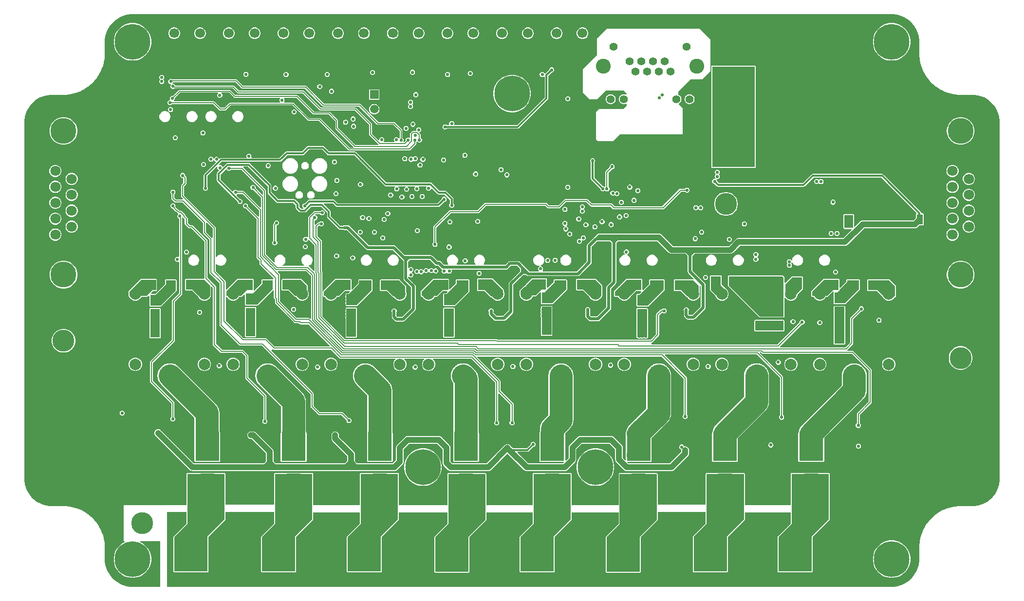
<source format=gbr>
%TF.GenerationSoftware,Altium Limited,Altium Designer,23.11.1 (41)*%
G04 Layer_Physical_Order=3*
G04 Layer_Color=6736896*
%FSLAX45Y45*%
%MOMM*%
%TF.SameCoordinates,42F4153E-1698-40C0-8701-72EE62771F10*%
%TF.FilePolarity,Positive*%
%TF.FileFunction,Copper,L3,Inr,Signal*%
%TF.Part,Single*%
G01*
G75*
%TA.AperFunction,Conductor*%
%ADD54C,1.00000*%
%ADD55C,0.20000*%
%ADD56C,0.30000*%
%ADD57C,0.50000*%
%ADD58C,0.15000*%
%ADD63C,4.00000*%
%ADD66R,1.50000X2.30000*%
%ADD68R,4.16896X4.80000*%
%TA.AperFunction,ComponentPad*%
%ADD73C,6.20000*%
%TA.AperFunction,ViaPad*%
%ADD74C,3.80000*%
%TA.AperFunction,ComponentPad*%
%ADD75C,2.00000*%
%ADD76C,4.50000*%
%ADD77C,1.80000*%
%ADD78R,1.50000X1.50000*%
%ADD79C,1.50000*%
%ADD80C,2.60000*%
%ADD81C,1.40000*%
%ADD82C,2.20000*%
%ADD83C,1.70000*%
%ADD84O,2.00000X3.00000*%
%ADD85O,4.10000X2.00000*%
%TA.AperFunction,ViaPad*%
%ADD86C,0.55000*%
%TA.AperFunction,Conductor*%
%ADD87R,1.00000X1.80000*%
G36*
X15193768Y9971403D02*
X15254495Y9955131D01*
X15312582Y9931071D01*
X15367027Y9899637D01*
X15416907Y9861364D01*
X15461363Y9816907D01*
X15499637Y9767028D01*
X15531071Y9712582D01*
X15555132Y9654495D01*
X15571404Y9593768D01*
X15579610Y9531435D01*
Y9500000D01*
Y9300000D01*
X15579659Y9299751D01*
X15579616Y9299500D01*
X15580460Y9265152D01*
X15580624Y9264410D01*
X15580551Y9263654D01*
X15587283Y9195290D01*
X15587578Y9194322D01*
Y9193310D01*
X15600980Y9125936D01*
X15601367Y9125001D01*
X15601466Y9123994D01*
X15621407Y9058258D01*
X15621883Y9057366D01*
X15622081Y9056374D01*
X15648369Y8992908D01*
X15648930Y8992067D01*
X15649225Y8991099D01*
X15681607Y8930516D01*
X15682248Y8929734D01*
X15682635Y8928800D01*
X15720799Y8871682D01*
X15721516Y8870967D01*
X15721992Y8870075D01*
X15765572Y8816973D01*
X15766354Y8816332D01*
X15766916Y8815490D01*
X15815491Y8766916D01*
X15816331Y8766354D01*
X15816972Y8765572D01*
X15870074Y8721992D01*
X15870967Y8721516D01*
X15871683Y8720800D01*
X15928799Y8682636D01*
X15929733Y8682249D01*
X15930516Y8681607D01*
X15991100Y8649225D01*
X15992067Y8648931D01*
X15992908Y8648369D01*
X16056374Y8622081D01*
X16057365Y8621883D01*
X16058258Y8621407D01*
X16123994Y8601466D01*
X16125002Y8601367D01*
X16125935Y8600979D01*
X16193311Y8587578D01*
X16194322D01*
X16195290Y8587284D01*
X16263654Y8580551D01*
X16264410Y8580625D01*
X16265152Y8580459D01*
X16299500Y8579616D01*
X16299750Y8579659D01*
X16300000Y8579609D01*
X16531435D01*
X16593768Y8571403D01*
X16654495Y8555131D01*
X16712582Y8531071D01*
X16767027Y8499637D01*
X16816907Y8461364D01*
X16861363Y8416907D01*
X16899637Y8367028D01*
X16931071Y8312582D01*
X16955132Y8254495D01*
X16971404Y8193768D01*
X16979610Y8131435D01*
Y8100000D01*
Y1900000D01*
Y1868564D01*
X16971404Y1806232D01*
X16955132Y1745503D01*
X16931071Y1687418D01*
X16899637Y1632972D01*
X16861365Y1583094D01*
X16816907Y1538637D01*
X16767027Y1500363D01*
X16712582Y1468929D01*
X16654495Y1444868D01*
X16593768Y1428597D01*
X16531435Y1420391D01*
X16300000D01*
X16299750Y1420341D01*
X16299500Y1420385D01*
X16265152Y1419541D01*
X16264410Y1419375D01*
X16263654Y1419449D01*
X16195290Y1412716D01*
X16194322Y1412422D01*
X16193311D01*
X16125935Y1399020D01*
X16125002Y1398633D01*
X16123994Y1398534D01*
X16058258Y1378593D01*
X16057365Y1378116D01*
X16056374Y1377919D01*
X15992908Y1351631D01*
X15992067Y1351069D01*
X15991100Y1350775D01*
X15930516Y1318393D01*
X15929733Y1317751D01*
X15928799Y1317364D01*
X15871683Y1279199D01*
X15870967Y1278484D01*
X15870074Y1278007D01*
X15816972Y1234428D01*
X15816331Y1233646D01*
X15815491Y1233084D01*
X15766916Y1184510D01*
X15766354Y1183668D01*
X15765572Y1183027D01*
X15721992Y1129925D01*
X15721516Y1129033D01*
X15720799Y1128318D01*
X15682635Y1071200D01*
X15682249Y1070265D01*
X15681607Y1069484D01*
X15649225Y1008901D01*
X15648930Y1007933D01*
X15648369Y1007092D01*
X15622081Y943626D01*
X15621883Y942634D01*
X15621407Y941742D01*
X15601466Y876005D01*
X15601367Y874999D01*
X15600980Y874064D01*
X15587578Y806689D01*
Y805678D01*
X15587283Y804710D01*
X15580551Y736346D01*
X15580624Y735590D01*
X15580460Y734848D01*
X15579616Y700501D01*
X15579659Y700250D01*
X15579610Y700000D01*
Y500000D01*
Y468564D01*
X15571404Y406232D01*
X15555132Y345503D01*
X15531071Y287418D01*
X15499637Y232972D01*
X15461365Y183094D01*
X15416907Y138637D01*
X15367027Y100363D01*
X15312582Y68929D01*
X15254495Y44868D01*
X15193768Y28597D01*
X15131435Y20391D01*
X2500000D01*
Y930000D01*
Y1320000D01*
X2838686D01*
Y1121757D01*
X2618464Y901535D01*
X2614928Y896243D01*
X2613686Y890000D01*
X2613686Y889999D01*
Y285000D01*
X2614928Y278757D01*
X2618464Y273465D01*
X2623757Y269928D01*
X2630000Y268687D01*
X3199998D01*
X3200000Y268686D01*
X3206243Y269928D01*
X3211535Y273465D01*
X3211536Y273465D01*
X3216535Y278465D01*
X3220071Y283757D01*
X3221313Y290000D01*
X3221313Y290001D01*
Y888243D01*
X3511535Y1178465D01*
X3515071Y1183757D01*
X3516314Y1190000D01*
X3516313Y1190001D01*
Y1320000D01*
X4363686D01*
Y1121757D01*
X4143464Y901535D01*
X4139928Y896243D01*
X4138686Y890000D01*
X4138686Y889999D01*
Y285000D01*
X4139928Y278757D01*
X4143464Y273465D01*
X4148757Y269928D01*
X4155000Y268687D01*
X4724998D01*
X4725000Y268686D01*
X4731243Y269928D01*
X4736535Y273465D01*
X4736536Y273465D01*
X4741535Y278465D01*
X4745071Y283757D01*
X4746313Y290000D01*
X4746313Y290001D01*
Y888243D01*
X5036535Y1178465D01*
X5040071Y1183757D01*
X5041314Y1190000D01*
X5041313Y1190001D01*
Y1310000D01*
X5853686D01*
Y1121757D01*
X5633464Y901535D01*
X5629928Y896243D01*
X5628686Y890000D01*
X5628686Y889999D01*
Y285000D01*
X5629928Y278757D01*
X5633464Y273465D01*
X5638757Y269928D01*
X5645000Y268687D01*
X6214998D01*
X6215000Y268686D01*
X6221243Y269928D01*
X6226535Y273465D01*
X6226536Y273465D01*
X6231535Y278465D01*
X6235071Y283757D01*
X6236313Y290000D01*
X6236313Y290001D01*
Y888243D01*
X6526535Y1178465D01*
X6530072Y1183757D01*
X6531314Y1190000D01*
X6531313Y1190001D01*
Y1310000D01*
X7373686D01*
Y1116757D01*
X7153464Y896535D01*
X7149928Y891243D01*
X7148686Y885000D01*
X7148686Y884999D01*
Y280000D01*
X7149928Y273757D01*
X7153464Y268465D01*
X7158757Y264928D01*
X7165000Y263687D01*
X7734999D01*
X7735000Y263686D01*
X7741243Y264928D01*
X7746535Y268465D01*
X7746536Y268465D01*
X7751535Y273465D01*
X7755071Y278757D01*
X7756313Y285000D01*
X7756313Y285001D01*
Y883243D01*
X8046535Y1173465D01*
X8050072Y1178757D01*
X8051314Y1185000D01*
X8051313Y1185001D01*
Y1310000D01*
X8858686D01*
Y1121757D01*
X8638465Y901535D01*
X8634928Y896243D01*
X8633686Y890000D01*
X8633687Y889999D01*
Y285000D01*
X8634928Y278757D01*
X8638465Y273465D01*
X8643757Y269928D01*
X8650000Y268687D01*
X9219999D01*
X9220000Y268686D01*
X9226243Y269928D01*
X9231535Y273465D01*
X9231536Y273465D01*
X9236535Y278465D01*
X9240071Y283757D01*
X9241313Y290000D01*
X9241313Y290001D01*
Y888243D01*
X9531535Y1178465D01*
X9535072Y1183757D01*
X9536314Y1190000D01*
X9536313Y1190001D01*
Y1310000D01*
X10353686D01*
Y1116757D01*
X10133465Y896535D01*
X10129928Y891243D01*
X10128686Y885000D01*
X10128687Y884999D01*
Y280000D01*
X10129928Y273757D01*
X10133465Y268465D01*
X10138757Y264928D01*
X10145000Y263687D01*
X10714999D01*
X10715000Y263686D01*
X10721243Y264928D01*
X10726535Y268465D01*
X10726536Y268465D01*
X10731535Y273465D01*
X10735071Y278757D01*
X10736314Y285000D01*
X10736313Y285001D01*
Y883243D01*
X11026535Y1173465D01*
X11030072Y1178757D01*
X11031314Y1185000D01*
X11031313Y1185001D01*
Y1320000D01*
X11868686D01*
Y1121757D01*
X11648465Y901535D01*
X11644928Y896243D01*
X11643686Y890000D01*
X11643687Y889999D01*
Y285000D01*
X11644928Y278757D01*
X11648465Y273465D01*
X11653757Y269928D01*
X11660000Y268687D01*
X12229999D01*
X12230000Y268686D01*
X12236243Y269928D01*
X12241535Y273465D01*
X12241536Y273465D01*
X12246535Y278465D01*
X12250072Y283757D01*
X12251314Y290000D01*
X12251313Y290001D01*
Y888243D01*
X12541535Y1178465D01*
X12545072Y1183757D01*
X12546314Y1190000D01*
X12546313Y1190001D01*
Y1310000D01*
X13343686D01*
Y1121757D01*
X13123463Y901535D01*
X13119928Y896243D01*
X13118686Y890000D01*
X13118686Y889999D01*
Y285000D01*
X13119928Y278757D01*
X13123463Y273465D01*
X13128757Y269928D01*
X13135001Y268687D01*
X13704997D01*
X13705000Y268686D01*
X13711243Y269928D01*
X13716534Y273465D01*
X13716536Y273465D01*
X13721535Y278465D01*
X13725072Y283757D01*
X13726312Y290000D01*
X13726312Y290001D01*
Y888243D01*
X14016534Y1178465D01*
X14020071Y1183757D01*
X14021313Y1190000D01*
X14021313Y1190001D01*
Y1985000D01*
X14020071Y1991243D01*
X14016534Y1996536D01*
X14011243Y2000072D01*
X14005000Y2001313D01*
X13810222D01*
X13805000Y2002001D01*
X13595000D01*
X13589778Y2001313D01*
X13360001D01*
X13353757Y2000072D01*
X13348463Y1996536D01*
X13344928Y1991243D01*
X13343686Y1985000D01*
Y1440000D01*
X12546313D01*
Y1985000D01*
X12545072Y1991243D01*
X12541535Y1996536D01*
X12536243Y2000072D01*
X12530000Y2001313D01*
X12310222D01*
X12305000Y2002001D01*
X12095000D01*
X12089778Y2001313D01*
X11885000D01*
X11878757Y2000072D01*
X11873464Y1996536D01*
X11869928Y1991243D01*
X11868686Y1985000D01*
Y1450000D01*
X11031313D01*
Y1980000D01*
X11030072Y1986243D01*
X11026535Y1991536D01*
X11021243Y1995072D01*
X11015000Y1996314D01*
X10839388D01*
X10835282Y1998014D01*
X10805000Y2002001D01*
X10595000D01*
X10564718Y1998014D01*
X10560612Y1996314D01*
X10370000D01*
X10363757Y1995072D01*
X10358464Y1991536D01*
X10354928Y1986243D01*
X10353686Y1980000D01*
Y1440000D01*
X9536313D01*
Y1985000D01*
X9535072Y1991243D01*
X9531535Y1996536D01*
X9526243Y2000072D01*
X9520000Y2001313D01*
X9310222D01*
X9305000Y2002001D01*
X9095000D01*
X9089778Y2001313D01*
X8875000D01*
X8868757Y2000072D01*
X8863464Y1996536D01*
X8859928Y1991243D01*
X8858686Y1985000D01*
Y1440000D01*
X8051313D01*
Y1980000D01*
X8050072Y1986243D01*
X8046535Y1991536D01*
X8041243Y1995072D01*
X8035000Y1996314D01*
X7839388D01*
X7835282Y1998014D01*
X7805000Y2002001D01*
X7595000D01*
X7564718Y1998014D01*
X7560612Y1996314D01*
X7390000D01*
X7383757Y1995072D01*
X7378464Y1991536D01*
X7374928Y1986243D01*
X7373686Y1980000D01*
Y1440000D01*
X6531313D01*
Y1985000D01*
X6530072Y1991243D01*
X6526535Y1996536D01*
X6521243Y2000072D01*
X6515000Y2001313D01*
X6310222D01*
X6305000Y2002001D01*
X6095000D01*
X6089778Y2001313D01*
X5870000D01*
X5863757Y2000072D01*
X5858464Y1996536D01*
X5854928Y1991243D01*
X5853686Y1985000D01*
Y1440000D01*
X5041313D01*
Y1985000D01*
X5040071Y1991243D01*
X5036535Y1996536D01*
X5031243Y2000072D01*
X5025000Y2001313D01*
X4810222D01*
X4805000Y2002001D01*
X4595000D01*
X4589778Y2001313D01*
X4380000D01*
X4373757Y2000072D01*
X4368464Y1996536D01*
X4364928Y1991243D01*
X4363686Y1985000D01*
Y1450000D01*
X3516313D01*
Y1985000D01*
X3515071Y1991243D01*
X3511535Y1996536D01*
X3506243Y2000072D01*
X3500000Y2001313D01*
X3310222D01*
X3305000Y2002001D01*
X3095000D01*
X3089778Y2001313D01*
X2855000D01*
X2848757Y2000072D01*
X2843464Y1996536D01*
X2839928Y1991243D01*
X2838686Y1985000D01*
Y1440000D01*
X1750000D01*
Y810000D01*
X1762358D01*
X1765407Y797300D01*
X1729139Y778820D01*
X1687625Y748659D01*
X1651341Y712375D01*
X1621180Y670861D01*
X1597884Y625140D01*
X1582027Y576338D01*
X1574000Y525657D01*
Y474343D01*
X1582027Y423662D01*
X1597884Y374860D01*
X1621180Y329139D01*
X1651341Y287625D01*
X1687625Y251341D01*
X1729139Y221180D01*
X1774860Y197884D01*
X1823662Y182027D01*
X1874343Y174000D01*
X1925657D01*
X1976338Y182027D01*
X2025140Y197884D01*
X2070861Y221180D01*
X2112375Y251341D01*
X2148659Y287625D01*
X2178820Y329139D01*
X2202116Y374860D01*
X2217973Y423662D01*
X2226000Y474343D01*
Y525657D01*
X2217973Y576338D01*
X2202116Y625140D01*
X2178820Y670861D01*
X2148659Y712375D01*
X2112375Y748659D01*
X2070861Y778820D01*
X2034593Y797300D01*
X2037642Y810000D01*
X2380000D01*
Y20391D01*
X1868564D01*
X1806232Y28597D01*
X1745503Y44869D01*
X1687418Y68929D01*
X1632972Y100363D01*
X1583094Y138636D01*
X1538637Y183093D01*
X1500363Y232972D01*
X1468929Y287418D01*
X1444868Y345505D01*
X1428597Y406232D01*
X1420391Y468564D01*
Y500000D01*
Y700000D01*
X1420341Y700250D01*
X1420385Y700501D01*
X1419541Y734848D01*
X1419375Y735590D01*
X1419449Y736346D01*
X1412716Y804710D01*
X1412422Y805678D01*
Y806690D01*
X1399020Y874064D01*
X1398633Y874999D01*
X1398534Y876005D01*
X1378593Y941742D01*
X1378116Y942634D01*
X1377919Y943626D01*
X1351631Y1007092D01*
X1351069Y1007933D01*
X1350775Y1008901D01*
X1318393Y1069484D01*
X1317751Y1070265D01*
X1317364Y1071200D01*
X1279199Y1128318D01*
X1278484Y1129033D01*
X1278007Y1129925D01*
X1234428Y1183027D01*
X1233646Y1183668D01*
X1233084Y1184510D01*
X1184510Y1233084D01*
X1183668Y1233646D01*
X1183027Y1234428D01*
X1129925Y1278007D01*
X1129033Y1278484D01*
X1128318Y1279199D01*
X1071200Y1317364D01*
X1070265Y1317751D01*
X1069484Y1318393D01*
X1008901Y1350775D01*
X1007933Y1351068D01*
X1007092Y1351631D01*
X943626Y1377919D01*
X942634Y1378116D01*
X941742Y1378593D01*
X876005Y1398534D01*
X874999Y1398633D01*
X874064Y1399020D01*
X806689Y1412422D01*
X805678D01*
X804710Y1412716D01*
X736346Y1419449D01*
X735590Y1419375D01*
X734848Y1419541D01*
X700501Y1420385D01*
X700250Y1420341D01*
X700000Y1420391D01*
X468564D01*
X406232Y1428597D01*
X345503Y1444869D01*
X287418Y1468929D01*
X232972Y1500363D01*
X183094Y1538636D01*
X138637Y1583093D01*
X100363Y1632972D01*
X68929Y1687418D01*
X44868Y1745505D01*
X28597Y1806232D01*
X20391Y1868564D01*
Y1900000D01*
Y8100000D01*
Y8131435D01*
X28597Y8193768D01*
X44869Y8254496D01*
X68929Y8312582D01*
X100363Y8367028D01*
X138636Y8416906D01*
X183093Y8461363D01*
X232972Y8499637D01*
X287418Y8531071D01*
X345505Y8555131D01*
X406232Y8571403D01*
X468564Y8579609D01*
X700000D01*
X700250Y8579659D01*
X700501Y8579616D01*
X734848Y8580459D01*
X735590Y8580625D01*
X736346Y8580551D01*
X804710Y8587284D01*
X805678Y8587578D01*
X806690D01*
X874064Y8600979D01*
X874999Y8601367D01*
X876005Y8601466D01*
X941742Y8621407D01*
X942634Y8621883D01*
X943626Y8622081D01*
X1007092Y8648369D01*
X1007933Y8648931D01*
X1008901Y8649225D01*
X1069484Y8681607D01*
X1070265Y8682248D01*
X1071200Y8682636D01*
X1128318Y8720800D01*
X1129033Y8721516D01*
X1129925Y8721992D01*
X1183027Y8765572D01*
X1183668Y8766354D01*
X1184510Y8766916D01*
X1233084Y8815490D01*
X1233646Y8816331D01*
X1234428Y8816973D01*
X1278007Y8870075D01*
X1278484Y8870967D01*
X1279199Y8871682D01*
X1317364Y8928800D01*
X1317751Y8929734D01*
X1318393Y8930516D01*
X1350775Y8991099D01*
X1351068Y8992067D01*
X1351631Y8992908D01*
X1377919Y9056374D01*
X1378116Y9057366D01*
X1378593Y9058258D01*
X1398534Y9123994D01*
X1398633Y9125001D01*
X1399020Y9125936D01*
X1412422Y9193311D01*
Y9194322D01*
X1412716Y9195290D01*
X1419449Y9263654D01*
X1419375Y9264410D01*
X1419541Y9265152D01*
X1420385Y9299500D01*
X1420341Y9299751D01*
X1420391Y9300000D01*
Y9500000D01*
Y9531435D01*
X1428597Y9593768D01*
X1444869Y9654496D01*
X1468929Y9712582D01*
X1500363Y9767028D01*
X1538636Y9816906D01*
X1583093Y9861363D01*
X1632972Y9899637D01*
X1687418Y9931071D01*
X1745505Y9955131D01*
X1806232Y9971403D01*
X1868564Y9979609D01*
X15131435D01*
X15193768Y9971403D01*
D02*
G37*
G36*
X14005000Y1190000D02*
X13710001Y895000D01*
Y290000D01*
X13705000Y285000D01*
X13135001D01*
Y890000D01*
X13360001Y1115000D01*
Y1310000D01*
X13360001D01*
Y1440000D01*
X13360001D01*
Y1985000D01*
X14005000D01*
Y1190000D01*
D02*
G37*
G36*
X12530000Y1440000D02*
Y1310000D01*
Y1190000D01*
X12235000Y895000D01*
Y290000D01*
X12230000Y285000D01*
X11660000D01*
Y890000D01*
X11885000Y1115000D01*
Y1985000D01*
X12530000D01*
Y1440000D01*
D02*
G37*
G36*
X9520000D02*
Y1310000D01*
Y1190000D01*
X9225000Y895000D01*
Y290000D01*
X9220000Y285000D01*
X8650000D01*
Y890000D01*
X8875000Y1115000D01*
Y1985000D01*
X9520000D01*
Y1440000D01*
D02*
G37*
G36*
X6515000Y1190000D02*
X6220000Y895000D01*
Y290000D01*
X6215000Y285000D01*
X5645000D01*
Y890000D01*
X5870000Y1115000D01*
Y1310000D01*
X5870000D01*
Y1440000D01*
X5870000D01*
Y1985000D01*
X6515000D01*
Y1190000D01*
D02*
G37*
G36*
X5025000D02*
X4730000Y895000D01*
Y290000D01*
X4725000Y285000D01*
X4155000D01*
Y890000D01*
X4380000Y1115000D01*
Y1320000D01*
X4380000D01*
Y1450000D01*
X4380000D01*
Y1985000D01*
X5025000D01*
Y1190000D01*
D02*
G37*
G36*
X3500000D02*
X3205000Y895000D01*
Y290000D01*
X3200000Y285000D01*
X2630000D01*
Y890000D01*
X2855000Y1115000D01*
Y1985000D01*
X3500000D01*
Y1190000D01*
D02*
G37*
G36*
X11015000Y1185000D02*
X10720000Y890000D01*
Y285000D01*
X10715000Y280000D01*
X10145000D01*
Y885000D01*
X10370000Y1110000D01*
Y1310000D01*
X10370000D01*
Y1440000D01*
X10370000D01*
Y1980000D01*
X11015000D01*
Y1185000D01*
D02*
G37*
G36*
X8035000D02*
X7740000Y890000D01*
Y285000D01*
X7735000Y280000D01*
X7165000D01*
Y885000D01*
X7390000Y1110000D01*
Y1310000D01*
X7390000D01*
Y1440000D01*
X7390000D01*
Y1980000D01*
X8035000D01*
Y1185000D01*
D02*
G37*
%LPC*%
G36*
X9738297Y9751000D02*
X9711703D01*
X9686016Y9744117D01*
X9662985Y9730820D01*
X9644180Y9712015D01*
X9630883Y9688984D01*
X9624000Y9663297D01*
Y9636703D01*
X9630883Y9611016D01*
X9644180Y9587985D01*
X9662985Y9569180D01*
X9686016Y9555883D01*
X9711703Y9549000D01*
X9738297D01*
X9763985Y9555883D01*
X9787015Y9569180D01*
X9805820Y9587985D01*
X9819117Y9611016D01*
X9826000Y9636703D01*
Y9663297D01*
X9819117Y9688984D01*
X9805820Y9712015D01*
X9787015Y9730820D01*
X9763985Y9744117D01*
X9738297Y9751000D01*
D02*
G37*
G36*
X9288297D02*
X9261703D01*
X9236016Y9744117D01*
X9212985Y9730820D01*
X9194180Y9712015D01*
X9180883Y9688984D01*
X9174000Y9663297D01*
Y9636703D01*
X9180883Y9611016D01*
X9194180Y9587985D01*
X9212985Y9569180D01*
X9236016Y9555883D01*
X9261703Y9549000D01*
X9288297D01*
X9313984Y9555883D01*
X9337015Y9569180D01*
X9355820Y9587985D01*
X9369117Y9611016D01*
X9376000Y9636703D01*
Y9663297D01*
X9369117Y9688984D01*
X9355820Y9712015D01*
X9337015Y9730820D01*
X9313984Y9744117D01*
X9288297Y9751000D01*
D02*
G37*
G36*
X8788297D02*
X8761703D01*
X8736016Y9744117D01*
X8712985Y9730820D01*
X8694180Y9712015D01*
X8680883Y9688984D01*
X8674000Y9663297D01*
Y9636703D01*
X8680883Y9611016D01*
X8694180Y9587985D01*
X8712985Y9569180D01*
X8736016Y9555883D01*
X8761703Y9549000D01*
X8788297D01*
X8813984Y9555883D01*
X8837015Y9569180D01*
X8855820Y9587985D01*
X8869117Y9611016D01*
X8876000Y9636703D01*
Y9663297D01*
X8869117Y9688984D01*
X8855820Y9712015D01*
X8837015Y9730820D01*
X8813984Y9744117D01*
X8788297Y9751000D01*
D02*
G37*
G36*
X8338297D02*
X8311703D01*
X8286015Y9744117D01*
X8262984Y9730820D01*
X8244180Y9712015D01*
X8230883Y9688984D01*
X8224000Y9663297D01*
Y9636703D01*
X8230883Y9611016D01*
X8244180Y9587985D01*
X8262984Y9569180D01*
X8286015Y9555883D01*
X8311703Y9549000D01*
X8338297D01*
X8363984Y9555883D01*
X8387015Y9569180D01*
X8405820Y9587985D01*
X8419117Y9611016D01*
X8426000Y9636703D01*
Y9663297D01*
X8419117Y9688984D01*
X8405820Y9712015D01*
X8387015Y9730820D01*
X8363984Y9744117D01*
X8338297Y9751000D01*
D02*
G37*
G36*
X7838297D02*
X7811703D01*
X7786016Y9744117D01*
X7762985Y9730820D01*
X7744180Y9712015D01*
X7730883Y9688984D01*
X7724000Y9663297D01*
Y9636703D01*
X7730883Y9611016D01*
X7744180Y9587985D01*
X7762985Y9569180D01*
X7786016Y9555883D01*
X7811703Y9549000D01*
X7838297D01*
X7863985Y9555883D01*
X7887015Y9569180D01*
X7905820Y9587985D01*
X7919117Y9611016D01*
X7926000Y9636703D01*
Y9663297D01*
X7919117Y9688984D01*
X7905820Y9712015D01*
X7887015Y9730820D01*
X7863985Y9744117D01*
X7838297Y9751000D01*
D02*
G37*
G36*
X7388297D02*
X7361703D01*
X7336016Y9744117D01*
X7312985Y9730820D01*
X7294180Y9712015D01*
X7280883Y9688984D01*
X7274000Y9663297D01*
Y9636703D01*
X7280883Y9611016D01*
X7294180Y9587985D01*
X7312985Y9569180D01*
X7336016Y9555883D01*
X7361703Y9549000D01*
X7388297D01*
X7413984Y9555883D01*
X7437015Y9569180D01*
X7455820Y9587985D01*
X7469117Y9611016D01*
X7476000Y9636703D01*
Y9663297D01*
X7469117Y9688984D01*
X7455820Y9712015D01*
X7437015Y9730820D01*
X7413984Y9744117D01*
X7388297Y9751000D01*
D02*
G37*
G36*
X6888297D02*
X6861703D01*
X6836016Y9744117D01*
X6812985Y9730820D01*
X6794180Y9712015D01*
X6780883Y9688984D01*
X6774000Y9663297D01*
Y9636703D01*
X6780883Y9611016D01*
X6794180Y9587985D01*
X6812985Y9569180D01*
X6836016Y9555883D01*
X6861703Y9549000D01*
X6888297D01*
X6913984Y9555883D01*
X6937015Y9569180D01*
X6955820Y9587985D01*
X6969117Y9611016D01*
X6976000Y9636703D01*
Y9663297D01*
X6969117Y9688984D01*
X6955820Y9712015D01*
X6937015Y9730820D01*
X6913984Y9744117D01*
X6888297Y9751000D01*
D02*
G37*
G36*
X6438297D02*
X6411703D01*
X6386015Y9744117D01*
X6362984Y9730820D01*
X6344180Y9712015D01*
X6330883Y9688984D01*
X6324000Y9663297D01*
Y9636703D01*
X6330883Y9611016D01*
X6344180Y9587985D01*
X6362984Y9569180D01*
X6386015Y9555883D01*
X6411703Y9549000D01*
X6438297D01*
X6463984Y9555883D01*
X6487015Y9569180D01*
X6505820Y9587985D01*
X6519117Y9611016D01*
X6526000Y9636703D01*
Y9663297D01*
X6519117Y9688984D01*
X6505820Y9712015D01*
X6487015Y9730820D01*
X6463984Y9744117D01*
X6438297Y9751000D01*
D02*
G37*
G36*
X5938297D02*
X5911703D01*
X5886016Y9744117D01*
X5862985Y9730820D01*
X5844180Y9712015D01*
X5830883Y9688984D01*
X5824000Y9663297D01*
Y9636703D01*
X5830883Y9611016D01*
X5844180Y9587985D01*
X5862985Y9569180D01*
X5886016Y9555883D01*
X5911703Y9549000D01*
X5938297D01*
X5963985Y9555883D01*
X5987015Y9569180D01*
X6005820Y9587985D01*
X6019117Y9611016D01*
X6026000Y9636703D01*
Y9663297D01*
X6019117Y9688984D01*
X6005820Y9712015D01*
X5987015Y9730820D01*
X5963985Y9744117D01*
X5938297Y9751000D01*
D02*
G37*
G36*
X5488297D02*
X5461703D01*
X5436016Y9744117D01*
X5412985Y9730820D01*
X5394180Y9712015D01*
X5380883Y9688984D01*
X5374000Y9663297D01*
Y9636703D01*
X5380883Y9611016D01*
X5394180Y9587985D01*
X5412985Y9569180D01*
X5436016Y9555883D01*
X5461703Y9549000D01*
X5488297D01*
X5513984Y9555883D01*
X5537015Y9569180D01*
X5555820Y9587985D01*
X5569117Y9611016D01*
X5576000Y9636703D01*
Y9663297D01*
X5569117Y9688984D01*
X5555820Y9712015D01*
X5537015Y9730820D01*
X5513984Y9744117D01*
X5488297Y9751000D01*
D02*
G37*
G36*
X4988297D02*
X4961703D01*
X4936016Y9744117D01*
X4912985Y9730820D01*
X4894180Y9712015D01*
X4880883Y9688984D01*
X4874000Y9663297D01*
Y9636703D01*
X4880883Y9611016D01*
X4894180Y9587985D01*
X4912985Y9569180D01*
X4936016Y9555883D01*
X4961703Y9549000D01*
X4988297D01*
X5013984Y9555883D01*
X5037015Y9569180D01*
X5055820Y9587985D01*
X5069117Y9611016D01*
X5076000Y9636703D01*
Y9663297D01*
X5069117Y9688984D01*
X5055820Y9712015D01*
X5037015Y9730820D01*
X5013984Y9744117D01*
X4988297Y9751000D01*
D02*
G37*
G36*
X4538297D02*
X4511703D01*
X4486015Y9744117D01*
X4462984Y9730820D01*
X4444180Y9712015D01*
X4430883Y9688984D01*
X4424000Y9663297D01*
Y9636703D01*
X4430883Y9611016D01*
X4444180Y9587985D01*
X4462984Y9569180D01*
X4486015Y9555883D01*
X4511703Y9549000D01*
X4538297D01*
X4563984Y9555883D01*
X4587015Y9569180D01*
X4605820Y9587985D01*
X4619117Y9611016D01*
X4626000Y9636703D01*
Y9663297D01*
X4619117Y9688984D01*
X4605820Y9712015D01*
X4587015Y9730820D01*
X4563984Y9744117D01*
X4538297Y9751000D01*
D02*
G37*
G36*
X4038297D02*
X4011703D01*
X3986016Y9744117D01*
X3962985Y9730820D01*
X3944180Y9712015D01*
X3930883Y9688984D01*
X3924000Y9663297D01*
Y9636703D01*
X3930883Y9611016D01*
X3944180Y9587985D01*
X3962985Y9569180D01*
X3986016Y9555883D01*
X4011703Y9549000D01*
X4038297D01*
X4063985Y9555883D01*
X4087015Y9569180D01*
X4105820Y9587985D01*
X4119117Y9611016D01*
X4126000Y9636703D01*
Y9663297D01*
X4119117Y9688984D01*
X4105820Y9712015D01*
X4087015Y9730820D01*
X4063985Y9744117D01*
X4038297Y9751000D01*
D02*
G37*
G36*
X3588297D02*
X3561703D01*
X3536016Y9744117D01*
X3512985Y9730820D01*
X3494180Y9712015D01*
X3480883Y9688984D01*
X3474000Y9663297D01*
Y9636703D01*
X3480883Y9611016D01*
X3494180Y9587985D01*
X3512985Y9569180D01*
X3536016Y9555883D01*
X3561703Y9549000D01*
X3588297D01*
X3613984Y9555883D01*
X3637015Y9569180D01*
X3655820Y9587985D01*
X3669117Y9611016D01*
X3676000Y9636703D01*
Y9663297D01*
X3669117Y9688984D01*
X3655820Y9712015D01*
X3637015Y9730820D01*
X3613984Y9744117D01*
X3588297Y9751000D01*
D02*
G37*
G36*
X3088297D02*
X3061703D01*
X3036016Y9744117D01*
X3012985Y9730820D01*
X2994180Y9712015D01*
X2980883Y9688984D01*
X2974000Y9663297D01*
Y9636703D01*
X2980883Y9611016D01*
X2994180Y9587985D01*
X3012985Y9569180D01*
X3036016Y9555883D01*
X3061703Y9549000D01*
X3088297D01*
X3113984Y9555883D01*
X3137015Y9569180D01*
X3155820Y9587985D01*
X3169117Y9611016D01*
X3176000Y9636703D01*
Y9663297D01*
X3169117Y9688984D01*
X3155820Y9712015D01*
X3137015Y9730820D01*
X3113984Y9744117D01*
X3088297Y9751000D01*
D02*
G37*
G36*
X2638297D02*
X2611703D01*
X2586015Y9744117D01*
X2562984Y9730820D01*
X2544180Y9712015D01*
X2530883Y9688984D01*
X2524000Y9663297D01*
Y9636703D01*
X2530883Y9611016D01*
X2544180Y9587985D01*
X2562984Y9569180D01*
X2586015Y9555883D01*
X2611703Y9549000D01*
X2638297D01*
X2663984Y9555883D01*
X2687015Y9569180D01*
X2705820Y9587985D01*
X2719117Y9611016D01*
X2726000Y9636703D01*
Y9663297D01*
X2719117Y9688984D01*
X2705820Y9712015D01*
X2687015Y9730820D01*
X2663984Y9744117D01*
X2638297Y9751000D01*
D02*
G37*
G36*
X15125658Y9826000D02*
X15074342D01*
X15023662Y9817973D01*
X14974860Y9802116D01*
X14929140Y9778820D01*
X14887625Y9748659D01*
X14851341Y9712375D01*
X14821181Y9670861D01*
X14797884Y9625141D01*
X14782027Y9576338D01*
X14774001Y9525657D01*
Y9474343D01*
X14782027Y9423662D01*
X14797884Y9374860D01*
X14821181Y9329139D01*
X14851341Y9287625D01*
X14887625Y9251341D01*
X14929140Y9221180D01*
X14974860Y9197884D01*
X15023662Y9182027D01*
X15074342Y9174000D01*
X15125658D01*
X15176338Y9182027D01*
X15225140Y9197884D01*
X15270860Y9221180D01*
X15312375Y9251341D01*
X15348659Y9287625D01*
X15378819Y9329139D01*
X15402116Y9374860D01*
X15417973Y9423662D01*
X15425999Y9474343D01*
Y9525657D01*
X15417973Y9576338D01*
X15402116Y9625141D01*
X15378819Y9670861D01*
X15348659Y9712375D01*
X15312375Y9748659D01*
X15270860Y9778820D01*
X15225140Y9802116D01*
X15176338Y9817973D01*
X15125658Y9826000D01*
D02*
G37*
G36*
X1925657D02*
X1874343D01*
X1823662Y9817973D01*
X1774860Y9802116D01*
X1729139Y9778820D01*
X1687625Y9748659D01*
X1651341Y9712375D01*
X1621180Y9670861D01*
X1597884Y9625141D01*
X1582027Y9576338D01*
X1574000Y9525657D01*
Y9474343D01*
X1582027Y9423662D01*
X1597884Y9374860D01*
X1621180Y9329139D01*
X1651341Y9287625D01*
X1687625Y9251341D01*
X1729139Y9221180D01*
X1774860Y9197884D01*
X1823662Y9182027D01*
X1874343Y9174000D01*
X1925657D01*
X1976338Y9182027D01*
X2025140Y9197884D01*
X2070861Y9221180D01*
X2112375Y9251341D01*
X2148659Y9287625D01*
X2178820Y9329139D01*
X2202116Y9374860D01*
X2217973Y9423662D01*
X2226000Y9474343D01*
Y9525657D01*
X2217973Y9576338D01*
X2202116Y9625141D01*
X2178820Y9670861D01*
X2148659Y9712375D01*
X2112375Y9748659D01*
X2070861Y9778820D01*
X2025140Y9802116D01*
X1976338Y9817973D01*
X1925657Y9826000D01*
D02*
G37*
G36*
X9198081Y9055712D02*
X9180776D01*
X9164788Y9049089D01*
X9152551Y9036852D01*
X9145929Y9020865D01*
Y9013411D01*
X9079002Y8946485D01*
X9072651Y8946341D01*
X9064499Y8948310D01*
X9061877Y8954640D01*
X9049640Y8966877D01*
X9033652Y8973500D01*
X9016347D01*
X9000359Y8966877D01*
X8988122Y8954640D01*
X8981500Y8938653D01*
Y8921347D01*
X8988122Y8905359D01*
X9000359Y8893123D01*
X9016347Y8886500D01*
X9033652D01*
X9049640Y8893123D01*
X9055693Y8899175D01*
X9068393Y8893915D01*
Y8533092D01*
X8586908Y8051607D01*
X7499070D01*
X7490584Y8064307D01*
X7493500Y8071347D01*
Y8088653D01*
X7486877Y8104641D01*
X7474641Y8116877D01*
X7458653Y8123500D01*
X7441347D01*
X7425360Y8116877D01*
X7413123Y8104641D01*
X7406500Y8088653D01*
Y8071347D01*
X7409416Y8064307D01*
X7400931Y8051607D01*
X7364911D01*
X7359641Y8056877D01*
X7343653Y8063500D01*
X7326347D01*
X7310360Y8056877D01*
X7298123Y8044641D01*
X7291500Y8028653D01*
Y8011347D01*
X7298123Y7995359D01*
X7310360Y7983123D01*
X7326347Y7976500D01*
X7343653D01*
X7359641Y7983123D01*
X7364911Y7988393D01*
X8600000D01*
X8612096Y7990799D01*
X8622350Y7997650D01*
X9122350Y8497651D01*
X9129201Y8507905D01*
X9131607Y8520000D01*
Y8909691D01*
X9190628Y8968712D01*
X9198081D01*
X9214069Y8975335D01*
X9226306Y8987571D01*
X9232928Y9003559D01*
Y9020865D01*
X9226306Y9036852D01*
X9214069Y9049089D01*
X9198081Y9055712D01*
D02*
G37*
G36*
X6778653Y9013500D02*
X6761347D01*
X6745359Y9006877D01*
X6733123Y8994641D01*
X6726500Y8978653D01*
Y8961347D01*
X6733123Y8945360D01*
X6745359Y8933123D01*
X6761347Y8926500D01*
X6778653D01*
X6794640Y8933123D01*
X6806877Y8945360D01*
X6813500Y8961347D01*
Y8978653D01*
X6806877Y8994641D01*
X6794640Y9006877D01*
X6778653Y9013500D01*
D02*
G37*
G36*
X6083653Y9008500D02*
X6066347D01*
X6050360Y9001877D01*
X6038123Y8989641D01*
X6031500Y8973653D01*
Y8956347D01*
X6038123Y8940360D01*
X6050360Y8928123D01*
X6066347Y8921500D01*
X6083653D01*
X6099641Y8928123D01*
X6111877Y8940360D01*
X6118500Y8956347D01*
Y8973653D01*
X6111877Y8989641D01*
X6099641Y9001877D01*
X6083653Y9008500D01*
D02*
G37*
G36*
X7782124Y8993077D02*
X7764818D01*
X7748830Y8986454D01*
X7736594Y8974218D01*
X7729971Y8958230D01*
Y8940924D01*
X7736594Y8924937D01*
X7748830Y8912700D01*
X7764818Y8906077D01*
X7782124D01*
X7798111Y8912700D01*
X7810348Y8924937D01*
X7816971Y8940924D01*
Y8958230D01*
X7810348Y8974218D01*
X7798111Y8986454D01*
X7782124Y8993077D01*
D02*
G37*
G36*
X3883653Y8978500D02*
X3866347D01*
X3850360Y8971877D01*
X3838123Y8959640D01*
X3831500Y8943653D01*
Y8926347D01*
X3838123Y8910359D01*
X3850360Y8898123D01*
X3866347Y8891500D01*
X3883653D01*
X3899641Y8898123D01*
X3911877Y8910359D01*
X3918500Y8926347D01*
Y8943653D01*
X3911877Y8959640D01*
X3899641Y8971877D01*
X3883653Y8978500D01*
D02*
G37*
G36*
X7388653Y8973500D02*
X7371347D01*
X7355359Y8966877D01*
X7343123Y8954640D01*
X7336500Y8938653D01*
Y8921347D01*
X7343123Y8905359D01*
X7355359Y8893123D01*
X7371347Y8886500D01*
X7388653D01*
X7404641Y8893123D01*
X7416877Y8905359D01*
X7423500Y8921347D01*
Y8938653D01*
X7416877Y8954640D01*
X7404641Y8966877D01*
X7388653Y8973500D01*
D02*
G37*
G36*
X5293653D02*
X5276347D01*
X5260360Y8966877D01*
X5248123Y8954640D01*
X5241500Y8938653D01*
Y8921347D01*
X5248123Y8905359D01*
X5260360Y8893123D01*
X5276347Y8886500D01*
X5293653D01*
X5309641Y8893123D01*
X5321877Y8905359D01*
X5328500Y8921347D01*
Y8938653D01*
X5321877Y8954640D01*
X5309641Y8966877D01*
X5293653Y8973500D01*
D02*
G37*
G36*
X4578653D02*
X4561347D01*
X4545359Y8966877D01*
X4533123Y8954640D01*
X4526500Y8938653D01*
Y8921347D01*
X4533123Y8905359D01*
X4545359Y8893123D01*
X4561347Y8886500D01*
X4578653D01*
X4594641Y8893123D01*
X4606877Y8905359D01*
X4613500Y8921347D01*
Y8938653D01*
X4606877Y8954640D01*
X4594641Y8966877D01*
X4578653Y8973500D01*
D02*
G37*
G36*
X2418653Y8923500D02*
X2401347D01*
X2385359Y8916877D01*
X2373123Y8904641D01*
X2366500Y8888653D01*
Y8871347D01*
X2373123Y8855359D01*
X2383482Y8845000D01*
X2373123Y8834640D01*
X2366500Y8818653D01*
Y8801347D01*
X2373123Y8785359D01*
X2385359Y8773123D01*
X2401347Y8766500D01*
X2418653D01*
X2434641Y8773123D01*
X2446877Y8785359D01*
X2453500Y8801347D01*
Y8818653D01*
X2446877Y8834640D01*
X2436518Y8845000D01*
X2446877Y8855359D01*
X2453500Y8871347D01*
Y8888653D01*
X2446877Y8904641D01*
X2434641Y8916877D01*
X2418653Y8923500D01*
D02*
G37*
G36*
X5163653Y8763500D02*
X5146347D01*
X5130360Y8756877D01*
X5118123Y8744641D01*
X5111500Y8728653D01*
Y8711347D01*
X5118123Y8695360D01*
X5130360Y8683123D01*
X5146347Y8676500D01*
X5163653D01*
X5179641Y8683123D01*
X5191877Y8695360D01*
X5198500Y8711347D01*
Y8728653D01*
X5191877Y8744641D01*
X5179641Y8756877D01*
X5163653Y8763500D01*
D02*
G37*
G36*
X5368653Y8683500D02*
X5351347D01*
X5335359Y8676877D01*
X5323123Y8664641D01*
X5316500Y8648653D01*
Y8631347D01*
X5323123Y8615359D01*
X5335359Y8603123D01*
X5351347Y8596500D01*
X5368653D01*
X5384640Y8603123D01*
X5396877Y8615359D01*
X5403500Y8631347D01*
Y8648653D01*
X5396877Y8664641D01*
X5384640Y8676877D01*
X5368653Y8683500D01*
D02*
G37*
G36*
X11760000Y9730000D02*
X10150000D01*
X9980000Y9560000D01*
Y9270000D01*
X9730000Y9020000D01*
Y8620000D01*
X9850000Y8500000D01*
X9980000D01*
X10130000Y8650000D01*
X10440000D01*
X10490000Y8600000D01*
Y8587984D01*
X10479001Y8581634D01*
X10476395Y8583139D01*
X10454522Y8589000D01*
X10431878D01*
X10410005Y8583139D01*
X10390395Y8571817D01*
X10374383Y8555805D01*
X10363061Y8536195D01*
X10357200Y8514322D01*
Y8491678D01*
X10363061Y8469805D01*
X10374383Y8450195D01*
X10390395Y8434183D01*
X10410005Y8422860D01*
X10431878Y8417000D01*
X10454522D01*
X10476395Y8422860D01*
X10479001Y8424366D01*
X10490000Y8418015D01*
Y8390000D01*
X10430000Y8330000D01*
X10010000D01*
X9960000Y8280000D01*
Y7800000D01*
X9990000Y7770000D01*
X10260000D01*
X10380000Y7890000D01*
X11470000D01*
Y8350000D01*
X11402047Y8417953D01*
X11403704Y8430545D01*
X11410005Y8434183D01*
X11426017Y8450195D01*
X11437339Y8469805D01*
X11443199Y8491678D01*
Y8514322D01*
X11437339Y8536195D01*
X11426017Y8555805D01*
X11410005Y8571817D01*
X11390394Y8583139D01*
X11390000Y8583245D01*
Y8640000D01*
X11600000Y8850000D01*
X11810000D01*
X11950000Y8990000D01*
Y9540000D01*
X11760000Y9730000D01*
D02*
G37*
G36*
X6833653Y8623500D02*
X6816347D01*
X6800360Y8616877D01*
X6788123Y8604641D01*
X6781500Y8588653D01*
Y8571347D01*
X6788123Y8555360D01*
X6800360Y8543123D01*
X6816347Y8536500D01*
X6833653D01*
X6849641Y8543123D01*
X6861877Y8555360D01*
X6868500Y8571347D01*
Y8588653D01*
X6861877Y8604641D01*
X6849641Y8616877D01*
X6833653Y8623500D01*
D02*
G37*
G36*
X6196000Y8673000D02*
X6014000D01*
Y8491000D01*
X6196000D01*
Y8673000D01*
D02*
G37*
G36*
X9478653Y8553500D02*
X9461347D01*
X9445359Y8546877D01*
X9433123Y8534641D01*
X9426500Y8518653D01*
Y8501347D01*
X9433123Y8485359D01*
X9445359Y8473123D01*
X9461347Y8466500D01*
X9478653D01*
X9494640Y8473123D01*
X9506877Y8485359D01*
X9513500Y8501347D01*
Y8518653D01*
X9506877Y8534641D01*
X9494640Y8546877D01*
X9478653Y8553500D01*
D02*
G37*
G36*
X11597522Y8589000D02*
X11574878D01*
X11553005Y8583139D01*
X11533395Y8571817D01*
X11517383Y8555805D01*
X11506060Y8536195D01*
X11500200Y8514322D01*
Y8491678D01*
X11506060Y8469805D01*
X11517383Y8450195D01*
X11533395Y8434183D01*
X11553005Y8422860D01*
X11574878Y8417000D01*
X11597522D01*
X11619394Y8422860D01*
X11639005Y8434183D01*
X11655017Y8450195D01*
X11666339Y8469805D01*
X11672199Y8491678D01*
Y8514322D01*
X11666339Y8536195D01*
X11655017Y8555805D01*
X11639005Y8571817D01*
X11619394Y8583139D01*
X11597522Y8589000D01*
D02*
G37*
G36*
X10225522D02*
X10202878D01*
X10181005Y8583139D01*
X10161395Y8571817D01*
X10145383Y8555805D01*
X10134061Y8536195D01*
X10128200Y8514322D01*
Y8491678D01*
X10134061Y8469805D01*
X10145383Y8450195D01*
X10161395Y8434183D01*
X10181005Y8422860D01*
X10202878Y8417000D01*
X10225522D01*
X10247395Y8422860D01*
X10267005Y8434183D01*
X10283017Y8450195D01*
X10294339Y8469805D01*
X10300200Y8491678D01*
Y8514322D01*
X10294339Y8536195D01*
X10283017Y8555805D01*
X10267005Y8571817D01*
X10247395Y8583139D01*
X10225522Y8589000D01*
D02*
G37*
G36*
X6743653Y8490500D02*
X6726347D01*
X6710359Y8483877D01*
X6698123Y8471641D01*
X6691500Y8455653D01*
Y8438347D01*
X6698123Y8422360D01*
X6708982Y8411500D01*
X6698123Y8400641D01*
X6691500Y8384653D01*
Y8367347D01*
X6698123Y8351359D01*
X6710359Y8339123D01*
X6726347Y8332500D01*
X6743653D01*
X6759641Y8339123D01*
X6771877Y8351359D01*
X6778500Y8367347D01*
Y8384653D01*
X6771877Y8400641D01*
X6761018Y8411500D01*
X6771877Y8422360D01*
X6778500Y8438347D01*
Y8455653D01*
X6771877Y8471641D01*
X6759641Y8483877D01*
X6743653Y8490500D01*
D02*
G37*
G36*
X2570153Y8363500D02*
X2552847D01*
X2536859Y8356877D01*
X2524623Y8344641D01*
X2518000Y8328653D01*
Y8311347D01*
X2524623Y8295360D01*
X2536859Y8283123D01*
X2552847Y8276500D01*
X2570153D01*
X2586140Y8283123D01*
X2598377Y8295360D01*
X2605000Y8311347D01*
Y8328653D01*
X2598377Y8344641D01*
X2586140Y8356877D01*
X2570153Y8363500D01*
D02*
G37*
G36*
X8525657Y8926000D02*
X8474343D01*
X8423662Y8917973D01*
X8374860Y8902116D01*
X8329139Y8878820D01*
X8287625Y8848659D01*
X8251341Y8812375D01*
X8221180Y8770861D01*
X8197884Y8725141D01*
X8182027Y8676339D01*
X8174000Y8625657D01*
Y8574343D01*
X8182027Y8523662D01*
X8197884Y8474860D01*
X8221180Y8429139D01*
X8251341Y8387625D01*
X8287625Y8351341D01*
X8329139Y8321180D01*
X8374860Y8297884D01*
X8423662Y8282027D01*
X8474343Y8274000D01*
X8525657D01*
X8576338Y8282027D01*
X8625140Y8297884D01*
X8670861Y8321180D01*
X8712375Y8351341D01*
X8748659Y8387625D01*
X8778820Y8429139D01*
X8802116Y8474860D01*
X8817973Y8523662D01*
X8826000Y8574343D01*
Y8625657D01*
X8817973Y8676339D01*
X8802116Y8725141D01*
X8778820Y8770861D01*
X8748659Y8812375D01*
X8712375Y8848659D01*
X8670861Y8878820D01*
X8625140Y8902116D01*
X8576338Y8917973D01*
X8525657Y8926000D01*
D02*
G37*
G36*
X6116980Y8419000D02*
X6093020D01*
X6069875Y8412798D01*
X6049125Y8400818D01*
X6032182Y8383875D01*
X6020202Y8363125D01*
X6014000Y8339981D01*
Y8316020D01*
X6020202Y8292875D01*
X6032182Y8272125D01*
X6049125Y8255182D01*
X6069875Y8243202D01*
X6093020Y8237000D01*
X6116980D01*
X6140125Y8243202D01*
X6160875Y8255182D01*
X6177818Y8272125D01*
X6189798Y8292875D01*
X6196000Y8316020D01*
Y8339981D01*
X6189798Y8363125D01*
X6177818Y8383875D01*
X6160875Y8400818D01*
X6140125Y8412798D01*
X6116980Y8419000D01*
D02*
G37*
G36*
X4718653Y8323500D02*
X4701347D01*
X4685359Y8316877D01*
X4673123Y8304640D01*
X4666500Y8288653D01*
Y8271347D01*
X4673123Y8255359D01*
X4685359Y8243123D01*
X4701347Y8236500D01*
X4718653D01*
X4734641Y8243123D01*
X4746877Y8255359D01*
X4753500Y8271347D01*
Y8288653D01*
X4746877Y8304640D01*
X4734641Y8316877D01*
X4718653Y8323500D01*
D02*
G37*
G36*
X5744954Y8200825D02*
X5727648D01*
X5711661Y8194202D01*
X5699424Y8181966D01*
X5692801Y8165978D01*
Y8148672D01*
X5699424Y8132685D01*
X5711661Y8120448D01*
X5727648Y8113825D01*
X5744954D01*
X5760942Y8120448D01*
X5773178Y8132685D01*
X5779801Y8148672D01*
Y8165978D01*
X5773178Y8181966D01*
X5760942Y8194202D01*
X5744954Y8200825D01*
D02*
G37*
G36*
X3747639Y8296000D02*
X3722362D01*
X3697946Y8289458D01*
X3676055Y8276819D01*
X3658181Y8258945D01*
X3645543Y8237055D01*
X3639000Y8212639D01*
Y8187362D01*
X3645543Y8162946D01*
X3658181Y8141055D01*
X3676055Y8123181D01*
X3697946Y8110543D01*
X3722362Y8104000D01*
X3747639D01*
X3772055Y8110543D01*
X3793945Y8123181D01*
X3811819Y8141055D01*
X3824458Y8162946D01*
X3831000Y8187362D01*
Y8212639D01*
X3824458Y8237055D01*
X3811819Y8258945D01*
X3793945Y8276819D01*
X3772055Y8289458D01*
X3747639Y8296000D01*
D02*
G37*
G36*
X3277639D02*
X3252362D01*
X3227946Y8289458D01*
X3206055Y8276819D01*
X3188181Y8258945D01*
X3175543Y8237055D01*
X3169000Y8212639D01*
Y8187362D01*
X3175543Y8162946D01*
X3188181Y8141055D01*
X3206055Y8123181D01*
X3227946Y8110543D01*
X3252362Y8104000D01*
X3277639D01*
X3302055Y8110543D01*
X3323945Y8123181D01*
X3341819Y8141055D01*
X3354458Y8162946D01*
X3361000Y8187362D01*
Y8212639D01*
X3354458Y8237055D01*
X3341819Y8258945D01*
X3323945Y8276819D01*
X3302055Y8289458D01*
X3277639Y8296000D01*
D02*
G37*
G36*
X2947639D02*
X2922361D01*
X2897945Y8289458D01*
X2876055Y8276819D01*
X2858181Y8258945D01*
X2845542Y8237055D01*
X2839000Y8212639D01*
Y8187362D01*
X2845542Y8162946D01*
X2858181Y8141055D01*
X2876055Y8123181D01*
X2897945Y8110543D01*
X2922361Y8104000D01*
X2947639D01*
X2972055Y8110543D01*
X2993945Y8123181D01*
X3011819Y8141055D01*
X3024458Y8162946D01*
X3031000Y8187362D01*
Y8212639D01*
X3024458Y8237055D01*
X3011819Y8258945D01*
X2993945Y8276819D01*
X2972055Y8289458D01*
X2947639Y8296000D01*
D02*
G37*
G36*
X2477638D02*
X2452361D01*
X2427945Y8289458D01*
X2406055Y8276819D01*
X2388181Y8258945D01*
X2375542Y8237055D01*
X2369000Y8212639D01*
Y8187362D01*
X2375542Y8162946D01*
X2388181Y8141055D01*
X2406055Y8123181D01*
X2427945Y8110543D01*
X2452361Y8104000D01*
X2477638D01*
X2502054Y8110543D01*
X2523945Y8123181D01*
X2541819Y8141055D01*
X2554457Y8162946D01*
X2561000Y8187362D01*
Y8212639D01*
X2554457Y8237055D01*
X2541819Y8258945D01*
X2523945Y8276819D01*
X2502054Y8289458D01*
X2477638Y8296000D01*
D02*
G37*
G36*
X5613653Y8143500D02*
X5596347D01*
X5580359Y8136877D01*
X5568123Y8124641D01*
X5561500Y8108653D01*
Y8091347D01*
X5568123Y8075360D01*
X5580359Y8063123D01*
X5596347Y8056500D01*
X5613653D01*
X5629641Y8063123D01*
X5641877Y8075360D01*
X5648500Y8091347D01*
Y8108653D01*
X5641877Y8124641D01*
X5629641Y8136877D01*
X5613653Y8143500D01*
D02*
G37*
G36*
X6785675Y8108500D02*
X6768370D01*
X6752382Y8101877D01*
X6740145Y8089641D01*
X6733523Y8073653D01*
Y8056347D01*
X6740145Y8040360D01*
X6752382Y8028123D01*
X6768370Y8021500D01*
X6785675D01*
X6801663Y8028123D01*
X6813900Y8040360D01*
X6820522Y8056347D01*
Y8073653D01*
X6813900Y8089641D01*
X6801663Y8101877D01*
X6785675Y8108500D01*
D02*
G37*
G36*
X5753653Y8073500D02*
X5736347D01*
X5720359Y8066877D01*
X5708123Y8054640D01*
X5701500Y8038653D01*
Y8021347D01*
X5708123Y8005359D01*
X5720359Y7993123D01*
X5736347Y7986500D01*
X5753653D01*
X5769640Y7993123D01*
X5781877Y8005359D01*
X5788500Y8021347D01*
Y8038653D01*
X5781877Y8054640D01*
X5769640Y8066877D01*
X5753653Y8073500D01*
D02*
G37*
G36*
X6663653Y8038500D02*
X6646347D01*
X6630359Y8031877D01*
X6618123Y8019641D01*
X6611500Y8003653D01*
Y7986347D01*
X6618123Y7970359D01*
X6630359Y7958123D01*
X6646347Y7951500D01*
X6663653D01*
X6679640Y7958123D01*
X6691877Y7970359D01*
X6698500Y7986347D01*
Y8003653D01*
X6691877Y8019641D01*
X6679640Y8031877D01*
X6663653Y8038500D01*
D02*
G37*
G36*
X3133653Y7958500D02*
X3116347D01*
X3100360Y7951877D01*
X3088123Y7939640D01*
X3081500Y7923653D01*
Y7906347D01*
X3088123Y7890359D01*
X3100360Y7878123D01*
X3116347Y7871500D01*
X3133653D01*
X3149641Y7878123D01*
X3161877Y7890359D01*
X3168500Y7906347D01*
Y7923653D01*
X3161877Y7939640D01*
X3149641Y7951877D01*
X3133653Y7958500D01*
D02*
G37*
G36*
X2653653Y7873500D02*
X2636347D01*
X2620360Y7866877D01*
X2608123Y7854641D01*
X2601500Y7838653D01*
Y7821347D01*
X2608123Y7805360D01*
X2620360Y7793123D01*
X2636347Y7786500D01*
X2653653D01*
X2669641Y7793123D01*
X2681877Y7805360D01*
X2688500Y7821347D01*
Y7838653D01*
X2681877Y7854641D01*
X2669641Y7866877D01*
X2653653Y7873500D01*
D02*
G37*
G36*
X16323737Y8191000D02*
X16276263D01*
X16229703Y8181739D01*
X16185844Y8163572D01*
X16146371Y8137197D01*
X16112804Y8103629D01*
X16086427Y8064156D01*
X16068262Y8020297D01*
X16059000Y7973737D01*
Y7926264D01*
X16068262Y7879703D01*
X16086427Y7835844D01*
X16112804Y7796372D01*
X16146371Y7762803D01*
X16185844Y7736429D01*
X16229703Y7718262D01*
X16276263Y7709000D01*
X16323737D01*
X16370297Y7718262D01*
X16414156Y7736429D01*
X16453629Y7762803D01*
X16487196Y7796372D01*
X16513571Y7835844D01*
X16531738Y7879703D01*
X16541000Y7926264D01*
Y7973737D01*
X16531738Y8020297D01*
X16513571Y8064156D01*
X16487196Y8103629D01*
X16453629Y8137197D01*
X16414156Y8163572D01*
X16370297Y8181739D01*
X16323737Y8191000D01*
D02*
G37*
G36*
X723737D02*
X676264D01*
X629703Y8181739D01*
X585844Y8163572D01*
X546372Y8137197D01*
X512803Y8103629D01*
X486429Y8064156D01*
X468262Y8020297D01*
X459000Y7973737D01*
Y7926264D01*
X468262Y7879703D01*
X486429Y7835844D01*
X512803Y7796372D01*
X546372Y7762803D01*
X585844Y7736429D01*
X629703Y7718262D01*
X676264Y7709000D01*
X723737D01*
X770297Y7718262D01*
X814156Y7736429D01*
X853629Y7762803D01*
X887197Y7796372D01*
X913572Y7835844D01*
X931739Y7879703D01*
X941000Y7926264D01*
Y7973737D01*
X931739Y8020297D01*
X913572Y8064156D01*
X887197Y8103629D01*
X853629Y8137197D01*
X814156Y8163572D01*
X770297Y8181739D01*
X723737Y8191000D01*
D02*
G37*
G36*
X2572722Y8853500D02*
X2555417D01*
X2539429Y8846877D01*
X2527192Y8834640D01*
X2520570Y8818653D01*
Y8801347D01*
X2527192Y8785359D01*
X2539429Y8773123D01*
X2555417Y8766500D01*
X2567022D01*
X2572282Y8753800D01*
X2568054Y8749571D01*
X2561431Y8733583D01*
Y8716278D01*
X2568054Y8700290D01*
X2580290Y8688053D01*
X2596278Y8681431D01*
X2613584D01*
X2629571Y8688053D01*
X2633803Y8692285D01*
X3643829D01*
X3723057Y8613057D01*
X3730831Y8607864D01*
X3740000Y8606040D01*
X4860075D01*
X5153057Y8313058D01*
X5153057Y8313058D01*
X5160830Y8307864D01*
X5170000Y8306040D01*
X5770075D01*
X6016040Y8060075D01*
Y7890000D01*
X6017864Y7880831D01*
X6023058Y7873057D01*
X6176711Y7719404D01*
X6171450Y7706704D01*
X5776524D01*
X5473960Y8009268D01*
Y8130000D01*
X5472136Y8139169D01*
X5466943Y8146943D01*
X5336943Y8276943D01*
X5329169Y8282136D01*
X5320000Y8283960D01*
X5059925D01*
X4776943Y8566942D01*
X4769169Y8572136D01*
X4760000Y8573960D01*
X3689925D01*
X3606943Y8656943D01*
X3599169Y8662136D01*
X3590000Y8663960D01*
X2720000D01*
X2710831Y8662136D01*
X2703057Y8656943D01*
X2603833Y8557718D01*
X2603153Y8558000D01*
X2585847D01*
X2569859Y8551377D01*
X2557623Y8539140D01*
X2551000Y8523153D01*
Y8505847D01*
X2554996Y8496200D01*
X2547389Y8483500D01*
X2544847D01*
X2528860Y8476877D01*
X2516623Y8464640D01*
X2510000Y8448653D01*
Y8431347D01*
X2516623Y8415359D01*
X2528860Y8403123D01*
X2544847Y8396500D01*
X2562153D01*
X2578141Y8403123D01*
X2590377Y8415359D01*
X2590659Y8416040D01*
X3300075D01*
X3403057Y8313058D01*
X3403057Y8313058D01*
X3410831Y8307864D01*
X3420000Y8306040D01*
X3510000D01*
X3519169Y8307864D01*
X3526943Y8313058D01*
X3609925Y8396040D01*
X4553850D01*
X4558875Y8395040D01*
X4601125D01*
X4606150Y8396040D01*
X4680075D01*
X4943057Y8133057D01*
X4950831Y8127864D01*
X4960000Y8126040D01*
X5139246D01*
X5648749Y7616537D01*
X5656523Y7611343D01*
X5665692Y7609519D01*
X6713479D01*
X6722648Y7611343D01*
X6730422Y7616537D01*
X6826942Y7713057D01*
X6832136Y7720831D01*
X6833960Y7730000D01*
Y7752841D01*
X6834640Y7753123D01*
X6841703Y7760185D01*
X6850000Y7763944D01*
X6858297Y7760185D01*
X6865359Y7753123D01*
X6881347Y7746500D01*
X6898653D01*
X6914640Y7753123D01*
X6926877Y7765359D01*
X6933500Y7781347D01*
Y7798653D01*
X6926877Y7814640D01*
X6914640Y7826877D01*
X6913960Y7827159D01*
Y7879999D01*
X6913961Y7880000D01*
X6912136Y7889169D01*
X6906942Y7896943D01*
X6906942Y7896943D01*
X6888941Y7914944D01*
X6891921Y7929925D01*
X6899641Y7933123D01*
X6911877Y7945360D01*
X6918500Y7961347D01*
Y7978653D01*
X6911877Y7994641D01*
X6899641Y8006877D01*
X6883653Y8013500D01*
X6866347D01*
X6850359Y8006877D01*
X6838123Y7994641D01*
X6831500Y7978653D01*
Y7961347D01*
X6833214Y7957211D01*
X6826158Y7946651D01*
X6772691D01*
X6763522Y7944827D01*
X6755748Y7939633D01*
X6733057Y7916943D01*
X6727864Y7909169D01*
X6726040Y7900000D01*
Y7832072D01*
X6713340Y7827416D01*
X6698653Y7833500D01*
X6681347D01*
X6665360Y7826877D01*
X6653123Y7814640D01*
X6646500Y7798653D01*
Y7781347D01*
X6646782Y7780667D01*
X6623838Y7757723D01*
X6616314Y7758865D01*
X6609595Y7771920D01*
X6613500Y7781347D01*
Y7798653D01*
X6606877Y7814640D01*
X6594641Y7826877D01*
X6593960Y7827159D01*
Y7960000D01*
X6592136Y7969169D01*
X6586943Y7976943D01*
X6586942Y7976943D01*
X6466943Y8096943D01*
X6459169Y8102136D01*
X6450000Y8103960D01*
X6179925D01*
X5866943Y8416943D01*
X5859169Y8422136D01*
X5850000Y8423960D01*
X5229925D01*
X4926942Y8726943D01*
X4919169Y8732136D01*
X4910000Y8733960D01*
X3819925D01*
X3715515Y8838371D01*
X3707741Y8843564D01*
X3698572Y8845388D01*
X2590199D01*
X2588710Y8846877D01*
X2572722Y8853500D01*
D02*
G37*
G36*
X6823653Y7508500D02*
X6806347D01*
X6790360Y7501877D01*
X6778123Y7489641D01*
X6765882Y7493275D01*
X6753366Y7498459D01*
X6736061D01*
X6720073Y7491836D01*
X6707836Y7479600D01*
X6701214Y7463612D01*
Y7446306D01*
X6707836Y7430319D01*
X6720073Y7418082D01*
X6736061Y7411459D01*
X6753366D01*
X6769354Y7418082D01*
X6781591Y7430318D01*
X6793832Y7426684D01*
X6806347Y7421500D01*
X6823653D01*
X6839641Y7428123D01*
X6851877Y7440360D01*
X6858500Y7456347D01*
Y7473653D01*
X6851877Y7489641D01*
X6839641Y7501877D01*
X6823653Y7508500D01*
D02*
G37*
G36*
X7688653Y7568500D02*
X7671347D01*
X7655359Y7561877D01*
X7643123Y7549640D01*
X7636500Y7533653D01*
Y7516347D01*
X7643123Y7500359D01*
X7655359Y7488123D01*
X7671347Y7481500D01*
X7688653D01*
X7704640Y7488123D01*
X7716877Y7500359D01*
X7723500Y7516347D01*
Y7533653D01*
X7716877Y7549640D01*
X7704640Y7561877D01*
X7688653Y7568500D01*
D02*
G37*
G36*
X6643653Y7508500D02*
X6626347D01*
X6610359Y7501877D01*
X6598123Y7489641D01*
X6591500Y7473653D01*
Y7456347D01*
X6598123Y7440360D01*
X6610359Y7428123D01*
X6626347Y7421500D01*
X6643653D01*
X6659640Y7428123D01*
X6671877Y7440360D01*
X6678500Y7456347D01*
Y7473653D01*
X6671877Y7489641D01*
X6659640Y7501877D01*
X6643653Y7508500D01*
D02*
G37*
G36*
X6958653Y7498500D02*
X6941347D01*
X6925360Y7491877D01*
X6913123Y7479641D01*
X6906500Y7463653D01*
Y7446347D01*
X6913123Y7430360D01*
X6925360Y7418123D01*
X6941347Y7411500D01*
X6958653D01*
X6974641Y7418123D01*
X6986877Y7430360D01*
X6993500Y7446347D01*
Y7463653D01*
X6986877Y7479641D01*
X6974641Y7491877D01*
X6958653Y7498500D01*
D02*
G37*
G36*
X7318653Y7488500D02*
X7301347D01*
X7285359Y7481878D01*
X7273123Y7469641D01*
X7266500Y7453653D01*
Y7436348D01*
X7273123Y7420360D01*
X7285359Y7408123D01*
X7301347Y7401501D01*
X7318653D01*
X7334640Y7408123D01*
X7346877Y7420360D01*
X7353500Y7436348D01*
Y7453653D01*
X7346877Y7469641D01*
X7334640Y7481878D01*
X7318653Y7488500D01*
D02*
G37*
G36*
X5418653Y7453500D02*
X5401347D01*
X5385360Y7446877D01*
X5373123Y7434640D01*
X5366500Y7418653D01*
Y7401347D01*
X5373123Y7385359D01*
X5385360Y7373123D01*
X5401347Y7366500D01*
X5418653D01*
X5434641Y7373123D01*
X5446877Y7385359D01*
X5453500Y7401347D01*
Y7418653D01*
X5446877Y7434640D01*
X5434641Y7446877D01*
X5418653Y7453500D01*
D02*
G37*
G36*
X3143653Y7408500D02*
X3126347D01*
X3110360Y7401877D01*
X3098123Y7389641D01*
X3091500Y7373653D01*
Y7356347D01*
X3098123Y7340359D01*
X3110360Y7328123D01*
X3126347Y7321500D01*
X3143653D01*
X3159641Y7328123D01*
X3171877Y7340359D01*
X3178500Y7356347D01*
Y7373653D01*
X3171877Y7389641D01*
X3159641Y7401877D01*
X3143653Y7408500D01*
D02*
G37*
G36*
X6908653Y7398500D02*
X6891347D01*
X6875359Y7391877D01*
X6863123Y7379641D01*
X6856500Y7363653D01*
Y7346347D01*
X6863123Y7330359D01*
X6875359Y7318123D01*
X6891347Y7311500D01*
X6908653D01*
X6924640Y7318123D01*
X6936877Y7330359D01*
X6943500Y7346347D01*
Y7363653D01*
X6936877Y7379641D01*
X6924640Y7391877D01*
X6908653Y7398500D01*
D02*
G37*
G36*
X12720000Y9086313D02*
X11980000D01*
X11973757Y9085071D01*
X11968465Y9081535D01*
X11964928Y9076243D01*
X11963687Y9070000D01*
Y7320000D01*
X11964928Y7313757D01*
X11968465Y7308465D01*
X11973757Y7304928D01*
X11980000Y7303687D01*
X12720000D01*
X12726243Y7304928D01*
X12731535Y7308465D01*
X12735072Y7313757D01*
X12736313Y7320000D01*
Y9070000D01*
X12735072Y9076243D01*
X12731535Y9081535D01*
X12726243Y9085071D01*
X12720000Y9086313D01*
D02*
G37*
G36*
X4268653Y7388500D02*
X4251347D01*
X4235360Y7381877D01*
X4223123Y7369641D01*
X4216500Y7353653D01*
Y7336347D01*
X4223123Y7320360D01*
X4235360Y7308123D01*
X4251347Y7301500D01*
X4268653D01*
X4284641Y7308123D01*
X4296877Y7320360D01*
X4303500Y7336347D01*
Y7353653D01*
X4296877Y7369641D01*
X4284641Y7381877D01*
X4268653Y7388500D01*
D02*
G37*
G36*
X4908689Y7409499D02*
X4891311D01*
X4874525Y7405001D01*
X4859475Y7396312D01*
X4847187Y7384024D01*
X4838498Y7368974D01*
X4834000Y7352188D01*
Y7334810D01*
X4838498Y7318024D01*
X4847187Y7302974D01*
X4859475Y7290686D01*
X4874525Y7281997D01*
X4891311Y7277499D01*
X4908689D01*
X4925475Y7281997D01*
X4940525Y7290686D01*
X4952813Y7302974D01*
X4961502Y7318024D01*
X4966000Y7334810D01*
Y7352188D01*
X4961502Y7368974D01*
X4952813Y7384024D01*
X4940525Y7396312D01*
X4925475Y7405001D01*
X4908689Y7409499D01*
D02*
G37*
G36*
X8318653Y7318500D02*
X8301347D01*
X8285359Y7311877D01*
X8273123Y7299640D01*
X8266500Y7283653D01*
Y7266347D01*
X8273123Y7250359D01*
X8285359Y7238123D01*
X8301347Y7231500D01*
X8318653D01*
X8334640Y7238123D01*
X8346877Y7250359D01*
X8353500Y7266347D01*
Y7283653D01*
X8346877Y7299640D01*
X8334640Y7311877D01*
X8318653Y7318500D01*
D02*
G37*
G36*
X5171905Y7479500D02*
X5136095D01*
X5101506Y7470232D01*
X5070494Y7452327D01*
X5045173Y7427006D01*
X5027268Y7395994D01*
X5018000Y7361405D01*
Y7325595D01*
X5027268Y7291006D01*
X5045173Y7259994D01*
X5070494Y7234673D01*
X5101506Y7216768D01*
X5136095Y7207500D01*
X5171905D01*
X5206494Y7216768D01*
X5237506Y7234673D01*
X5262827Y7259994D01*
X5280732Y7291006D01*
X5290000Y7325595D01*
Y7361405D01*
X5280732Y7395994D01*
X5262827Y7427006D01*
X5237506Y7452327D01*
X5206494Y7470232D01*
X5171905Y7479500D01*
D02*
G37*
G36*
X4663905Y7479498D02*
X4628095D01*
X4593506Y7470230D01*
X4562494Y7452325D01*
X4537173Y7427004D01*
X4519268Y7395992D01*
X4510000Y7361403D01*
Y7325594D01*
X4519268Y7291004D01*
X4537173Y7259993D01*
X4562494Y7234671D01*
X4593506Y7216767D01*
X4628095Y7207498D01*
X4663905D01*
X4698494Y7216767D01*
X4729506Y7234671D01*
X4754827Y7259993D01*
X4772732Y7291004D01*
X4782000Y7325594D01*
Y7361403D01*
X4772732Y7395992D01*
X4754827Y7427004D01*
X4729506Y7452325D01*
X4698494Y7470230D01*
X4663905Y7479498D01*
D02*
G37*
G36*
X7873653Y7243500D02*
X7856347D01*
X7840359Y7236877D01*
X7828123Y7224641D01*
X7821500Y7208653D01*
Y7191347D01*
X7828123Y7175360D01*
X7840359Y7163123D01*
X7856347Y7156500D01*
X7873653D01*
X7889641Y7163123D01*
X7901877Y7175360D01*
X7908500Y7191347D01*
Y7208653D01*
X7901877Y7224641D01*
X7889641Y7236877D01*
X7873653Y7243500D01*
D02*
G37*
G36*
X16171954Y7360000D02*
X16144044D01*
X16117085Y7352776D01*
X16092914Y7338821D01*
X16073180Y7319085D01*
X16059224Y7294914D01*
X16052000Y7267955D01*
Y7240045D01*
X16059224Y7213086D01*
X16073180Y7188915D01*
X16092914Y7169179D01*
X16117085Y7155224D01*
X16144044Y7148000D01*
X16171954D01*
X16198914Y7155224D01*
X16223085Y7169179D01*
X16242821Y7188915D01*
X16256776Y7213086D01*
X16264000Y7240045D01*
Y7267955D01*
X16256776Y7294914D01*
X16242821Y7319085D01*
X16223085Y7338821D01*
X16198914Y7352776D01*
X16171954Y7360000D01*
D02*
G37*
G36*
X571955D02*
X544045D01*
X517086Y7352776D01*
X492915Y7338821D01*
X473179Y7319085D01*
X459224Y7294914D01*
X452000Y7267955D01*
Y7240045D01*
X459224Y7213086D01*
X473179Y7188915D01*
X492915Y7169179D01*
X517086Y7155224D01*
X544045Y7148000D01*
X571955D01*
X598914Y7155224D01*
X623086Y7169179D01*
X642821Y7188915D01*
X656776Y7213086D01*
X664000Y7240045D01*
Y7267955D01*
X656776Y7294914D01*
X642821Y7319085D01*
X623086Y7338821D01*
X598914Y7352776D01*
X571955Y7360000D01*
D02*
G37*
G36*
X8418653Y7228500D02*
X8401347D01*
X8385359Y7221877D01*
X8373123Y7209641D01*
X8366500Y7193653D01*
Y7176347D01*
X8373123Y7160360D01*
X8385359Y7148123D01*
X8401347Y7141500D01*
X8418653D01*
X8434640Y7148123D01*
X8446877Y7160360D01*
X8453500Y7176347D01*
Y7193653D01*
X8446877Y7209641D01*
X8434640Y7221877D01*
X8418653Y7228500D01*
D02*
G37*
G36*
X5461383Y7132663D02*
X5444077D01*
X5428089Y7126041D01*
X5415853Y7113804D01*
X5409230Y7097816D01*
Y7080511D01*
X5415853Y7064523D01*
X5428089Y7052286D01*
X5444077Y7045664D01*
X5461383D01*
X5477370Y7052286D01*
X5489607Y7064523D01*
X5496230Y7080511D01*
Y7097816D01*
X5489607Y7113804D01*
X5477370Y7126041D01*
X5461383Y7132663D01*
D02*
G37*
G36*
X13803653Y7113500D02*
X13786346D01*
X13770360Y7106877D01*
X13758122Y7094641D01*
X13751500Y7078653D01*
Y7061347D01*
X13758122Y7045360D01*
X13770360Y7033123D01*
X13786346Y7026500D01*
X13803653D01*
X13819641Y7033123D01*
X13824693Y7038177D01*
X13835616Y7042461D01*
X13841223Y7038112D01*
X13848756Y7030579D01*
X13864745Y7023957D01*
X13882050D01*
X13898038Y7030579D01*
X13910274Y7042816D01*
X13916896Y7058804D01*
Y7076109D01*
X13910274Y7092097D01*
X13898038Y7104334D01*
X13882050Y7110956D01*
X13864745D01*
X13848756Y7104334D01*
X13843703Y7099280D01*
X13832782Y7094996D01*
X13827174Y7099344D01*
X13819641Y7106877D01*
X13803653Y7113500D01*
D02*
G37*
G36*
X16455956Y7221500D02*
X16428046D01*
X16401086Y7214276D01*
X16376913Y7200321D01*
X16357179Y7180586D01*
X16343224Y7156414D01*
X16336000Y7129455D01*
Y7101545D01*
X16343224Y7074586D01*
X16357179Y7050415D01*
X16376913Y7030679D01*
X16401086Y7016724D01*
X16428046Y7009500D01*
X16455956D01*
X16482915Y7016724D01*
X16507085Y7030679D01*
X16526820Y7050415D01*
X16540776Y7074586D01*
X16548000Y7101545D01*
Y7129455D01*
X16540776Y7156414D01*
X16526820Y7180586D01*
X16507085Y7200321D01*
X16482915Y7214276D01*
X16455956Y7221500D01*
D02*
G37*
G36*
X855955D02*
X828045D01*
X801086Y7214276D01*
X776915Y7200321D01*
X757179Y7180586D01*
X743224Y7156414D01*
X736000Y7129455D01*
Y7101545D01*
X743224Y7074586D01*
X757179Y7050415D01*
X776915Y7030679D01*
X801086Y7016724D01*
X828045Y7009500D01*
X855955D01*
X882914Y7016724D01*
X907086Y7030679D01*
X926821Y7050415D01*
X940776Y7074586D01*
X948000Y7101545D01*
Y7129455D01*
X940776Y7156414D01*
X926821Y7180586D01*
X907086Y7200321D01*
X882914Y7214276D01*
X855955Y7221500D01*
D02*
G37*
G36*
X5873653Y7063500D02*
X5856347D01*
X5840359Y7056877D01*
X5828123Y7044640D01*
X5821500Y7028653D01*
Y7011347D01*
X5828123Y6995359D01*
X5840359Y6983123D01*
X5856347Y6976500D01*
X5873653D01*
X5889640Y6983123D01*
X5901877Y6995359D01*
X5908500Y7011347D01*
Y7028653D01*
X5901877Y7044640D01*
X5889640Y7056877D01*
X5873653Y7063500D01*
D02*
G37*
G36*
X10556153Y7016000D02*
X10538847D01*
X10522859Y7009377D01*
X10510623Y6997141D01*
X10504000Y6981153D01*
Y6963847D01*
X10510623Y6947860D01*
X10522859Y6935623D01*
X10538847Y6929000D01*
X10556153D01*
X10572140Y6935623D01*
X10584377Y6947860D01*
X10591000Y6963847D01*
Y6981153D01*
X10584377Y6997141D01*
X10572140Y7009377D01*
X10556153Y7016000D01*
D02*
G37*
G36*
X9478653Y7013500D02*
X9461347D01*
X9445360Y7006877D01*
X9433123Y6994641D01*
X9426500Y6978653D01*
Y6961347D01*
X9433123Y6945359D01*
X9445360Y6933123D01*
X9461347Y6926500D01*
X9478653D01*
X9494641Y6933123D01*
X9506877Y6945359D01*
X9513500Y6961347D01*
Y6978653D01*
X9506877Y6994641D01*
X9494641Y7006877D01*
X9478653Y7013500D01*
D02*
G37*
G36*
X4393653Y6998500D02*
X4376347D01*
X4360360Y6991877D01*
X4348123Y6979641D01*
X4341500Y6963653D01*
Y6946347D01*
X4348123Y6930360D01*
X4360360Y6918123D01*
X4376347Y6911500D01*
X4393653D01*
X4409641Y6918123D01*
X4421877Y6930360D01*
X4428500Y6946347D01*
Y6963653D01*
X4421877Y6979641D01*
X4409641Y6991877D01*
X4393653Y6998500D01*
D02*
G37*
G36*
X9908653Y7473500D02*
X9891347D01*
X9875359Y7466877D01*
X9863123Y7454641D01*
X9856500Y7438653D01*
Y7421347D01*
X9863123Y7405360D01*
X9868393Y7400090D01*
Y7123500D01*
X9870799Y7111404D01*
X9877650Y7101150D01*
X10035000Y6943800D01*
Y6936347D01*
X10041623Y6920360D01*
X10053859Y6908123D01*
X10069847Y6901500D01*
X10087153D01*
X10103141Y6908123D01*
X10110449Y6915432D01*
X10112423Y6915039D01*
X10124660Y6902803D01*
X10140647Y6896180D01*
X10157953D01*
X10173941Y6902803D01*
X10186177Y6915039D01*
X10192800Y6931027D01*
Y6948333D01*
X10186177Y6964320D01*
X10175809Y6974688D01*
Y7223320D01*
X10237405Y7284916D01*
X10248866D01*
X10264854Y7291538D01*
X10277091Y7303775D01*
X10283713Y7319763D01*
Y7337068D01*
X10277091Y7353056D01*
X10264854Y7365293D01*
X10248866Y7371915D01*
X10231561D01*
X10215573Y7365293D01*
X10203336Y7353056D01*
X10196714Y7337068D01*
Y7319763D01*
X10196877Y7319367D01*
X10130555Y7253045D01*
X10124809Y7244445D01*
X10122791Y7234300D01*
X10122791Y7234299D01*
Y6980187D01*
X10110091Y6974927D01*
X10103141Y6981877D01*
X10087153Y6988500D01*
X10079700D01*
X9931607Y7136592D01*
Y7400090D01*
X9936877Y7405360D01*
X9943500Y7421347D01*
Y7438653D01*
X9936877Y7454641D01*
X9924641Y7466877D01*
X9908653Y7473500D01*
D02*
G37*
G36*
X5171905Y7162019D02*
X5136096D01*
X5101507Y7152751D01*
X5070495Y7134847D01*
X5045174Y7109525D01*
X5027269Y7078513D01*
X5018001Y7043924D01*
Y7008115D01*
X5027269Y6973526D01*
X5045174Y6942514D01*
X5070495Y6917192D01*
X5101507Y6899288D01*
X5136096Y6890019D01*
X5171905D01*
X5206495Y6899288D01*
X5237506Y6917192D01*
X5262828Y6942514D01*
X5280732Y6973526D01*
X5290001Y7008115D01*
Y7043924D01*
X5280732Y7078513D01*
X5262828Y7109525D01*
X5237506Y7134847D01*
X5206495Y7152751D01*
X5171905Y7162019D01*
D02*
G37*
G36*
X4663906Y7162018D02*
X4628096D01*
X4593507Y7152750D01*
X4562495Y7134845D01*
X4537174Y7109524D01*
X4519269Y7078512D01*
X4510001Y7043923D01*
Y7008113D01*
X4519269Y6973524D01*
X4537174Y6942512D01*
X4562495Y6917191D01*
X4593507Y6899286D01*
X4628096Y6890018D01*
X4663906D01*
X4698495Y6899286D01*
X4729507Y6917191D01*
X4754828Y6942512D01*
X4772733Y6973524D01*
X4782001Y7008113D01*
Y7043923D01*
X4772733Y7078512D01*
X4754828Y7109524D01*
X4729507Y7134845D01*
X4698495Y7152750D01*
X4663906Y7162018D01*
D02*
G37*
G36*
X11548653Y6963500D02*
X11531347D01*
X11515359Y6956877D01*
X11504991Y6946509D01*
X11430000D01*
X11419855Y6944491D01*
X11411255Y6938745D01*
X11411254Y6938744D01*
X11114019Y6641509D01*
X10280981D01*
X10243745Y6678745D01*
X10235145Y6684491D01*
X10225000Y6686509D01*
X10224999Y6686509D01*
X9890981D01*
X9818745Y6758745D01*
X9810145Y6764491D01*
X9800000Y6766509D01*
X9799999Y6766509D01*
X9425001D01*
X9425000Y6766509D01*
X9414855Y6764491D01*
X9406255Y6758745D01*
X9304019Y6656509D01*
X9140980D01*
X9108745Y6688745D01*
X9100145Y6694492D01*
X9090000Y6696510D01*
X9089999Y6696509D01*
X8035000D01*
X8024855Y6694492D01*
X8016255Y6688745D01*
X8016255Y6688744D01*
X7899020Y6571509D01*
X7425001D01*
X7425000Y6571510D01*
X7414855Y6569492D01*
X7406255Y6563745D01*
X7141255Y6298745D01*
X7135509Y6290145D01*
X7133491Y6280000D01*
X7133491Y6279999D01*
Y6010008D01*
X7123123Y5999640D01*
X7116500Y5983652D01*
Y5966347D01*
X7123123Y5950359D01*
X7135360Y5938122D01*
X7151347Y5931500D01*
X7168653D01*
X7184641Y5938122D01*
X7196877Y5950359D01*
X7203500Y5966347D01*
Y5983652D01*
X7196877Y5999640D01*
X7186509Y6010008D01*
Y6269019D01*
X7435981Y6518491D01*
X7909999D01*
X7910000Y6518491D01*
X7920145Y6520509D01*
X7928745Y6526255D01*
X8045981Y6643491D01*
X9079019D01*
X9111255Y6611256D01*
X9111255Y6611255D01*
X9119855Y6605509D01*
X9130000Y6603490D01*
X9130001Y6603491D01*
X9314999D01*
X9315000Y6603490D01*
X9325145Y6605509D01*
X9333745Y6611255D01*
X9435981Y6713491D01*
X9789020D01*
X9861255Y6641255D01*
X9869856Y6635508D01*
X9880000Y6633491D01*
X10214019D01*
X10251255Y6596255D01*
X10259855Y6590509D01*
X10270000Y6588491D01*
X11124999D01*
X11125000Y6588491D01*
X11135145Y6590509D01*
X11143745Y6596255D01*
X11440980Y6893491D01*
X11504991D01*
X11515359Y6883123D01*
X11531347Y6876500D01*
X11548653D01*
X11564641Y6883123D01*
X11576877Y6895359D01*
X11583500Y6911347D01*
Y6928653D01*
X11576877Y6944640D01*
X11564641Y6956877D01*
X11548653Y6963500D01*
D02*
G37*
G36*
X16171954Y7083000D02*
X16144044D01*
X16117085Y7075776D01*
X16092914Y7061821D01*
X16073180Y7042085D01*
X16059224Y7017914D01*
X16052000Y6990955D01*
Y6963045D01*
X16059224Y6936086D01*
X16073180Y6911915D01*
X16092914Y6892179D01*
X16117085Y6878224D01*
X16144044Y6871000D01*
X16171954D01*
X16198914Y6878224D01*
X16223085Y6892179D01*
X16242821Y6911915D01*
X16256776Y6936086D01*
X16264000Y6963045D01*
Y6990955D01*
X16256776Y7017914D01*
X16242821Y7042085D01*
X16223085Y7061821D01*
X16198914Y7075776D01*
X16171954Y7083000D01*
D02*
G37*
G36*
X571955D02*
X544045D01*
X517086Y7075776D01*
X492915Y7061821D01*
X473179Y7042085D01*
X459224Y7017914D01*
X452000Y6990955D01*
Y6963045D01*
X459224Y6936086D01*
X473179Y6911915D01*
X492915Y6892179D01*
X517086Y6878224D01*
X544045Y6871000D01*
X571955D01*
X598914Y6878224D01*
X623086Y6892179D01*
X642821Y6911915D01*
X656776Y6936086D01*
X664000Y6963045D01*
Y6990955D01*
X656776Y7017914D01*
X642821Y7042085D01*
X623086Y7061821D01*
X598914Y7075776D01*
X571955Y7083000D01*
D02*
G37*
G36*
X10693653Y6953500D02*
X10676347D01*
X10660359Y6946877D01*
X10648123Y6934640D01*
X10641500Y6918653D01*
Y6901347D01*
X10648123Y6885359D01*
X10660359Y6873123D01*
X10676347Y6866500D01*
X10693653D01*
X10709641Y6873123D01*
X10721877Y6885359D01*
X10728500Y6901347D01*
Y6918653D01*
X10721877Y6934640D01*
X10709641Y6946877D01*
X10693653Y6953500D01*
D02*
G37*
G36*
X5446153Y6901000D02*
X5428847D01*
X5412859Y6894377D01*
X5400623Y6882141D01*
X5394000Y6866153D01*
Y6848847D01*
X5400623Y6832860D01*
X5412859Y6820623D01*
X5428847Y6814000D01*
X5446153D01*
X5462140Y6820623D01*
X5474377Y6832860D01*
X5481000Y6848847D01*
Y6866153D01*
X5474377Y6882141D01*
X5462140Y6894377D01*
X5446153Y6901000D01*
D02*
G37*
G36*
X10260573Y6908852D02*
X10243267D01*
X10227279Y6902229D01*
X10215043Y6889993D01*
X10208420Y6874005D01*
Y6856699D01*
X10215043Y6840711D01*
X10227279Y6828475D01*
X10243267Y6821852D01*
X10260573D01*
X10276560Y6828475D01*
X10276726Y6828641D01*
X10285583Y6832644D01*
X10297819Y6820407D01*
X10313807Y6813785D01*
X10331113D01*
X10347100Y6820407D01*
X10359337Y6832644D01*
X10365960Y6848632D01*
Y6865937D01*
X10359337Y6881925D01*
X10347100Y6894162D01*
X10331113Y6900784D01*
X10313807D01*
X10297819Y6894162D01*
X10297654Y6893996D01*
X10288797Y6889993D01*
X10276560Y6902229D01*
X10260573Y6908852D01*
D02*
G37*
G36*
X6398653Y6878500D02*
X6381347D01*
X6365359Y6871877D01*
X6353123Y6859641D01*
X6346500Y6843653D01*
Y6826347D01*
X6353123Y6810360D01*
X6365359Y6798123D01*
X6381347Y6791500D01*
X6398653D01*
X6414640Y6798123D01*
X6426877Y6810360D01*
X6433500Y6826347D01*
Y6843653D01*
X6426877Y6859641D01*
X6414640Y6871877D01*
X6398653Y6878500D01*
D02*
G37*
G36*
X4807189Y6901500D02*
X4789811D01*
X4773025Y6897002D01*
X4757975Y6888313D01*
X4745687Y6876025D01*
X4736998Y6860975D01*
X4732500Y6844189D01*
Y6826811D01*
X4736998Y6810025D01*
X4745687Y6794975D01*
X4757975Y6782687D01*
X4773025Y6773998D01*
X4789811Y6769500D01*
X4807189D01*
X4823975Y6773998D01*
X4839025Y6782687D01*
X4851313Y6794975D01*
X4860002Y6810025D01*
X4864500Y6826811D01*
Y6844189D01*
X4860002Y6860975D01*
X4851313Y6876025D01*
X4839025Y6888313D01*
X4823975Y6897002D01*
X4807189Y6901500D01*
D02*
G37*
G36*
X5010189Y6901499D02*
X4992811D01*
X4976025Y6897001D01*
X4960975Y6888312D01*
X4948687Y6876024D01*
X4939998Y6860974D01*
X4935500Y6844188D01*
Y6826810D01*
X4939998Y6810024D01*
X4948687Y6794974D01*
X4960975Y6782686D01*
X4976025Y6773997D01*
X4992811Y6769500D01*
X5010189D01*
X5026975Y6773997D01*
X5042025Y6782686D01*
X5054313Y6794974D01*
X5063002Y6810024D01*
X5067500Y6826810D01*
Y6844188D01*
X5063002Y6860974D01*
X5054313Y6876024D01*
X5042025Y6888312D01*
X5026975Y6897001D01*
X5010189Y6901499D01*
D02*
G37*
G36*
X6948653Y6853500D02*
X6931347D01*
X6915360Y6846877D01*
X6903123Y6834641D01*
X6896500Y6818653D01*
Y6801347D01*
X6903123Y6785360D01*
X6915360Y6773123D01*
X6931347Y6766500D01*
X6948653D01*
X6964641Y6773123D01*
X6976877Y6785360D01*
X6983500Y6801347D01*
Y6818653D01*
X6976877Y6834641D01*
X6964641Y6846877D01*
X6948653Y6853500D01*
D02*
G37*
G36*
X6768653D02*
X6751347D01*
X6735359Y6846877D01*
X6723123Y6834641D01*
X6716500Y6818653D01*
Y6801347D01*
X6723123Y6785360D01*
X6735359Y6773123D01*
X6751347Y6766500D01*
X6768653D01*
X6784640Y6773123D01*
X6796877Y6785360D01*
X6803500Y6801347D01*
Y6818653D01*
X6796877Y6834641D01*
X6784640Y6846877D01*
X6768653Y6853500D01*
D02*
G37*
G36*
X6593653Y6843500D02*
X6576347D01*
X6560359Y6836877D01*
X6548123Y6824641D01*
X6541500Y6808653D01*
Y6791347D01*
X6548123Y6775360D01*
X6560359Y6763123D01*
X6576347Y6756500D01*
X6593653D01*
X6609641Y6763123D01*
X6621877Y6775360D01*
X6628500Y6791347D01*
Y6808653D01*
X6621877Y6824641D01*
X6609641Y6836877D01*
X6593653Y6843500D01*
D02*
G37*
G36*
X16455956Y6944500D02*
X16428046D01*
X16401086Y6937276D01*
X16376913Y6923321D01*
X16357179Y6903586D01*
X16343224Y6879414D01*
X16336000Y6852455D01*
Y6824545D01*
X16343224Y6797586D01*
X16357179Y6773415D01*
X16376913Y6753679D01*
X16401086Y6739724D01*
X16428046Y6732500D01*
X16455956D01*
X16482915Y6739724D01*
X16507085Y6753679D01*
X16526820Y6773415D01*
X16540776Y6797586D01*
X16548000Y6824545D01*
Y6852455D01*
X16540776Y6879414D01*
X16526820Y6903586D01*
X16507085Y6923321D01*
X16482915Y6937276D01*
X16455956Y6944500D01*
D02*
G37*
G36*
X855955D02*
X828045D01*
X801086Y6937276D01*
X776915Y6923321D01*
X757179Y6903586D01*
X743224Y6879414D01*
X736000Y6852455D01*
Y6824545D01*
X743224Y6797586D01*
X757179Y6773415D01*
X776915Y6753679D01*
X801086Y6739724D01*
X828045Y6732500D01*
X855955D01*
X882914Y6739724D01*
X907086Y6753679D01*
X926821Y6773415D01*
X940776Y6797586D01*
X948000Y6824545D01*
Y6852455D01*
X940776Y6879414D01*
X926821Y6903586D01*
X907086Y6923321D01*
X882914Y6937276D01*
X855955Y6944500D01*
D02*
G37*
G36*
X10631153Y6786000D02*
X10613847D01*
X10597860Y6779377D01*
X10585623Y6767141D01*
X10579000Y6751153D01*
Y6733847D01*
X10585623Y6717860D01*
X10597860Y6705623D01*
X10613847Y6699000D01*
X10631153D01*
X10647141Y6705623D01*
X10659377Y6717860D01*
X10666000Y6733847D01*
Y6751153D01*
X10659377Y6767141D01*
X10647141Y6779377D01*
X10631153Y6786000D01*
D02*
G37*
G36*
X14088654Y6753500D02*
X14071347D01*
X14055359Y6746877D01*
X14043123Y6734641D01*
X14036501Y6718653D01*
Y6701347D01*
X14043123Y6685360D01*
X14055359Y6673123D01*
X14071347Y6666500D01*
X14088654D01*
X14104642Y6673123D01*
X14116878Y6685360D01*
X14123500Y6701347D01*
Y6718653D01*
X14116878Y6734641D01*
X14104642Y6746877D01*
X14088654Y6753500D01*
D02*
G37*
G36*
X10411153Y6751000D02*
X10393847D01*
X10377859Y6744377D01*
X10365623Y6732140D01*
X10359000Y6716153D01*
Y6698847D01*
X10365623Y6682859D01*
X10377859Y6670623D01*
X10393847Y6664000D01*
X10411153D01*
X10427140Y6670623D01*
X10439377Y6682859D01*
X10446000Y6698847D01*
Y6716153D01*
X10439377Y6732140D01*
X10427140Y6744377D01*
X10411153Y6751000D01*
D02*
G37*
G36*
X5213629Y7687532D02*
X4956462D01*
X4944367Y7685126D01*
X4934112Y7678274D01*
X4847445Y7591607D01*
X4580000D01*
X4567905Y7589201D01*
X4557651Y7582350D01*
X4454659Y7479359D01*
X3972470D01*
X3964652Y7492059D01*
X3968500Y7501347D01*
Y7518653D01*
X3961877Y7534641D01*
X3949640Y7546877D01*
X3933653Y7553500D01*
X3916347D01*
X3900359Y7546877D01*
X3888123Y7534641D01*
X3881500Y7518653D01*
Y7501347D01*
X3885348Y7492059D01*
X3877530Y7479359D01*
X3441072D01*
X3428976Y7476953D01*
X3418722Y7470101D01*
X3415233Y7466612D01*
X3400809Y7470148D01*
X3396877Y7479641D01*
X3384640Y7491877D01*
X3368653Y7498500D01*
X3351347D01*
X3335359Y7491877D01*
X3323123Y7479641D01*
X3319694Y7471363D01*
X3305947D01*
X3301983Y7480933D01*
X3289746Y7493169D01*
X3273759Y7499792D01*
X3256453D01*
X3240465Y7493169D01*
X3228228Y7480933D01*
X3221606Y7464945D01*
Y7447639D01*
X3228228Y7431652D01*
X3240465Y7419415D01*
X3256453Y7412792D01*
X3273759D01*
X3289746Y7419415D01*
X3301983Y7431652D01*
X3305412Y7439929D01*
X3319158D01*
X3323123Y7430360D01*
X3335359Y7418123D01*
X3344852Y7414191D01*
X3348388Y7399767D01*
X3147650Y7199029D01*
X3140799Y7188775D01*
X3138393Y7176679D01*
Y6979911D01*
X3133123Y6974641D01*
X3126500Y6958653D01*
Y6941347D01*
X3133123Y6925360D01*
X3145359Y6913123D01*
X3161347Y6906500D01*
X3178653D01*
X3194641Y6913123D01*
X3206877Y6925360D01*
X3213500Y6941347D01*
Y6958653D01*
X3206877Y6974641D01*
X3201607Y6979911D01*
Y7163587D01*
X3367054Y7329034D01*
X3377820Y7321840D01*
X3376500Y7318653D01*
Y7301347D01*
X3383123Y7285360D01*
X3395359Y7273123D01*
X3401796Y7270457D01*
X3404776Y7255476D01*
X3376650Y7227350D01*
X3369799Y7217096D01*
X3367393Y7205000D01*
Y7091000D01*
X3369799Y7078904D01*
X3376650Y7068650D01*
X3603649Y6841651D01*
X3609150Y6833419D01*
X3643419Y6799150D01*
X3651651Y6793649D01*
X3726500Y6718800D01*
Y6711347D01*
X3733123Y6695359D01*
X3745360Y6683123D01*
X3761347Y6676500D01*
X3778653D01*
X3794641Y6683123D01*
X3806877Y6695359D01*
X3813500Y6711347D01*
Y6728653D01*
X3806877Y6744641D01*
X3794641Y6756877D01*
X3778653Y6763500D01*
X3771200D01*
X3708052Y6826647D01*
X3711032Y6841628D01*
X3714641Y6843123D01*
X3725009Y6853491D01*
X3809019D01*
X4096491Y6566019D01*
Y6467592D01*
X4084758Y6462732D01*
X3908500Y6638990D01*
Y6653653D01*
X3901877Y6669640D01*
X3889640Y6681877D01*
X3873653Y6688500D01*
X3856347D01*
X3840359Y6681877D01*
X3828123Y6669640D01*
X3821500Y6653653D01*
Y6636347D01*
X3828123Y6620359D01*
X3840359Y6608123D01*
X3856347Y6601500D01*
X3871010D01*
X4060491Y6412019D01*
Y5750267D01*
X4060491Y5750265D01*
X4062509Y5740121D01*
X4068255Y5731520D01*
X4108491Y5691285D01*
Y5640001D01*
X4108491Y5640000D01*
X4110509Y5629855D01*
X4116255Y5621255D01*
X4354096Y5383415D01*
X4353208Y5374675D01*
X4352685Y5374003D01*
X4341159Y5366083D01*
X4340000Y5366313D01*
X4323931D01*
X4318653Y5368500D01*
X4301347D01*
X4296069Y5366313D01*
X4268931D01*
X4263653Y5368500D01*
X4246347D01*
X4241069Y5366313D01*
X4213931D01*
X4208653Y5368500D01*
X4191347D01*
X4186069Y5366313D01*
X4160000D01*
X4153757Y5365072D01*
X4148465Y5361535D01*
X4144928Y5356243D01*
X4143687Y5350000D01*
Y5296758D01*
X4016156Y5169227D01*
X4005654Y5176685D01*
X4006313Y5180000D01*
Y5360000D01*
X4005071Y5366243D01*
X4001535Y5371535D01*
X3996243Y5375072D01*
X3990000Y5376313D01*
X3730000D01*
X3723757Y5375072D01*
X3718464Y5371535D01*
X3533243Y5186313D01*
X3521509Y5191174D01*
Y5324999D01*
X3521510Y5325000D01*
X3519492Y5335145D01*
X3513745Y5343745D01*
X3513744Y5343745D01*
X3346509Y5510981D01*
Y5637927D01*
X3350713Y5639054D01*
X3359209Y5640027D01*
X3376055Y5623181D01*
X3397945Y5610542D01*
X3422361Y5604000D01*
X3447639D01*
X3472055Y5610542D01*
X3493945Y5623181D01*
X3511819Y5641055D01*
X3524458Y5662945D01*
X3531000Y5687361D01*
Y5712639D01*
X3524458Y5737055D01*
X3511819Y5758945D01*
X3493945Y5776819D01*
X3472055Y5789458D01*
X3447639Y5796000D01*
X3422361D01*
X3397945Y5789458D01*
X3376055Y5776819D01*
X3359209Y5759973D01*
X3350713Y5760946D01*
X3346509Y5762073D01*
Y6180477D01*
X3347992Y6182695D01*
X3350010Y6192840D01*
X3350009Y6192841D01*
Y6237159D01*
X3350010Y6237160D01*
X3347992Y6247305D01*
X3346509Y6249523D01*
Y6264999D01*
X3346509Y6265000D01*
X3344491Y6275145D01*
X3338745Y6283745D01*
X2796509Y6825981D01*
Y6984019D01*
X2828744Y7016254D01*
X2828745Y7016255D01*
X2834491Y7024855D01*
X2836509Y7035000D01*
Y7139999D01*
X2836509Y7140000D01*
X2834492Y7150144D01*
X2828745Y7158745D01*
X2828744Y7158745D01*
X2816500Y7170990D01*
Y7183653D01*
X2809877Y7199640D01*
X2797641Y7211877D01*
X2781653Y7218500D01*
X2764347D01*
X2748360Y7211877D01*
X2736123Y7199640D01*
X2729500Y7183653D01*
Y7166347D01*
X2736123Y7150359D01*
X2748360Y7138123D01*
X2764347Y7131500D01*
X2781010D01*
X2783491Y7129020D01*
Y7045980D01*
X2751255Y7013745D01*
X2745509Y7005145D01*
X2743491Y6995000D01*
X2743491Y6994999D01*
Y6815001D01*
X2743491Y6815000D01*
X2745509Y6804855D01*
X2751255Y6796255D01*
X2778301Y6769209D01*
X2773040Y6756509D01*
X2660981D01*
X2631509Y6785981D01*
Y6849991D01*
X2641877Y6860359D01*
X2648500Y6876347D01*
Y6893653D01*
X2641877Y6909640D01*
X2629641Y6921877D01*
X2613653Y6928500D01*
X2596347D01*
X2580360Y6921877D01*
X2568123Y6909640D01*
X2561500Y6893653D01*
Y6876347D01*
X2568123Y6860359D01*
X2578491Y6849991D01*
Y6775001D01*
X2578491Y6775000D01*
X2580509Y6764855D01*
X2586255Y6756255D01*
X2631255Y6711255D01*
X2639855Y6705509D01*
X2650000Y6703491D01*
X2769019D01*
X3128491Y6344019D01*
Y6180001D01*
X3128491Y6180000D01*
X3130509Y6169855D01*
X3136255Y6161255D01*
X3238491Y6059020D01*
Y5490001D01*
X3238491Y5490000D01*
X3240509Y5479855D01*
X3246255Y5471255D01*
X3413491Y5304020D01*
Y4575001D01*
X3413491Y4575000D01*
X3415509Y4564855D01*
X3421255Y4556255D01*
X3751255Y4226256D01*
X3751255Y4226255D01*
X3759855Y4220508D01*
X3770000Y4218490D01*
X3770001Y4218491D01*
X4149019D01*
X4998491Y3369019D01*
Y3155001D01*
X4998491Y3155000D01*
X5000509Y3144855D01*
X5006255Y3136255D01*
X5132403Y3010107D01*
X5132404Y3010107D01*
X5141004Y3004360D01*
X5151149Y3002342D01*
X5535168D01*
X5621500Y2916010D01*
Y2901347D01*
X5628123Y2885359D01*
X5640360Y2873123D01*
X5656347Y2866500D01*
X5673653D01*
X5689641Y2873123D01*
X5701877Y2885359D01*
X5708500Y2901347D01*
Y2918653D01*
X5701877Y2934641D01*
X5689641Y2946877D01*
X5673653Y2953500D01*
X5658990D01*
X5564894Y3047596D01*
X5556293Y3053343D01*
X5546149Y3055361D01*
X5546147Y3055361D01*
X5162129D01*
X5051509Y3165981D01*
Y3380000D01*
X5049492Y3390145D01*
X5043745Y3398745D01*
X5043744Y3398745D01*
X4314223Y4128267D01*
X4319083Y4140000D01*
X4325000D01*
X4330447Y4145447D01*
X4341255Y4151255D01*
X4349855Y4145509D01*
X4360000Y4143491D01*
X5349462D01*
X5495697Y3997256D01*
X5495698Y3997255D01*
X5504298Y3991508D01*
X5514443Y3989490D01*
X5514444Y3989491D01*
X6467481D01*
X6472742Y3976791D01*
X6457177Y3961226D01*
X6441905Y3934774D01*
X6434000Y3905272D01*
Y3874728D01*
X6441905Y3845225D01*
X6457177Y3818774D01*
X6478774Y3797177D01*
X6505226Y3781905D01*
X6534728Y3774000D01*
X6565272D01*
X6594774Y3781905D01*
X6621226Y3797177D01*
X6642823Y3818774D01*
X6658095Y3845225D01*
X6666000Y3874728D01*
Y3905272D01*
X6658095Y3934774D01*
X6642823Y3961226D01*
X6627258Y3976791D01*
X6632519Y3989491D01*
X6967481D01*
X6972742Y3976791D01*
X6957177Y3961226D01*
X6941905Y3934774D01*
X6934000Y3905272D01*
Y3874728D01*
X6941905Y3845225D01*
X6957177Y3818774D01*
X6978774Y3797177D01*
X7005226Y3781905D01*
X7034728Y3774000D01*
X7065272D01*
X7094774Y3781905D01*
X7121226Y3797177D01*
X7142823Y3818774D01*
X7158095Y3845225D01*
X7166000Y3874728D01*
Y3905272D01*
X7158095Y3934774D01*
X7142823Y3961226D01*
X7127258Y3976791D01*
X7132519Y3989491D01*
X7788019D01*
X8208491Y3569019D01*
Y2905009D01*
X8198123Y2894641D01*
X8191500Y2878653D01*
Y2861347D01*
X8198123Y2845360D01*
X8210359Y2833123D01*
X8226347Y2826500D01*
X8243653D01*
X8259641Y2833123D01*
X8271877Y2845360D01*
X8278500Y2861347D01*
Y2878653D01*
X8271877Y2894641D01*
X8261509Y2905009D01*
Y3379489D01*
X8273243Y3384349D01*
X8473491Y3184101D01*
Y2905009D01*
X8463123Y2894641D01*
X8456500Y2878653D01*
Y2861347D01*
X8463123Y2845360D01*
X8475359Y2833123D01*
X8491347Y2826500D01*
X8508653D01*
X8524641Y2833123D01*
X8536877Y2845360D01*
X8543500Y2861347D01*
Y2878653D01*
X8536877Y2894641D01*
X8526509Y2905009D01*
Y3195080D01*
X8526509Y3195081D01*
X8524491Y3205226D01*
X8518745Y3213826D01*
X8518744Y3213827D01*
X8297509Y3435062D01*
Y3594910D01*
X8297509Y3594911D01*
X8295492Y3605056D01*
X8289745Y3613656D01*
X8289744Y3613657D01*
X7889643Y4013758D01*
X7894504Y4025491D01*
X11102019D01*
X11486343Y3641168D01*
Y3019096D01*
X11486176Y3019027D01*
X11473939Y3006791D01*
X11467317Y2990803D01*
Y2973497D01*
X11473939Y2957509D01*
X11486176Y2945273D01*
X11502164Y2938650D01*
X11519469D01*
X11535457Y2945273D01*
X11547694Y2957509D01*
X11554316Y2973497D01*
Y2990803D01*
X11547694Y3006791D01*
X11539361Y3015124D01*
Y3652147D01*
X11539361Y3652148D01*
X11537343Y3662293D01*
X11531597Y3670893D01*
X11531596Y3670894D01*
X11152732Y4049758D01*
X11157592Y4061491D01*
X12756019D01*
X13161154Y3656357D01*
Y3003430D01*
X13150784Y2993062D01*
X13144164Y2977075D01*
Y2959769D01*
X13150784Y2943781D01*
X13163022Y2931545D01*
X13179010Y2924922D01*
X13182117D01*
X13187663Y2923819D01*
X13193208Y2924922D01*
X13196315D01*
X13212303Y2931545D01*
X13224541Y2943781D01*
X13231163Y2959769D01*
Y2977075D01*
X13224541Y2993062D01*
X13214172Y3003430D01*
Y3667337D01*
X13212154Y3677482D01*
X13206409Y3686082D01*
X13206407Y3686083D01*
X12806732Y4085758D01*
X12811592Y4097491D01*
X12830019D01*
X12846255Y4081256D01*
X12846255Y4081255D01*
X12854855Y4075508D01*
X12864999Y4073490D01*
X12865001Y4073491D01*
X14409019D01*
X14698491Y3784020D01*
Y3240981D01*
X14502184Y3044673D01*
X14496437Y3036073D01*
X14494418Y3025928D01*
X14494418Y3025927D01*
Y2861118D01*
X14482573Y2849273D01*
X14475951Y2833285D01*
Y2815980D01*
X14482573Y2799992D01*
X14494810Y2787755D01*
X14510799Y2781133D01*
X14528104D01*
X14544090Y2787755D01*
X14556328Y2799992D01*
X14562950Y2815980D01*
Y2833285D01*
X14556328Y2849273D01*
X14547437Y2858163D01*
Y3014947D01*
X14743745Y3211255D01*
X14749490Y3219855D01*
X14751509Y3230000D01*
X14751509Y3230001D01*
Y3795000D01*
X14749490Y3805145D01*
X14743745Y3813745D01*
X14743744Y3813745D01*
X14438745Y4118745D01*
X14430145Y4124491D01*
X14420000Y4126509D01*
X14420000Y4126509D01*
X14329536D01*
X14325684Y4139209D01*
X14328745Y4141255D01*
X14423746Y4236255D01*
X14429491Y4244855D01*
X14431509Y4255000D01*
Y4674019D01*
X14568990Y4811500D01*
X14583653D01*
X14599641Y4818123D01*
X14611877Y4830359D01*
X14618500Y4846347D01*
Y4863653D01*
X14611877Y4879640D01*
X14599641Y4891877D01*
X14583653Y4898500D01*
X14566347D01*
X14550360Y4891877D01*
X14538123Y4879640D01*
X14531500Y4863653D01*
Y4848990D01*
X14386255Y4703745D01*
X14380508Y4695145D01*
X14378490Y4685000D01*
X14378491Y4684999D01*
Y4265981D01*
X14299019Y4186509D01*
X13161960D01*
X13156699Y4199209D01*
X13538989Y4581500D01*
X13553653D01*
X13569641Y4588123D01*
X13581877Y4600359D01*
X13588499Y4616347D01*
Y4633653D01*
X13581877Y4649640D01*
X13569641Y4661877D01*
X13553653Y4668500D01*
X13536346D01*
X13520360Y4661877D01*
X13508122Y4649640D01*
X13501500Y4633653D01*
Y4618990D01*
X13119019Y4236509D01*
X10925000D01*
Y4265286D01*
X10931145Y4266509D01*
X10939745Y4272255D01*
X11048745Y4381255D01*
X11054491Y4389855D01*
X11056509Y4400000D01*
Y4739019D01*
X11110486Y4792996D01*
X11120360Y4783123D01*
X11136347Y4776500D01*
X11153653D01*
X11169641Y4783123D01*
X11181877Y4795359D01*
X11188500Y4811347D01*
Y4828653D01*
X11181877Y4844641D01*
X11169641Y4856877D01*
X11153653Y4863500D01*
X11136347D01*
X11120360Y4856877D01*
X11109991Y4846509D01*
X11100001D01*
X11100000Y4846509D01*
X11089856Y4844492D01*
X11081255Y4838745D01*
X11081255Y4838744D01*
X11011255Y4768745D01*
X11005509Y4760145D01*
X11003491Y4750000D01*
X11003491Y4749999D01*
Y4410981D01*
X10910019Y4317509D01*
X8248481D01*
X8246245Y4319745D01*
X8237645Y4325491D01*
X8227500Y4327510D01*
X8227499Y4327509D01*
X5596803D01*
X5200509Y4723804D01*
Y5494647D01*
X5198491Y5504791D01*
X5192745Y5513392D01*
X5192744Y5513392D01*
X5191509Y5514627D01*
Y6030911D01*
X5189492Y6041056D01*
X5183745Y6049656D01*
X5183744Y6049657D01*
X5116509Y6116892D01*
Y6279019D01*
X5139836Y6302347D01*
X5156136D01*
X5160360Y6298123D01*
X5176347Y6291500D01*
X5193653D01*
X5209641Y6298123D01*
X5221877Y6310359D01*
X5228500Y6326347D01*
Y6343653D01*
X5221877Y6359641D01*
X5209641Y6371877D01*
X5193653Y6378500D01*
X5176347D01*
X5160360Y6371877D01*
X5149991Y6361509D01*
X5135001D01*
X5135000Y6361510D01*
X5124856Y6359492D01*
X5116255Y6353745D01*
X5116255Y6353744D01*
X5079209Y6316699D01*
X5066509Y6321960D01*
Y6396500D01*
X5078653D01*
X5094641Y6403123D01*
X5106877Y6415360D01*
X5113500Y6431347D01*
Y6448653D01*
X5106877Y6464641D01*
X5094641Y6476877D01*
X5080130Y6482888D01*
X5076319Y6495233D01*
X5082956Y6503491D01*
X5161826D01*
X5163123Y6500359D01*
X5175359Y6488123D01*
X5191347Y6481500D01*
X5208653D01*
X5224641Y6488123D01*
X5236877Y6500359D01*
X5243500Y6516347D01*
Y6533653D01*
X5236877Y6549640D01*
X5224641Y6561877D01*
X5208653Y6568500D01*
X5191347D01*
X5175359Y6561877D01*
X5169991Y6556509D01*
X5070001D01*
X5070000Y6556509D01*
X5059855Y6554491D01*
X5051255Y6548745D01*
X5051255Y6548744D01*
X4961255Y6458745D01*
X4955509Y6450145D01*
X4953490Y6440000D01*
X4953491Y6439999D01*
Y6100988D01*
X4940791Y6095727D01*
X4934641Y6101877D01*
X4918653Y6108500D01*
X4901347D01*
X4885360Y6101877D01*
X4873123Y6089641D01*
X4866500Y6073653D01*
Y6056347D01*
X4873123Y6040360D01*
X4885360Y6028123D01*
X4901347Y6021500D01*
X4918653D01*
X4934641Y6028123D01*
X4946877Y6040360D01*
X4953500Y6056347D01*
X4966200Y6061310D01*
X5066491Y5961019D01*
Y5512592D01*
X5054758Y5507732D01*
X4968745Y5593745D01*
X4965794Y5595717D01*
X4968065Y5609474D01*
X4972055Y5610542D01*
X4993945Y5623181D01*
X5011819Y5641055D01*
X5024458Y5662945D01*
X5031000Y5687361D01*
Y5712639D01*
X5024458Y5737055D01*
X5011819Y5758945D01*
X4993945Y5776819D01*
X4972055Y5789458D01*
X4947639Y5796000D01*
X4922362D01*
X4897946Y5789458D01*
X4876055Y5776819D01*
X4858181Y5758945D01*
X4845543Y5737055D01*
X4839000Y5712639D01*
Y5687361D01*
X4845543Y5662945D01*
X4858181Y5641055D01*
X4876055Y5623181D01*
X4891594Y5614209D01*
X4888191Y5601509D01*
X4511809D01*
X4508406Y5614209D01*
X4523945Y5623181D01*
X4541819Y5641055D01*
X4554457Y5662945D01*
X4561000Y5687361D01*
Y5712639D01*
X4554457Y5737055D01*
X4541819Y5758945D01*
X4523945Y5776819D01*
X4502054Y5789458D01*
X4477638Y5796000D01*
X4452361D01*
X4427945Y5789458D01*
X4406055Y5776819D01*
X4388181Y5758945D01*
X4375542Y5737055D01*
X4369000Y5712639D01*
Y5687361D01*
X4372994Y5672457D01*
X4361607Y5665882D01*
X4221509Y5805981D01*
Y6909999D01*
X4221509Y6910000D01*
X4219491Y6920145D01*
X4213745Y6928745D01*
X4213744Y6928745D01*
X3825744Y7316746D01*
X3829242Y7327879D01*
X3830434Y7329446D01*
X3909300D01*
X4252393Y6986353D01*
Y6872000D01*
X4254799Y6859904D01*
X4261650Y6849650D01*
X4403650Y6707650D01*
X4413904Y6700799D01*
X4426000Y6698393D01*
X4696908D01*
X4738393Y6656908D01*
Y6613963D01*
X4740799Y6601867D01*
X4747650Y6591613D01*
X4796710Y6542554D01*
X4806964Y6535702D01*
X4819060Y6533296D01*
X4897903D01*
X4909999Y6535702D01*
X4920253Y6542554D01*
X5010092Y6632393D01*
X5179908D01*
X5282393Y6529908D01*
Y6457000D01*
X5284799Y6444904D01*
X5291650Y6434650D01*
X5481698Y6244602D01*
X5491952Y6237751D01*
X5504048Y6235345D01*
X5560089D01*
X5565359Y6230075D01*
X5581347Y6223452D01*
X5598653D01*
X5602749Y6225149D01*
X5625732D01*
X5961441Y5889441D01*
X5975003Y5880379D01*
X5991000Y5877197D01*
X6426684D01*
X6587441Y5716441D01*
X6590374Y5714481D01*
X6611197Y5693658D01*
Y5375000D01*
X6614379Y5359003D01*
X6623441Y5345441D01*
X6740197Y5228685D01*
Y4869315D01*
X6587685Y4716803D01*
X6507315D01*
X6491803Y4732315D01*
Y4802251D01*
X6493500Y4806347D01*
Y4823653D01*
X6486877Y4839641D01*
X6474641Y4851877D01*
X6458653Y4858500D01*
X6441347D01*
X6425360Y4851877D01*
X6413123Y4839641D01*
X6406500Y4823653D01*
Y4806347D01*
X6408197Y4802251D01*
Y4715000D01*
X6411379Y4699003D01*
X6420441Y4685441D01*
X6460441Y4645441D01*
X6474003Y4636379D01*
X6490000Y4633197D01*
X6605000D01*
X6620998Y4636379D01*
X6634560Y4645441D01*
X6811559Y4822440D01*
X6820621Y4836002D01*
X6823803Y4852000D01*
Y5246000D01*
X6820621Y5261998D01*
X6811559Y5275559D01*
X6694803Y5392316D01*
Y5410058D01*
X6707503Y5415319D01*
X6715029Y5407793D01*
X6731017Y5401170D01*
X6748323D01*
X6764310Y5407793D01*
X6776547Y5420029D01*
X6783170Y5436017D01*
Y5453323D01*
X6776547Y5469310D01*
X6764310Y5481547D01*
X6761250Y5482815D01*
Y5496561D01*
X6764068Y5497728D01*
X6776304Y5509965D01*
X6782927Y5525953D01*
Y5543258D01*
X6776304Y5559246D01*
X6764068Y5571483D01*
X6748080Y5578105D01*
X6730774D01*
X6714787Y5571483D01*
X6707503Y5564199D01*
X6694803Y5569460D01*
Y5676685D01*
X6722315Y5704197D01*
X7068685D01*
X7157441Y5615441D01*
X7171003Y5606379D01*
X7187000Y5603197D01*
X7217685D01*
X7270441Y5550441D01*
X7276748Y5546226D01*
X7282547Y5535686D01*
X7280921Y5529326D01*
X7276500Y5518653D01*
Y5501347D01*
X7283123Y5485359D01*
X7295360Y5473123D01*
X7311347Y5466500D01*
X7328653D01*
X7344641Y5473123D01*
X7356877Y5485359D01*
X7370403Y5485444D01*
X7382640Y5473207D01*
X7398627Y5466585D01*
X7415933D01*
X7431921Y5473207D01*
X7444157Y5485444D01*
X7450780Y5501432D01*
Y5518737D01*
X7448394Y5524497D01*
X7456880Y5537197D01*
X7515120D01*
X7520147Y5538197D01*
X7661494D01*
X7664692Y5538833D01*
X7666130D01*
X7674590Y5540516D01*
X7717783D01*
X7726243Y5538833D01*
X7727682D01*
X7730879Y5538197D01*
X7879853D01*
X7884880Y5537197D01*
X7985120D01*
X7990147Y5538197D01*
X8400000D01*
X8415997Y5541379D01*
X8429559Y5550441D01*
X8480315Y5601197D01*
X8588685D01*
X8637197Y5552685D01*
Y5504315D01*
X8452441Y5319559D01*
X8443379Y5305998D01*
X8440197Y5290000D01*
Y4824315D01*
X8345685Y4729803D01*
X8234316D01*
X8176803Y4787316D01*
Y4807251D01*
X8178500Y4811347D01*
Y4828653D01*
X8171877Y4844641D01*
X8159641Y4856877D01*
X8143653Y4863500D01*
X8126347D01*
X8110359Y4856877D01*
X8098123Y4844641D01*
X8091500Y4828653D01*
Y4811347D01*
X8093197Y4807251D01*
Y4770000D01*
X8096379Y4754003D01*
X8105441Y4740441D01*
X8187441Y4658441D01*
X8201003Y4649379D01*
X8217000Y4646197D01*
X8363000D01*
X8378997Y4649379D01*
X8392559Y4658441D01*
X8511559Y4777441D01*
X8520621Y4791003D01*
X8523803Y4807000D01*
Y5272685D01*
X8696315Y5445197D01*
X8744685D01*
X8754441Y5435441D01*
X8768003Y5426379D01*
X8784000Y5423197D01*
X9645000D01*
X9660997Y5426379D01*
X9674559Y5435441D01*
X9872559Y5633441D01*
X9881621Y5647003D01*
X9884803Y5663000D01*
Y5938381D01*
X9976509Y6030088D01*
X10035542Y6030087D01*
X10040530Y6029431D01*
X10198451D01*
X10229197Y5998684D01*
Y5332315D01*
X10151441Y5254559D01*
X10142379Y5240997D01*
X10139197Y5225000D01*
Y4883315D01*
X9979685Y4723803D01*
X9878315D01*
X9856803Y4745315D01*
Y4827251D01*
X9858500Y4831347D01*
Y4848653D01*
X9851877Y4864641D01*
X9839640Y4876877D01*
X9823653Y4883500D01*
X9806347D01*
X9790359Y4876877D01*
X9778123Y4864641D01*
X9771500Y4848653D01*
Y4831347D01*
X9773197Y4827251D01*
Y4728000D01*
X9776379Y4712003D01*
X9785441Y4698441D01*
X9831441Y4652441D01*
X9845002Y4643379D01*
X9861000Y4640197D01*
X9997000D01*
X10012998Y4643379D01*
X10026559Y4652441D01*
X10210559Y4836441D01*
X10219621Y4850002D01*
X10222803Y4866000D01*
Y5207685D01*
X10300559Y5285441D01*
X10309621Y5299003D01*
X10312803Y5315000D01*
Y5998684D01*
X10343549Y6029431D01*
X11026426D01*
X11223928Y5831928D01*
X11237715Y5821349D01*
X11253771Y5814699D01*
X11271000Y5812431D01*
X11518573D01*
X11554758Y5776245D01*
Y5499703D01*
X11557940Y5483706D01*
X11567002Y5470144D01*
X11661071Y5376075D01*
X11660251Y5374206D01*
X11653584Y5365600D01*
X11650000Y5366314D01*
X11649999Y5366313D01*
X11488931D01*
X11483653Y5368500D01*
X11466347D01*
X11461069Y5366313D01*
X11433931D01*
X11428653Y5368500D01*
X11411347D01*
X11406069Y5366313D01*
X11378931D01*
X11373653Y5368500D01*
X11356347D01*
X11351069Y5366313D01*
X11330000D01*
X11323757Y5365072D01*
X11318465Y5361535D01*
X11314928Y5356243D01*
X11313687Y5350000D01*
Y5180000D01*
X11314928Y5173757D01*
X11318465Y5168465D01*
X11323757Y5164928D01*
X11330000Y5163687D01*
X11433243D01*
X11538465Y5058465D01*
X11543757Y5054928D01*
X11548382Y5054008D01*
X11557177Y5038774D01*
X11578774Y5017177D01*
X11605226Y5001905D01*
X11634728Y4994000D01*
X11665272D01*
X11694774Y5001905D01*
X11721226Y5017177D01*
X11742823Y5038774D01*
X11751619Y5054009D01*
X11756243Y5054928D01*
X11761535Y5058465D01*
X11765071Y5063757D01*
X11766313Y5070000D01*
Y5248073D01*
X11770926Y5252195D01*
X11778143Y5255630D01*
X11780736Y5253995D01*
X11783242Y5251594D01*
Y4897361D01*
X11636685Y4750803D01*
X11580315D01*
X11571803Y4759315D01*
Y4822251D01*
X11573500Y4826347D01*
Y4843653D01*
X11566877Y4859641D01*
X11554641Y4871877D01*
X11550474Y4873603D01*
X11542096Y4879202D01*
X11530000Y4881607D01*
X11517905Y4879202D01*
X11509526Y4873603D01*
X11505360Y4871877D01*
X11493123Y4859641D01*
X11486500Y4843653D01*
Y4826347D01*
X11488197Y4822251D01*
Y4742000D01*
X11491379Y4726002D01*
X11500441Y4712441D01*
X11533441Y4679441D01*
X11547003Y4670379D01*
X11563000Y4667197D01*
X11654000D01*
X11669997Y4670379D01*
X11683559Y4679441D01*
X11854604Y4850486D01*
X11863666Y4864048D01*
X11866848Y4880045D01*
Y5271219D01*
X11863666Y5287216D01*
X11854604Y5300778D01*
X11638364Y5517018D01*
Y5776245D01*
X11674549Y5812431D01*
X12296000D01*
X12313229Y5814699D01*
X12329284Y5821349D01*
X12343071Y5831928D01*
X12461554Y5950411D01*
X14290115D01*
X14307346Y5952679D01*
X14323399Y5959330D01*
X14337187Y5969909D01*
X14625038Y6257760D01*
X15504329D01*
X15521559Y6260029D01*
X15537614Y6266679D01*
X15551401Y6277258D01*
X15577829Y6303687D01*
X15639999D01*
X15646243Y6304928D01*
X15651535Y6308465D01*
X15655072Y6313757D01*
X15656313Y6320000D01*
Y6408059D01*
X15656569Y6410000D01*
X15656313Y6411941D01*
Y6500000D01*
X15655072Y6506243D01*
X15651535Y6511536D01*
X15646243Y6515072D01*
X15639999Y6516314D01*
X15615150D01*
Y6520356D01*
X15612744Y6532452D01*
X15605891Y6542706D01*
X14956248Y7192350D01*
X14945995Y7199201D01*
X14933899Y7201607D01*
X13730000D01*
X13717905Y7199201D01*
X13707651Y7192350D01*
X13556908Y7041607D01*
X12098092D01*
X12065497Y7074202D01*
Y7081655D01*
X12058875Y7097643D01*
X12051816Y7104702D01*
X12059010Y7115469D01*
X12061347Y7114500D01*
X12078653D01*
X12094641Y7121123D01*
X12106877Y7133360D01*
X12113500Y7149347D01*
Y7166653D01*
X12106877Y7182641D01*
X12096018Y7193500D01*
X12106877Y7204360D01*
X12113500Y7220348D01*
Y7237653D01*
X12106877Y7253641D01*
X12094641Y7265878D01*
X12078653Y7272500D01*
X12061347D01*
X12045360Y7265878D01*
X12033123Y7253641D01*
X12026500Y7237653D01*
Y7220348D01*
X12033123Y7204360D01*
X12043983Y7193500D01*
X12033123Y7182641D01*
X12026500Y7166653D01*
Y7149347D01*
X12033123Y7133360D01*
X12040182Y7126301D01*
X12032988Y7115534D01*
X12030650Y7116502D01*
X12013345D01*
X11997357Y7109880D01*
X11985120Y7097643D01*
X11978498Y7081655D01*
Y7064350D01*
X11985120Y7048362D01*
X11997357Y7036125D01*
X12013345Y7029503D01*
X12020798D01*
X12062651Y6987650D01*
X12072905Y6980799D01*
X12085000Y6978393D01*
X13570000D01*
X13582095Y6980799D01*
X13592349Y6987650D01*
X13743092Y7138393D01*
X14920807D01*
X15531606Y6527593D01*
X15532047Y6525026D01*
X15529207Y6512032D01*
X15528464Y6511536D01*
X15524928Y6506243D01*
X15523688Y6500000D01*
Y6437830D01*
X15476756Y6390899D01*
X14597464D01*
X14580235Y6388631D01*
X14564178Y6381980D01*
X14550394Y6371401D01*
X14458047Y6279056D01*
X14446313Y6283916D01*
Y6490000D01*
X14445071Y6496243D01*
X14441536Y6501535D01*
X14436243Y6505072D01*
X14430000Y6506313D01*
X14280000D01*
X14273756Y6505072D01*
X14268465Y6501535D01*
X14264928Y6496243D01*
X14263686Y6490000D01*
Y6260000D01*
X14264928Y6253757D01*
X14268465Y6248465D01*
X14273756Y6244928D01*
X14280000Y6243687D01*
X14406084D01*
X14410945Y6231953D01*
X14262541Y6083550D01*
X12433980D01*
X12416751Y6081282D01*
X12400696Y6074631D01*
X12386909Y6064052D01*
X12268426Y5945569D01*
X11298574D01*
X11101072Y6143072D01*
X11087285Y6153651D01*
X11071229Y6160301D01*
X11054000Y6162569D01*
X10040530D01*
X10038585Y6162313D01*
X9999000D01*
X9992757Y6161071D01*
X9987464Y6157535D01*
X9987464Y6157535D01*
X9937331Y6107402D01*
X9932074Y6103889D01*
X9813441Y5985256D01*
X9804379Y5971694D01*
X9801197Y5955697D01*
Y5680316D01*
X9627685Y5506803D01*
X9032477D01*
X9027217Y5519503D01*
X9033282Y5525568D01*
X9039904Y5541556D01*
Y5558862D01*
X9033282Y5574849D01*
X9021045Y5587086D01*
X9005057Y5593709D01*
X8999375D01*
X8991518Y5606409D01*
X8992273Y5607921D01*
X9002054Y5610542D01*
X9023945Y5623181D01*
X9041819Y5641055D01*
X9054457Y5662945D01*
X9061000Y5687361D01*
Y5712639D01*
X9054457Y5737055D01*
X9041819Y5758945D01*
X9023945Y5776819D01*
X9002054Y5789458D01*
X8977638Y5796000D01*
X8952361D01*
X8927945Y5789458D01*
X8906055Y5776819D01*
X8888181Y5758945D01*
X8875542Y5737055D01*
X8869000Y5712639D01*
Y5687361D01*
X8875542Y5662945D01*
X8888181Y5641055D01*
X8906055Y5623181D01*
X8927945Y5610542D01*
X8952361Y5604000D01*
X8971271D01*
X8977638Y5604000D01*
X8978202Y5603499D01*
X8977638Y5604000D01*
X8977436Y5604000D01*
X8978184Y5603392D01*
X8975718Y5588724D01*
X8971764Y5587086D01*
X8959527Y5574849D01*
X8952905Y5558862D01*
Y5541556D01*
X8959527Y5525568D01*
X8965593Y5519503D01*
X8960332Y5506803D01*
X8801316D01*
X8635560Y5672559D01*
X8621998Y5681621D01*
X8606000Y5684803D01*
X8463000D01*
X8447002Y5681621D01*
X8433441Y5672559D01*
X8382685Y5621803D01*
X8010528D01*
X8005267Y5634503D01*
X8011819Y5641055D01*
X8024458Y5662945D01*
X8031000Y5687361D01*
Y5712639D01*
X8024458Y5737055D01*
X8011819Y5758945D01*
X7993945Y5776819D01*
X7972055Y5789458D01*
X7947639Y5796000D01*
X7922362D01*
X7897946Y5789458D01*
X7876055Y5776819D01*
X7858181Y5758945D01*
X7845543Y5737055D01*
X7839000Y5712639D01*
Y5687361D01*
X7845543Y5662945D01*
X7858181Y5641055D01*
X7864733Y5634503D01*
X7859472Y5621803D01*
X7736217D01*
X7724560Y5624122D01*
X7667813D01*
X7656156Y5621803D01*
X7540528D01*
X7535267Y5634503D01*
X7541819Y5641055D01*
X7554458Y5662945D01*
X7561000Y5687361D01*
Y5712639D01*
X7554458Y5737055D01*
X7541819Y5758945D01*
X7523945Y5776819D01*
X7502055Y5789458D01*
X7477639Y5796000D01*
X7452362D01*
X7427946Y5789458D01*
X7406055Y5776819D01*
X7388181Y5758945D01*
X7375543Y5737055D01*
X7369000Y5712639D01*
Y5687361D01*
X7375543Y5662945D01*
X7388181Y5641055D01*
X7394733Y5634503D01*
X7389472Y5621803D01*
X7317315D01*
X7273574Y5665544D01*
X7271877Y5669640D01*
X7259641Y5681877D01*
X7243653Y5688500D01*
X7226347D01*
X7222251Y5686803D01*
X7204316D01*
X7115559Y5775559D01*
X7101997Y5784621D01*
X7086000Y5787803D01*
X6634315D01*
X6473559Y5948559D01*
X6459997Y5957621D01*
X6444000Y5960803D01*
X6008315D01*
X5672607Y6296511D01*
X5659045Y6305573D01*
X5643048Y6308755D01*
X5602749D01*
X5598653Y6310452D01*
X5581347D01*
X5565359Y6303829D01*
X5560089Y6298559D01*
X5517140D01*
X5345607Y6470092D01*
Y6543000D01*
X5343201Y6555096D01*
X5336350Y6565350D01*
X5225188Y6676511D01*
X5230449Y6689211D01*
X5383859D01*
X5435420Y6637650D01*
X5445674Y6630799D01*
X5457770Y6628393D01*
X7220000D01*
X7232096Y6630799D01*
X7242350Y6637650D01*
X7321200Y6716500D01*
X7328653D01*
X7344641Y6723123D01*
X7356877Y6735359D01*
X7363500Y6751347D01*
Y6768653D01*
X7356877Y6784640D01*
X7344641Y6796877D01*
X7328653Y6803500D01*
X7311347D01*
X7295360Y6796877D01*
X7283123Y6784640D01*
X7276500Y6768653D01*
Y6761200D01*
X7206908Y6691607D01*
X5470862D01*
X5419301Y6743168D01*
X5409047Y6750020D01*
X5396951Y6752426D01*
X4969743D01*
X4957647Y6750020D01*
X4947393Y6743168D01*
X4893880Y6689656D01*
X4886427D01*
X4870439Y6683033D01*
X4858203Y6670796D01*
X4851580Y6654809D01*
Y6637503D01*
X4858203Y6621515D01*
X4870439Y6609279D01*
X4870603Y6609211D01*
X4868077Y6596511D01*
X4832152D01*
X4801607Y6627055D01*
Y6670000D01*
X4799201Y6682096D01*
X4792350Y6692350D01*
X4732350Y6752350D01*
X4722096Y6759201D01*
X4710000Y6761607D01*
X4439092D01*
X4315607Y6885092D01*
Y6999445D01*
X4313201Y7011541D01*
X4306350Y7021795D01*
X3944742Y7383403D01*
X3934488Y7390254D01*
X3922392Y7392660D01*
X3553495D01*
X3541399Y7390254D01*
X3531145Y7383403D01*
X3495713Y7347971D01*
X3492574Y7343273D01*
X3474524Y7325224D01*
X3459543Y7328204D01*
X3456877Y7334641D01*
X3444641Y7346877D01*
X3428653Y7353500D01*
X3411347D01*
X3408161Y7352180D01*
X3400967Y7362946D01*
X3454164Y7416144D01*
X4467752D01*
X4479847Y7418550D01*
X4490101Y7425402D01*
X4593092Y7528393D01*
X4860537D01*
X4872633Y7530799D01*
X4882887Y7537650D01*
X4969554Y7624317D01*
X5200536D01*
X5287204Y7537650D01*
X5297458Y7530799D01*
X5309553Y7528393D01*
X5751908D01*
X6282650Y6997650D01*
X6292904Y6990799D01*
X6305000Y6988393D01*
X6465281D01*
X6468446Y6981216D01*
X6469175Y6975693D01*
X6458123Y6964641D01*
X6451500Y6948653D01*
Y6931347D01*
X6458123Y6915360D01*
X6470359Y6903123D01*
X6486347Y6896500D01*
X6503653D01*
X6519641Y6903123D01*
X6531877Y6915360D01*
X6538500Y6931347D01*
Y6948653D01*
X6531877Y6964641D01*
X6520825Y6975693D01*
X6521554Y6981216D01*
X6524719Y6988393D01*
X6647044D01*
X6649570Y6975693D01*
X6640359Y6971877D01*
X6628123Y6959641D01*
X6621500Y6943653D01*
Y6926347D01*
X6628123Y6910360D01*
X6640359Y6898123D01*
X6656347Y6891500D01*
X6673653D01*
X6689640Y6898123D01*
X6701877Y6910360D01*
X6708500Y6926347D01*
Y6943653D01*
X6701877Y6959641D01*
X6689640Y6971877D01*
X6680430Y6975693D01*
X6682956Y6988393D01*
X6808914D01*
X6814175Y6975693D01*
X6808123Y6969641D01*
X6801500Y6953653D01*
Y6936347D01*
X6808123Y6920360D01*
X6820359Y6908123D01*
X6836347Y6901500D01*
X6853653D01*
X6869641Y6908123D01*
X6881877Y6920360D01*
X6888500Y6936347D01*
Y6953653D01*
X6881877Y6969641D01*
X6875825Y6975693D01*
X6881086Y6988393D01*
X7008914D01*
X7014175Y6975693D01*
X7013123Y6974641D01*
X7006500Y6958653D01*
Y6941347D01*
X7013123Y6925360D01*
X7025360Y6913123D01*
X7041347Y6906500D01*
X7058653D01*
X7074641Y6913123D01*
X7086877Y6925360D01*
X7093500Y6941347D01*
Y6943840D01*
X7106200Y6949101D01*
X7202650Y6852650D01*
X7212905Y6845799D01*
X7225000Y6843393D01*
X7326908D01*
X7418393Y6751908D01*
Y6684910D01*
X7413123Y6679640D01*
X7406500Y6663653D01*
Y6646347D01*
X7413123Y6630359D01*
X7425360Y6618123D01*
X7441347Y6611500D01*
X7458653D01*
X7474641Y6618123D01*
X7486877Y6630359D01*
X7493500Y6646347D01*
Y6663653D01*
X7486877Y6679640D01*
X7481607Y6684910D01*
Y6765000D01*
X7479201Y6777096D01*
X7472350Y6787350D01*
X7362350Y6897350D01*
X7352096Y6904201D01*
X7340000Y6906607D01*
X7238092D01*
X7102350Y7042350D01*
X7092096Y7049201D01*
X7080000Y7051607D01*
X6318092D01*
X5787350Y7582350D01*
X5777096Y7589201D01*
X5765000Y7591607D01*
X5322645D01*
X5235978Y7678274D01*
X5225724Y7685126D01*
X5213629Y7687532D01*
D02*
G37*
G36*
X16171954Y6806000D02*
X16144044D01*
X16117085Y6798776D01*
X16092914Y6784821D01*
X16073180Y6765086D01*
X16059224Y6740914D01*
X16052000Y6713955D01*
Y6686045D01*
X16059224Y6659086D01*
X16073180Y6634915D01*
X16092914Y6615179D01*
X16117085Y6601224D01*
X16144044Y6594000D01*
X16171954D01*
X16198914Y6601224D01*
X16223085Y6615179D01*
X16242821Y6634915D01*
X16256776Y6659086D01*
X16264000Y6686045D01*
Y6713955D01*
X16256776Y6740914D01*
X16242821Y6765086D01*
X16223085Y6784821D01*
X16198914Y6798776D01*
X16171954Y6806000D01*
D02*
G37*
G36*
X571955D02*
X544045D01*
X517086Y6798776D01*
X492915Y6784821D01*
X473179Y6765086D01*
X459224Y6740914D01*
X452000Y6713955D01*
Y6686045D01*
X459224Y6659086D01*
X473179Y6634915D01*
X492915Y6615179D01*
X517086Y6601224D01*
X544045Y6594000D01*
X571955D01*
X598914Y6601224D01*
X623086Y6615179D01*
X642821Y6634915D01*
X656776Y6659086D01*
X664000Y6686045D01*
Y6713955D01*
X656776Y6740914D01*
X642821Y6765086D01*
X623086Y6784821D01*
X598914Y6798776D01*
X571955Y6806000D01*
D02*
G37*
G36*
X11703653Y6658500D02*
X11686347D01*
X11670359Y6651877D01*
X11658123Y6639641D01*
X11651500Y6623653D01*
Y6606347D01*
X11658123Y6590359D01*
X11670359Y6578123D01*
X11686347Y6571500D01*
X11703653D01*
X11719641Y6578123D01*
X11728644Y6587127D01*
X11741184Y6586221D01*
X11743123Y6585359D01*
X11755360Y6573123D01*
X11771347Y6566500D01*
X11788653D01*
X11804641Y6573123D01*
X11816877Y6585359D01*
X11823500Y6601347D01*
Y6618653D01*
X11816877Y6634641D01*
X11804641Y6646877D01*
X11788653Y6653500D01*
X11771347D01*
X11755360Y6646877D01*
X11746356Y6637873D01*
X11733816Y6638779D01*
X11731877Y6639641D01*
X11719641Y6651877D01*
X11703653Y6658500D01*
D02*
G37*
G36*
X9428653Y6628500D02*
X9411347D01*
X9395359Y6621877D01*
X9383123Y6609641D01*
X9376500Y6593653D01*
Y6576347D01*
X9383123Y6560359D01*
X9395359Y6548123D01*
X9411347Y6541500D01*
X9428653D01*
X9444640Y6548123D01*
X9456877Y6560359D01*
X9463500Y6576347D01*
Y6593653D01*
X9456877Y6609641D01*
X9444640Y6621877D01*
X9428653Y6628500D01*
D02*
G37*
G36*
X9731211Y6670941D02*
X9713906D01*
X9697918Y6664318D01*
X9685681Y6652082D01*
X9679059Y6636094D01*
Y6618788D01*
X9685681Y6602801D01*
X9696569Y6591913D01*
X9696385Y6590988D01*
X9684149Y6578752D01*
X9677526Y6562764D01*
Y6545459D01*
X9684149Y6529471D01*
X9696385Y6517234D01*
X9712373Y6510612D01*
X9729679D01*
X9745667Y6517234D01*
X9757903Y6529471D01*
X9764526Y6545459D01*
Y6562764D01*
X9757903Y6578752D01*
X9747016Y6589640D01*
X9747199Y6590564D01*
X9759436Y6602801D01*
X9766058Y6618788D01*
Y6636094D01*
X9759436Y6652082D01*
X9747199Y6664318D01*
X9731211Y6670941D01*
D02*
G37*
G36*
X12240289Y6886000D02*
X12199711D01*
X12159912Y6878084D01*
X12122423Y6862555D01*
X12088683Y6840011D01*
X12059989Y6811317D01*
X12037445Y6777578D01*
X12021917Y6740088D01*
X12014000Y6700289D01*
Y6659711D01*
X12021917Y6619912D01*
X12037445Y6582423D01*
X12059989Y6548683D01*
X12088683Y6519989D01*
X12122423Y6497445D01*
X12159912Y6481917D01*
X12199711Y6474000D01*
X12240289D01*
X12280088Y6481917D01*
X12317577Y6497445D01*
X12351317Y6519989D01*
X12380011Y6548683D01*
X12402555Y6582423D01*
X12418083Y6619912D01*
X12426000Y6659711D01*
Y6700289D01*
X12418083Y6740088D01*
X12402555Y6777578D01*
X12380011Y6811317D01*
X12351317Y6840011D01*
X12317577Y6862555D01*
X12280088Y6878084D01*
X12240289Y6886000D01*
D02*
G37*
G36*
X6348653Y6553500D02*
X6331347D01*
X6315359Y6546877D01*
X6303123Y6534640D01*
X6296500Y6518653D01*
Y6501347D01*
X6303123Y6485359D01*
X6315359Y6473123D01*
X6331347Y6466500D01*
X6348653D01*
X6364641Y6473123D01*
X6376877Y6485359D01*
X6383500Y6501347D01*
Y6518653D01*
X6376877Y6534640D01*
X6364641Y6546877D01*
X6348653Y6553500D01*
D02*
G37*
G36*
X16455956Y6667500D02*
X16428046D01*
X16401086Y6660276D01*
X16376913Y6646321D01*
X16357179Y6626585D01*
X16343224Y6602414D01*
X16336000Y6575455D01*
Y6547545D01*
X16343224Y6520586D01*
X16357179Y6496414D01*
X16376913Y6476679D01*
X16401086Y6462724D01*
X16428046Y6455500D01*
X16455956D01*
X16482915Y6462724D01*
X16507085Y6476679D01*
X16526820Y6496414D01*
X16540776Y6520586D01*
X16548000Y6547545D01*
Y6575455D01*
X16540776Y6602414D01*
X16526820Y6626585D01*
X16507085Y6646321D01*
X16482915Y6660276D01*
X16455956Y6667500D01*
D02*
G37*
G36*
X855955D02*
X828045D01*
X801086Y6660276D01*
X776915Y6646321D01*
X757179Y6626585D01*
X743224Y6602414D01*
X736000Y6575455D01*
Y6547545D01*
X743224Y6520586D01*
X757179Y6496414D01*
X776915Y6476679D01*
X801086Y6462724D01*
X828045Y6455500D01*
X855955D01*
X882914Y6462724D01*
X907086Y6476679D01*
X926821Y6496414D01*
X940776Y6520586D01*
X948000Y6547545D01*
Y6575455D01*
X940776Y6602414D01*
X926821Y6626585D01*
X907086Y6646321D01*
X882914Y6660276D01*
X855955Y6667500D01*
D02*
G37*
G36*
X10491153Y6521000D02*
X10473847D01*
X10457859Y6514377D01*
X10445623Y6502140D01*
X10439000Y6486153D01*
Y6468847D01*
X10445623Y6452859D01*
X10457859Y6440623D01*
X10473847Y6434000D01*
X10491153D01*
X10507141Y6440623D01*
X10519377Y6452859D01*
X10526000Y6468847D01*
Y6486153D01*
X10519377Y6502140D01*
X10507141Y6514377D01*
X10491153Y6521000D01*
D02*
G37*
G36*
X10378652Y6498500D02*
X10361347D01*
X10345359Y6491878D01*
X10333122Y6479641D01*
X10326500Y6463653D01*
Y6446348D01*
X10333122Y6430360D01*
X10345359Y6418123D01*
X10361347Y6411501D01*
X10378652D01*
X10394640Y6418123D01*
X10406877Y6430360D01*
X10413499Y6446348D01*
Y6463653D01*
X10406877Y6479641D01*
X10394640Y6491878D01*
X10378652Y6498500D01*
D02*
G37*
G36*
X5909366Y6483825D02*
X5892060D01*
X5876073Y6477203D01*
X5863836Y6464966D01*
X5857213Y6448978D01*
Y6431673D01*
X5863836Y6415685D01*
X5876073Y6403448D01*
X5892060Y6396826D01*
X5909366D01*
X5925354Y6403448D01*
X5937590Y6415685D01*
X5944213Y6431673D01*
Y6448978D01*
X5937590Y6464966D01*
X5925354Y6477203D01*
X5909366Y6483825D01*
D02*
G37*
G36*
X6018653Y6468500D02*
X6001347D01*
X5985359Y6461877D01*
X5973123Y6449641D01*
X5966500Y6433653D01*
Y6416347D01*
X5973123Y6400360D01*
X5985359Y6388123D01*
X6001347Y6381500D01*
X6018653D01*
X6034640Y6388123D01*
X6046877Y6400360D01*
X6053500Y6416347D01*
Y6433653D01*
X6046877Y6449641D01*
X6034640Y6461877D01*
X6018653Y6468500D01*
D02*
G37*
G36*
X9668653Y6458500D02*
X9651347D01*
X9635359Y6451877D01*
X9623123Y6439641D01*
X9616500Y6423653D01*
Y6406347D01*
X9623123Y6390360D01*
X9635359Y6378123D01*
X9651347Y6371500D01*
X9668653D01*
X9684641Y6378123D01*
X9696877Y6390360D01*
X9703500Y6406347D01*
Y6423653D01*
X9696877Y6439641D01*
X9684641Y6451877D01*
X9668653Y6458500D01*
D02*
G37*
G36*
X6283653Y6453500D02*
X6266347D01*
X6250359Y6446877D01*
X6238123Y6434640D01*
X6231500Y6418653D01*
Y6401347D01*
X6238123Y6385359D01*
X6250359Y6373123D01*
X6266347Y6366500D01*
X6283653D01*
X6299640Y6373123D01*
X6311877Y6385359D01*
X6318500Y6401347D01*
Y6418653D01*
X6311877Y6434640D01*
X6299640Y6446877D01*
X6283653Y6453500D01*
D02*
G37*
G36*
X7913653Y6418500D02*
X7896347D01*
X7880359Y6411877D01*
X7868123Y6399640D01*
X7861500Y6383653D01*
Y6366347D01*
X7868123Y6350359D01*
X7880359Y6338123D01*
X7896347Y6331500D01*
X7913653D01*
X7929640Y6338123D01*
X7941877Y6350359D01*
X7948500Y6366347D01*
Y6383653D01*
X7941877Y6399640D01*
X7929640Y6411877D01*
X7913653Y6418500D01*
D02*
G37*
G36*
X10073653Y6414654D02*
X10056347D01*
X10040359Y6408032D01*
X10028123Y6395795D01*
X10021500Y6379807D01*
Y6362502D01*
X10028123Y6346514D01*
X10040359Y6334277D01*
X10056347Y6327655D01*
X10073653D01*
X10089640Y6334277D01*
X10101877Y6346514D01*
X10108500Y6362502D01*
Y6379807D01*
X10101877Y6395795D01*
X10089640Y6408032D01*
X10073653Y6414654D01*
D02*
G37*
G36*
X7428653Y6408500D02*
X7411347D01*
X7395359Y6401877D01*
X7383123Y6389641D01*
X7376500Y6373653D01*
Y6356347D01*
X7383123Y6340359D01*
X7395359Y6328123D01*
X7411347Y6321500D01*
X7428653D01*
X7444640Y6328123D01*
X7456877Y6340359D01*
X7463500Y6356347D01*
Y6373653D01*
X7456877Y6389641D01*
X7444640Y6401877D01*
X7428653Y6408500D01*
D02*
G37*
G36*
X16171954Y6529000D02*
X16144044D01*
X16117085Y6521776D01*
X16092914Y6507821D01*
X16073180Y6488086D01*
X16059224Y6463914D01*
X16052000Y6436955D01*
Y6409045D01*
X16059224Y6382086D01*
X16073180Y6357915D01*
X16092914Y6338179D01*
X16117085Y6324224D01*
X16144044Y6317000D01*
X16171954D01*
X16198914Y6324224D01*
X16223085Y6338179D01*
X16242821Y6357915D01*
X16256776Y6382086D01*
X16264000Y6409045D01*
Y6436955D01*
X16256776Y6463914D01*
X16242821Y6488086D01*
X16223085Y6507821D01*
X16198914Y6521776D01*
X16171954Y6529000D01*
D02*
G37*
G36*
X571955D02*
X544045D01*
X517086Y6521776D01*
X492915Y6507821D01*
X473179Y6488086D01*
X459224Y6463914D01*
X452000Y6436955D01*
Y6409045D01*
X459224Y6382086D01*
X473179Y6357915D01*
X492915Y6338179D01*
X517086Y6324224D01*
X544045Y6317000D01*
X571955D01*
X598914Y6324224D01*
X623086Y6338179D01*
X642821Y6357915D01*
X656776Y6382086D01*
X664000Y6409045D01*
Y6436955D01*
X656776Y6463914D01*
X642821Y6488086D01*
X623086Y6507821D01*
X598914Y6521776D01*
X571955Y6529000D01*
D02*
G37*
G36*
X12548653Y6373500D02*
X12531347D01*
X12515360Y6366877D01*
X12503123Y6354641D01*
X12496500Y6338653D01*
Y6321347D01*
X12503123Y6305359D01*
X12515360Y6293123D01*
X12531347Y6286500D01*
X12548653D01*
X12564641Y6293123D01*
X12576877Y6305359D01*
X12583500Y6321347D01*
Y6338653D01*
X12576877Y6354641D01*
X12564641Y6366877D01*
X12548653Y6373500D01*
D02*
G37*
G36*
X10233653Y6363500D02*
X10216347D01*
X10200360Y6356877D01*
X10188123Y6344641D01*
X10181500Y6328653D01*
Y6311347D01*
X10188123Y6295360D01*
X10200360Y6283123D01*
X10216347Y6276500D01*
X10233653D01*
X10249641Y6283123D01*
X10261877Y6295360D01*
X10268500Y6311347D01*
Y6328653D01*
X10261877Y6344641D01*
X10249641Y6356877D01*
X10233653Y6363500D01*
D02*
G37*
G36*
X9793653Y6358500D02*
X9776347D01*
X9760359Y6351877D01*
X9748123Y6339641D01*
X9741500Y6323653D01*
Y6306347D01*
X9748123Y6290360D01*
X9760359Y6278123D01*
X9776347Y6271500D01*
X9793653D01*
X9809641Y6278123D01*
X9821877Y6290360D01*
X9828500Y6306347D01*
Y6323653D01*
X9821877Y6339641D01*
X9809641Y6351877D01*
X9793653Y6358500D01*
D02*
G37*
G36*
X9948653Y6323500D02*
X9931347D01*
X9915359Y6316877D01*
X9903123Y6304640D01*
X9896500Y6288653D01*
Y6271347D01*
X9903123Y6255359D01*
X9915359Y6243123D01*
X9931347Y6236500D01*
X9948653D01*
X9964640Y6243123D01*
X9976877Y6255359D01*
X9983500Y6271347D01*
Y6288653D01*
X9976877Y6304640D01*
X9964640Y6316877D01*
X9948653Y6323500D01*
D02*
G37*
G36*
X9428653Y6383500D02*
X9411347D01*
X9395359Y6376877D01*
X9383123Y6364641D01*
X9376500Y6348653D01*
Y6331347D01*
X9383123Y6315359D01*
X9395359Y6303123D01*
X9411347Y6296500D01*
X9412475D01*
X9415002Y6283800D01*
X9410359Y6281877D01*
X9398123Y6269640D01*
X9391500Y6253653D01*
Y6236347D01*
X9398123Y6220359D01*
X9410359Y6208123D01*
X9426347Y6201500D01*
X9443653D01*
X9459640Y6208123D01*
X9471877Y6220359D01*
X9478500Y6236347D01*
Y6253653D01*
X9471877Y6269640D01*
X9459640Y6281877D01*
X9443653Y6288500D01*
X9442524D01*
X9439998Y6301200D01*
X9444640Y6303123D01*
X9456877Y6315359D01*
X9463500Y6331347D01*
Y6348653D01*
X9456877Y6364641D01*
X9444640Y6376877D01*
X9428653Y6383500D01*
D02*
G37*
G36*
X16455956Y6390500D02*
X16428046D01*
X16401086Y6383276D01*
X16376913Y6369321D01*
X16357179Y6349585D01*
X16343224Y6325414D01*
X16336000Y6298455D01*
Y6270545D01*
X16343224Y6243586D01*
X16357179Y6219415D01*
X16376913Y6199679D01*
X16401086Y6185724D01*
X16428046Y6178500D01*
X16455956D01*
X16482915Y6185724D01*
X16507085Y6199679D01*
X16526820Y6219415D01*
X16540776Y6243586D01*
X16548000Y6270545D01*
Y6298455D01*
X16540776Y6325414D01*
X16526820Y6349585D01*
X16507085Y6369321D01*
X16482915Y6383276D01*
X16455956Y6390500D01*
D02*
G37*
G36*
X855955D02*
X828045D01*
X801086Y6383276D01*
X776915Y6369321D01*
X757179Y6349585D01*
X743224Y6325414D01*
X736000Y6298455D01*
Y6270545D01*
X743224Y6243586D01*
X757179Y6219415D01*
X776915Y6199679D01*
X801086Y6185724D01*
X828045Y6178500D01*
X855955D01*
X882914Y6185724D01*
X907086Y6199679D01*
X926821Y6219415D01*
X940776Y6243586D01*
X948000Y6270545D01*
Y6298455D01*
X940776Y6325414D01*
X926821Y6349585D01*
X907086Y6369321D01*
X882914Y6383276D01*
X855955Y6390500D01*
D02*
G37*
G36*
X6863653Y6258500D02*
X6846347D01*
X6830359Y6251877D01*
X6818123Y6239641D01*
X6811500Y6223653D01*
Y6206347D01*
X6818123Y6190359D01*
X6830359Y6178123D01*
X6846347Y6171500D01*
X6863653D01*
X6879641Y6178123D01*
X6891877Y6190359D01*
X6898500Y6206347D01*
Y6223653D01*
X6891877Y6239641D01*
X6879641Y6251877D01*
X6863653Y6258500D01*
D02*
G37*
G36*
X5868653Y6233500D02*
X5851347D01*
X5835359Y6226877D01*
X5823123Y6214641D01*
X5816500Y6198653D01*
Y6181347D01*
X5823123Y6165360D01*
X5835359Y6153123D01*
X5851347Y6146500D01*
X5868653D01*
X5884641Y6153123D01*
X5896877Y6165360D01*
X5903500Y6181347D01*
Y6198653D01*
X5896877Y6214641D01*
X5884641Y6226877D01*
X5868653Y6233500D01*
D02*
G37*
G36*
X6116152Y6230999D02*
X6098847D01*
X6082859Y6224377D01*
X6070622Y6212140D01*
X6064000Y6196152D01*
Y6178847D01*
X6070622Y6162859D01*
X6082859Y6150622D01*
X6098847Y6144000D01*
X6116152D01*
X6132140Y6150622D01*
X6144377Y6162859D01*
X6150999Y6178847D01*
Y6196152D01*
X6144377Y6212140D01*
X6132140Y6224377D01*
X6116152Y6230999D01*
D02*
G37*
G36*
X11805961Y6230259D02*
X11788656D01*
X11772668Y6223636D01*
X11760431Y6211400D01*
X11753809Y6195412D01*
Y6178106D01*
X11760431Y6162118D01*
X11772668Y6149882D01*
X11788656Y6143259D01*
X11805961D01*
X11821949Y6149882D01*
X11834186Y6162118D01*
X11840808Y6178106D01*
Y6195412D01*
X11834186Y6211400D01*
X11821949Y6223636D01*
X11805961Y6230259D01*
D02*
G37*
G36*
X14159503Y6208500D02*
X14142197D01*
X14126208Y6201877D01*
X14113972Y6189641D01*
X14107350Y6173653D01*
Y6156347D01*
X14113972Y6140360D01*
X14126208Y6128123D01*
X14142197Y6121500D01*
X14159503D01*
X14175491Y6128123D01*
X14187727Y6140360D01*
X14194350Y6156347D01*
Y6173653D01*
X14187727Y6189641D01*
X14175491Y6201877D01*
X14159503Y6208500D01*
D02*
G37*
G36*
X14058653D02*
X14041347D01*
X14025360Y6201877D01*
X14013123Y6189641D01*
X14006500Y6173653D01*
Y6156347D01*
X14013123Y6140360D01*
X14025360Y6128123D01*
X14041347Y6121500D01*
X14058653D01*
X14074641Y6128123D01*
X14086877Y6140360D01*
X14093500Y6156347D01*
Y6173653D01*
X14086877Y6189641D01*
X14074641Y6201877D01*
X14058653Y6208500D01*
D02*
G37*
G36*
X9513653Y6198500D02*
X9496347D01*
X9480360Y6191877D01*
X9468123Y6179640D01*
X9461500Y6163653D01*
Y6146347D01*
X9468123Y6130359D01*
X9480360Y6118123D01*
X9496347Y6111500D01*
X9513653D01*
X9529641Y6118123D01*
X9541877Y6130359D01*
X9548500Y6146347D01*
Y6163653D01*
X9541877Y6179640D01*
X9529641Y6191877D01*
X9513653Y6198500D01*
D02*
G37*
G36*
X9748653Y6133500D02*
X9731347D01*
X9715360Y6126877D01*
X9703123Y6114641D01*
X9696500Y6098653D01*
Y6081347D01*
X9697247Y6079544D01*
X9687527Y6069824D01*
X9678653Y6073500D01*
X9661347D01*
X9645359Y6066877D01*
X9633123Y6054640D01*
X9626500Y6038653D01*
Y6021347D01*
X9633123Y6005359D01*
X9645359Y5993123D01*
X9661347Y5986500D01*
X9678653D01*
X9694641Y5993123D01*
X9706877Y6005359D01*
X9713500Y6021347D01*
Y6038653D01*
X9712753Y6040456D01*
X9722473Y6050176D01*
X9731347Y6046500D01*
X9748653D01*
X9764641Y6053123D01*
X9776877Y6065359D01*
X9783500Y6081347D01*
Y6098653D01*
X9776877Y6114641D01*
X9764641Y6126877D01*
X9748653Y6133500D01*
D02*
G37*
G36*
X6261938Y6130214D02*
X6244633D01*
X6228645Y6123591D01*
X6216408Y6111355D01*
X6209786Y6095367D01*
Y6078061D01*
X6216408Y6062073D01*
X6228645Y6049837D01*
X6244633Y6043214D01*
X6261938D01*
X6277926Y6049837D01*
X6290163Y6062073D01*
X6296785Y6078061D01*
Y6095367D01*
X6290163Y6111355D01*
X6277926Y6123591D01*
X6261938Y6130214D01*
D02*
G37*
G36*
X16171954Y6252000D02*
X16144044D01*
X16117085Y6244776D01*
X16092914Y6230821D01*
X16073180Y6211086D01*
X16059224Y6186914D01*
X16052000Y6159955D01*
Y6132045D01*
X16059224Y6105086D01*
X16073180Y6080915D01*
X16092914Y6061179D01*
X16117085Y6047224D01*
X16144044Y6040000D01*
X16171954D01*
X16198914Y6047224D01*
X16223085Y6061179D01*
X16242821Y6080915D01*
X16256776Y6105086D01*
X16264000Y6132045D01*
Y6159955D01*
X16256776Y6186914D01*
X16242821Y6211086D01*
X16223085Y6230821D01*
X16198914Y6244776D01*
X16171954Y6252000D01*
D02*
G37*
G36*
X571955D02*
X544045D01*
X517086Y6244776D01*
X492915Y6230821D01*
X473179Y6211086D01*
X459224Y6186914D01*
X452000Y6159955D01*
Y6132045D01*
X459224Y6105086D01*
X473179Y6080915D01*
X492915Y6061179D01*
X517086Y6047224D01*
X544045Y6040000D01*
X571955D01*
X598914Y6047224D01*
X623086Y6061179D01*
X642821Y6080915D01*
X656776Y6105086D01*
X664000Y6132045D01*
Y6159955D01*
X656776Y6186914D01*
X642821Y6211086D01*
X623086Y6230821D01*
X598914Y6244776D01*
X571955Y6252000D01*
D02*
G37*
G36*
X11693653Y6118500D02*
X11676347D01*
X11660359Y6111877D01*
X11648123Y6099641D01*
X11641500Y6083653D01*
Y6066347D01*
X11648123Y6050360D01*
X11660359Y6038123D01*
X11676347Y6031500D01*
X11693653D01*
X11709641Y6038123D01*
X11721877Y6050360D01*
X11728500Y6066347D01*
Y6083653D01*
X11721877Y6099641D01*
X11709641Y6111877D01*
X11693653Y6118500D01*
D02*
G37*
G36*
X12286542Y6105611D02*
X12269236D01*
X12253248Y6098988D01*
X12241012Y6086752D01*
X12234389Y6070764D01*
Y6053458D01*
X12241012Y6037471D01*
X12253248Y6025234D01*
X12269236Y6018611D01*
X12286542D01*
X12302529Y6025234D01*
X12314766Y6037471D01*
X12321389Y6053458D01*
Y6070764D01*
X12314766Y6086752D01*
X12302529Y6098988D01*
X12286542Y6105611D01*
D02*
G37*
G36*
X4413653Y6393500D02*
X4396347D01*
X4380360Y6386877D01*
X4368123Y6374641D01*
X4361500Y6358653D01*
Y6343990D01*
X4356255Y6338745D01*
X4350508Y6330145D01*
X4348490Y6320000D01*
X4348491Y6319999D01*
Y6040008D01*
X4338123Y6029640D01*
X4331500Y6013653D01*
Y5996347D01*
X4338123Y5980359D01*
X4350359Y5968123D01*
X4366347Y5961500D01*
X4383653D01*
X4399640Y5968123D01*
X4411877Y5980359D01*
X4418500Y5996347D01*
Y6013653D01*
X4411877Y6029640D01*
X4401509Y6040008D01*
Y6306500D01*
X4413653D01*
X4429641Y6313123D01*
X4441877Y6325359D01*
X4448500Y6341347D01*
Y6358653D01*
X4441877Y6374641D01*
X4429641Y6386877D01*
X4413653Y6393500D01*
D02*
G37*
G36*
X4912821Y5979448D02*
X4895516D01*
X4879528Y5972825D01*
X4867291Y5960589D01*
X4860669Y5944601D01*
Y5927295D01*
X4867291Y5911308D01*
X4879528Y5899071D01*
X4895516Y5892448D01*
X4912821D01*
X4928809Y5899071D01*
X4941046Y5911308D01*
X4947668Y5927295D01*
Y5944601D01*
X4941046Y5960589D01*
X4928809Y5972825D01*
X4912821Y5979448D01*
D02*
G37*
G36*
X7414653Y5973500D02*
X7397347D01*
X7381360Y5966877D01*
X7369123Y5954641D01*
X7362500Y5938653D01*
Y5921347D01*
X7369123Y5905360D01*
X7381360Y5893123D01*
X7397347Y5886500D01*
X7414653D01*
X7430641Y5893123D01*
X7442877Y5905360D01*
X7449500Y5921347D01*
Y5938653D01*
X7442877Y5954641D01*
X7430641Y5966877D01*
X7414653Y5973500D01*
D02*
G37*
G36*
X2848653Y5883500D02*
X2831347D01*
X2815359Y5876877D01*
X2803123Y5864641D01*
X2796500Y5848653D01*
Y5831347D01*
X2803123Y5815359D01*
X2815359Y5803123D01*
X2831347Y5796500D01*
X2848653D01*
X2864640Y5803123D01*
X2876877Y5815359D01*
X2883500Y5831347D01*
Y5848653D01*
X2876877Y5864641D01*
X2864640Y5876877D01*
X2848653Y5883500D01*
D02*
G37*
G36*
X5458653Y5818500D02*
X5441347D01*
X5425359Y5811877D01*
X5413123Y5799640D01*
X5406500Y5783653D01*
Y5766347D01*
X5413123Y5750359D01*
X5425359Y5738123D01*
X5441347Y5731500D01*
X5458653D01*
X5474641Y5738123D01*
X5486877Y5750359D01*
X5493500Y5766347D01*
Y5783653D01*
X5486877Y5799640D01*
X5474641Y5811877D01*
X5458653Y5818500D01*
D02*
G37*
G36*
X13477638Y5796000D02*
X13452361D01*
X13427945Y5789458D01*
X13406055Y5776819D01*
X13388181Y5758945D01*
X13375542Y5737055D01*
X13369000Y5712639D01*
Y5703560D01*
X13359248Y5700407D01*
X13356300Y5700217D01*
X13344641Y5711877D01*
X13328653Y5718500D01*
X13311346D01*
X13295358Y5711877D01*
X13283122Y5699640D01*
X13276500Y5683653D01*
Y5666347D01*
X13283122Y5650359D01*
X13291759Y5641725D01*
X13286201Y5636168D01*
X13279578Y5620180D01*
Y5602875D01*
X13286201Y5586887D01*
X13298438Y5574650D01*
X13314426Y5568028D01*
X13331731D01*
X13347719Y5574650D01*
X13359956Y5586887D01*
X13366579Y5602875D01*
Y5620180D01*
X13359956Y5636168D01*
X13351321Y5644803D01*
X13356877Y5650359D01*
X13362276Y5663391D01*
X13375034Y5664089D01*
X13375247Y5664047D01*
X13375542Y5662945D01*
X13388181Y5641055D01*
X13406055Y5623181D01*
X13427945Y5610542D01*
X13452361Y5604000D01*
X13477638D01*
X13502055Y5610542D01*
X13523946Y5623181D01*
X13541818Y5641055D01*
X13554459Y5662945D01*
X13561000Y5687361D01*
Y5712639D01*
X13554459Y5737055D01*
X13541818Y5758945D01*
X13523946Y5776819D01*
X13502055Y5789458D01*
X13477638Y5796000D01*
D02*
G37*
G36*
X5738653Y5783500D02*
X5721347D01*
X5705359Y5776877D01*
X5693123Y5764640D01*
X5686500Y5748653D01*
Y5731347D01*
X5693123Y5715359D01*
X5705359Y5703123D01*
X5721347Y5696500D01*
X5738653D01*
X5754641Y5703123D01*
X5766877Y5715359D01*
X5773500Y5731347D01*
Y5748653D01*
X5766877Y5764640D01*
X5754641Y5776877D01*
X5738653Y5783500D01*
D02*
G37*
G36*
X12748653Y5843500D02*
X12731347D01*
X12715359Y5836877D01*
X12703123Y5824641D01*
X12696500Y5808653D01*
Y5791347D01*
X12703123Y5775360D01*
X12713591Y5764891D01*
X12714595Y5757500D01*
X12713591Y5750109D01*
X12703123Y5739641D01*
X12696500Y5723653D01*
Y5706347D01*
X12703123Y5690359D01*
X12715359Y5678123D01*
X12731347Y5671500D01*
X12748653D01*
X12764640Y5678123D01*
X12776877Y5690359D01*
X12783500Y5706347D01*
Y5723653D01*
X12776877Y5739641D01*
X12766409Y5750109D01*
X12765404Y5757500D01*
X12766409Y5764891D01*
X12776877Y5775360D01*
X12783500Y5791347D01*
Y5808653D01*
X12776877Y5824641D01*
X12764640Y5836877D01*
X12748653Y5843500D01*
D02*
G37*
G36*
X9258653Y5743500D02*
X9241347D01*
X9225360Y5736877D01*
X9213123Y5724641D01*
X9206500Y5708653D01*
Y5691347D01*
X9213123Y5675359D01*
X9225360Y5663123D01*
X9241347Y5656500D01*
X9258653D01*
X9274641Y5663123D01*
X9286877Y5675359D01*
X9293500Y5691347D01*
Y5708653D01*
X9286877Y5724641D01*
X9274641Y5736877D01*
X9258653Y5743500D01*
D02*
G37*
G36*
X9128653Y5738500D02*
X9111347D01*
X9095360Y5731877D01*
X9083123Y5719641D01*
X9076500Y5703653D01*
Y5686347D01*
X9083123Y5670359D01*
X9095360Y5658123D01*
X9111347Y5651500D01*
X9128653D01*
X9144641Y5658123D01*
X9156877Y5670359D01*
X9163500Y5686347D01*
Y5703653D01*
X9156877Y5719641D01*
X9144641Y5731877D01*
X9128653Y5738500D01*
D02*
G37*
G36*
X7694336Y5734390D02*
X7677031D01*
X7661043Y5727767D01*
X7648806Y5715530D01*
X7642184Y5699543D01*
Y5682237D01*
X7648806Y5666249D01*
X7661043Y5654013D01*
X7677031Y5647390D01*
X7694336D01*
X7710324Y5654013D01*
X7722561Y5666249D01*
X7729183Y5682237D01*
Y5699543D01*
X7722561Y5715530D01*
X7710324Y5727767D01*
X7694336Y5734390D01*
D02*
G37*
G36*
X13947639Y5796000D02*
X13922362D01*
X13897946Y5789458D01*
X13876054Y5776819D01*
X13858182Y5758945D01*
X13845543Y5737055D01*
X13839000Y5712639D01*
Y5687361D01*
X13845543Y5662945D01*
X13858182Y5641055D01*
X13876054Y5623181D01*
X13897946Y5610542D01*
X13922362Y5604000D01*
X13947639D01*
X13972055Y5610542D01*
X13993945Y5623181D01*
X14011819Y5641055D01*
X14024458Y5662945D01*
X14031000Y5687361D01*
Y5712639D01*
X14024458Y5737055D01*
X14011819Y5758945D01*
X13993945Y5776819D01*
X13972055Y5789458D01*
X13947639Y5796000D01*
D02*
G37*
G36*
X12447639D02*
X12422361D01*
X12397945Y5789458D01*
X12376055Y5776819D01*
X12358181Y5758945D01*
X12345542Y5737055D01*
X12339000Y5712639D01*
Y5687361D01*
X12345542Y5662945D01*
X12358181Y5641055D01*
X12376055Y5623181D01*
X12397945Y5610542D01*
X12422361Y5604000D01*
X12447639D01*
X12472055Y5610542D01*
X12493945Y5623181D01*
X12511819Y5641055D01*
X12524458Y5662945D01*
X12531000Y5687361D01*
Y5712639D01*
X12524458Y5737055D01*
X12511819Y5758945D01*
X12493945Y5776819D01*
X12472055Y5789458D01*
X12447639Y5796000D01*
D02*
G37*
G36*
X11977638D02*
X11952361D01*
X11927945Y5789458D01*
X11906055Y5776819D01*
X11888181Y5758945D01*
X11875542Y5737055D01*
X11869000Y5712639D01*
Y5687361D01*
X11875542Y5662945D01*
X11888181Y5641055D01*
X11906055Y5623181D01*
X11927945Y5610542D01*
X11952361Y5604000D01*
X11977638D01*
X12002054Y5610542D01*
X12023945Y5623181D01*
X12041819Y5641055D01*
X12054457Y5662945D01*
X12061000Y5687361D01*
Y5712639D01*
X12054457Y5737055D01*
X12041819Y5758945D01*
X12023945Y5776819D01*
X12002054Y5789458D01*
X11977638Y5796000D01*
D02*
G37*
G36*
X10947639D02*
X10922361D01*
X10897945Y5789458D01*
X10876055Y5776819D01*
X10858181Y5758945D01*
X10845542Y5737055D01*
X10839000Y5712639D01*
Y5687361D01*
X10845542Y5662945D01*
X10858181Y5641055D01*
X10876055Y5623181D01*
X10897945Y5610542D01*
X10922361Y5604000D01*
X10947639D01*
X10972055Y5610542D01*
X10993945Y5623181D01*
X11011819Y5641055D01*
X11024458Y5662945D01*
X11031000Y5687361D01*
Y5712639D01*
X11024458Y5737055D01*
X11011819Y5758945D01*
X10993945Y5776819D01*
X10972055Y5789458D01*
X10947639Y5796000D01*
D02*
G37*
G36*
X10497257Y5889023D02*
X10479951D01*
X10463963Y5882401D01*
X10451727Y5870164D01*
X10445104Y5854176D01*
Y5836871D01*
X10451727Y5820883D01*
X10463910Y5808700D01*
X10463908Y5808382D01*
X10461307Y5796000D01*
X10452361D01*
X10427945Y5789458D01*
X10406055Y5776819D01*
X10388181Y5758945D01*
X10375542Y5737055D01*
X10369000Y5712639D01*
Y5687361D01*
X10375542Y5662945D01*
X10388181Y5641055D01*
X10406055Y5623181D01*
X10427945Y5610542D01*
X10452361Y5604000D01*
X10477638D01*
X10502054Y5610542D01*
X10523945Y5623181D01*
X10541819Y5641055D01*
X10554457Y5662945D01*
X10561000Y5687361D01*
Y5712639D01*
X10554457Y5737055D01*
X10541819Y5758945D01*
X10523945Y5776819D01*
X10502054Y5789458D01*
X10499338Y5790186D01*
X10499064Y5791740D01*
X10499994Y5803158D01*
X10513244Y5808646D01*
X10525481Y5820883D01*
X10532104Y5836871D01*
Y5854176D01*
X10525481Y5870164D01*
X10513244Y5882401D01*
X10497257Y5889023D01*
D02*
G37*
G36*
X9447638Y5796000D02*
X9422361D01*
X9397945Y5789458D01*
X9376055Y5776819D01*
X9358181Y5758945D01*
X9345542Y5737055D01*
X9339000Y5712639D01*
Y5687361D01*
X9345542Y5662945D01*
X9358181Y5641055D01*
X9376055Y5623181D01*
X9397945Y5610542D01*
X9422361Y5604000D01*
X9447638D01*
X9472054Y5610542D01*
X9493945Y5623181D01*
X9511819Y5641055D01*
X9524457Y5662945D01*
X9531000Y5687361D01*
Y5712639D01*
X9524457Y5737055D01*
X9511819Y5758945D01*
X9493945Y5776819D01*
X9472054Y5789458D01*
X9447638Y5796000D01*
D02*
G37*
G36*
X6447639D02*
X6422362D01*
X6397946Y5789458D01*
X6376055Y5776819D01*
X6358181Y5758945D01*
X6345543Y5737055D01*
X6339000Y5712639D01*
Y5687361D01*
X6345543Y5662945D01*
X6358181Y5641055D01*
X6376055Y5623181D01*
X6397946Y5610542D01*
X6422362Y5604000D01*
X6447639D01*
X6472055Y5610542D01*
X6493945Y5623181D01*
X6511819Y5641055D01*
X6524458Y5662945D01*
X6531000Y5687361D01*
Y5712639D01*
X6524458Y5737055D01*
X6511819Y5758945D01*
X6493945Y5776819D01*
X6472055Y5789458D01*
X6447639Y5796000D01*
D02*
G37*
G36*
X5977639D02*
X5952361D01*
X5927945Y5789458D01*
X5906055Y5776819D01*
X5888181Y5758945D01*
X5875542Y5737055D01*
X5869000Y5712639D01*
Y5687361D01*
X5875542Y5662945D01*
X5888181Y5641055D01*
X5906055Y5623181D01*
X5927945Y5610542D01*
X5952361Y5604000D01*
X5977639D01*
X6002055Y5610542D01*
X6023945Y5623181D01*
X6041819Y5641055D01*
X6054458Y5662945D01*
X6061000Y5687361D01*
Y5712639D01*
X6054458Y5737055D01*
X6041819Y5758945D01*
X6023945Y5776819D01*
X6002055Y5789458D01*
X5977639Y5796000D01*
D02*
G37*
G36*
X2977638D02*
X2952361D01*
X2927945Y5789458D01*
X2906055Y5776819D01*
X2888181Y5758945D01*
X2875542Y5737055D01*
X2869000Y5712639D01*
Y5687361D01*
X2875542Y5662945D01*
X2888181Y5641055D01*
X2906055Y5623181D01*
X2927945Y5610542D01*
X2952361Y5604000D01*
X2977638D01*
X3002054Y5610542D01*
X3023945Y5623181D01*
X3041819Y5641055D01*
X3054457Y5662945D01*
X3061000Y5687361D01*
Y5712639D01*
X3054457Y5737055D01*
X3041819Y5758945D01*
X3023945Y5776819D01*
X3002054Y5789458D01*
X2977638Y5796000D01*
D02*
G37*
G36*
X7103653Y5563500D02*
X7086347D01*
X7070359Y5556877D01*
X7058123Y5544640D01*
X7056873Y5541624D01*
X7043127D01*
X7041877Y5544640D01*
X7029640Y5556877D01*
X7013653Y5563500D01*
X6996347D01*
X6980359Y5556877D01*
X6968123Y5544640D01*
X6964232Y5535247D01*
X6949767Y5531751D01*
X6944640Y5536877D01*
X6928653Y5543500D01*
X6911347D01*
X6895359Y5536877D01*
X6892058Y5533576D01*
X6881877Y5527163D01*
X6869641Y5539399D01*
X6853653Y5546022D01*
X6836347D01*
X6820359Y5539399D01*
X6808123Y5527163D01*
X6801500Y5511175D01*
Y5493869D01*
X6808123Y5477882D01*
X6820359Y5465645D01*
X6836347Y5459022D01*
X6853653D01*
X6869641Y5465645D01*
X6872942Y5468946D01*
X6883123Y5475359D01*
X6895359Y5463123D01*
X6911347Y5456500D01*
X6928653D01*
X6944640Y5463123D01*
X6956877Y5475359D01*
X6960768Y5484753D01*
X6975233Y5488249D01*
X6980359Y5483123D01*
X6996347Y5476500D01*
X7013653D01*
X7029640Y5483123D01*
X7041877Y5495359D01*
X7043127Y5498376D01*
X7056873D01*
X7058123Y5495359D01*
X7070359Y5483123D01*
X7086347Y5476500D01*
X7103653D01*
X7119641Y5483123D01*
X7122313Y5485795D01*
X7138116Y5485366D01*
X7145359Y5478123D01*
X7161347Y5471500D01*
X7178653D01*
X7194640Y5478123D01*
X7206877Y5490359D01*
X7213500Y5506347D01*
Y5523653D01*
X7206877Y5539640D01*
X7194640Y5551877D01*
X7178653Y5558500D01*
X7161347D01*
X7145359Y5551877D01*
X7142687Y5549205D01*
X7126884Y5549634D01*
X7119641Y5556877D01*
X7103653Y5563500D01*
D02*
G37*
G36*
X14133653Y5538500D02*
X14116347D01*
X14100359Y5531877D01*
X14088123Y5519640D01*
X14081500Y5503653D01*
Y5486347D01*
X14088123Y5470359D01*
X14100359Y5458123D01*
X14116347Y5451500D01*
X14133653D01*
X14149640Y5458123D01*
X14161877Y5470359D01*
X14168500Y5486347D01*
Y5503653D01*
X14161877Y5519640D01*
X14149640Y5531877D01*
X14133653Y5538500D01*
D02*
G37*
G36*
X12418653Y5438500D02*
X12401347D01*
X12396069Y5436313D01*
X12368931D01*
X12363653Y5438500D01*
X12346347D01*
X12341070Y5436313D01*
X12313931D01*
X12308653Y5438500D01*
X12291347D01*
X12286069Y5436313D01*
X12270000D01*
X12263757Y5435072D01*
X12258465Y5431535D01*
X12254928Y5426243D01*
X12253687Y5420000D01*
Y5260000D01*
X12254928Y5253757D01*
X12258465Y5248464D01*
X12258465Y5248464D01*
X12798465Y4708465D01*
X12803757Y4704928D01*
X12810001Y4703686D01*
X12810001Y4703687D01*
X13220000D01*
X13226244Y4704928D01*
X13231535Y4708465D01*
X13235072Y4713757D01*
X13236313Y4720000D01*
Y4736069D01*
X13238499Y4741347D01*
Y4758653D01*
X13236313Y4763931D01*
Y4791069D01*
X13238499Y4796347D01*
Y4813653D01*
X13236313Y4818931D01*
Y4846069D01*
X13238499Y4851347D01*
Y4868653D01*
X13236313Y4873931D01*
Y5049511D01*
X13249013Y5052913D01*
X13257178Y5038774D01*
X13278773Y5017177D01*
X13305226Y5001905D01*
X13334727Y4994000D01*
X13365273D01*
X13394774Y5001905D01*
X13421227Y5017177D01*
X13442822Y5038774D01*
X13458095Y5065226D01*
X13466000Y5094728D01*
Y5102929D01*
X13551537Y5188465D01*
X13555072Y5193757D01*
X13556314Y5200000D01*
X13556314Y5200001D01*
Y5400000D01*
X13555072Y5406243D01*
X13551537Y5411536D01*
X13546243Y5415072D01*
X13539999Y5416314D01*
X13370000D01*
X13363757Y5415072D01*
X13358466Y5411536D01*
X13358464Y5411535D01*
X13253415Y5306486D01*
X13239375Y5309475D01*
X13238499Y5311347D01*
Y5328653D01*
X13236313Y5333931D01*
Y5361069D01*
X13238499Y5366347D01*
Y5383653D01*
X13236313Y5388931D01*
Y5400000D01*
X13235072Y5406243D01*
X13231535Y5411536D01*
X13211536Y5431535D01*
X13206242Y5435072D01*
X13200000Y5436314D01*
X13199998Y5436313D01*
X12423931D01*
X12418653Y5438500D01*
D02*
G37*
G36*
X12103653D02*
X12086347D01*
X12081069Y5436313D01*
X12053931D01*
X12048653Y5438500D01*
X12031347D01*
X12026069Y5436313D01*
X11998931D01*
X11993653Y5438500D01*
X11976347D01*
X11971069Y5436313D01*
X11960000D01*
X11953757Y5435072D01*
X11948465Y5431535D01*
X11944928Y5426243D01*
X11943687Y5420000D01*
Y5408931D01*
X11941500Y5403653D01*
Y5386347D01*
X11943687Y5381069D01*
Y5353931D01*
X11941500Y5348653D01*
Y5331347D01*
X11943687Y5326069D01*
Y5298931D01*
X11941500Y5293653D01*
Y5276347D01*
X11943687Y5271069D01*
Y5185000D01*
X11944928Y5178757D01*
X11948465Y5173465D01*
X11948465Y5173464D01*
X12036488Y5085441D01*
X12041905Y5065226D01*
X12057177Y5038774D01*
X12078774Y5017177D01*
X12105225Y5001905D01*
X12134728Y4994000D01*
X12165272D01*
X12194774Y5001905D01*
X12221225Y5017177D01*
X12242823Y5038774D01*
X12258095Y5065226D01*
X12266000Y5094728D01*
Y5125272D01*
X12258095Y5154774D01*
X12256313Y5157860D01*
Y5160000D01*
X12255072Y5166243D01*
X12251535Y5171535D01*
X12244159Y5178911D01*
X12242823Y5181226D01*
X12221225Y5202823D01*
X12218911Y5204159D01*
X12146314Y5276757D01*
Y5420000D01*
X12145072Y5426243D01*
X12141536Y5431535D01*
X12136243Y5435072D01*
X12130000Y5436313D01*
X12108931D01*
X12103653Y5438500D01*
D02*
G37*
G36*
X7933653Y5514500D02*
X7916347D01*
X7900359Y5507877D01*
X7888123Y5495641D01*
X7881500Y5479653D01*
Y5462347D01*
X7888123Y5446359D01*
X7900359Y5434123D01*
X7916347Y5427500D01*
X7933653D01*
X7949640Y5434123D01*
X7961877Y5446359D01*
X7968500Y5462347D01*
Y5479653D01*
X7961877Y5495641D01*
X7949640Y5507877D01*
X7933653Y5514500D01*
D02*
G37*
G36*
X14838654Y5368500D02*
X14821347D01*
X14816069Y5366313D01*
X14788931D01*
X14783653Y5368500D01*
X14766347D01*
X14761069Y5366313D01*
X14733931D01*
X14728653Y5368500D01*
X14711346D01*
X14706068Y5366313D01*
X14689999D01*
X14683757Y5365072D01*
X14678465Y5361535D01*
X14674928Y5356243D01*
X14673688Y5350000D01*
Y5180000D01*
X14674928Y5173757D01*
X14678465Y5168465D01*
X14683757Y5164928D01*
X14689999Y5163687D01*
X14843243D01*
X14942181Y5064748D01*
X14957178Y5038774D01*
X14978773Y5017177D01*
X15005226Y5001905D01*
X15034727Y4994000D01*
X15065273D01*
X15094774Y5001905D01*
X15121227Y5017177D01*
X15142822Y5038774D01*
X15151433Y5053687D01*
X15160001D01*
X15166243Y5054928D01*
X15171535Y5058465D01*
X15175072Y5063757D01*
X15176312Y5070000D01*
Y5249999D01*
X15176314Y5250000D01*
X15175072Y5256243D01*
X15171535Y5261536D01*
X15071536Y5361535D01*
X15066243Y5365072D01*
X15060001Y5366314D01*
X15059999Y5366313D01*
X14843932D01*
X14838654Y5368500D01*
D02*
G37*
G36*
X6368653D02*
X6351347D01*
X6346069Y5366313D01*
X6318931D01*
X6313653Y5368500D01*
X6296347D01*
X6291069Y5366313D01*
X6263931D01*
X6258653Y5368500D01*
X6241347D01*
X6236069Y5366313D01*
X6220000D01*
X6213757Y5365072D01*
X6208465Y5361535D01*
X6204928Y5356243D01*
X6203687Y5350000D01*
Y5180000D01*
X6204928Y5173757D01*
X6208465Y5168465D01*
X6213757Y5164928D01*
X6220000Y5163687D01*
X6323243D01*
X6428465Y5058465D01*
X6433757Y5054928D01*
X6440000Y5053686D01*
X6440001Y5053687D01*
X6448567D01*
X6457177Y5038774D01*
X6478774Y5017177D01*
X6505226Y5001905D01*
X6534728Y4994000D01*
X6565272D01*
X6594774Y5001905D01*
X6621226Y5017177D01*
X6642823Y5038774D01*
X6658095Y5065226D01*
X6666000Y5094728D01*
Y5125272D01*
X6658095Y5154774D01*
X6656313Y5157860D01*
Y5249999D01*
X6656314Y5250000D01*
X6655072Y5256243D01*
X6651535Y5261536D01*
X6551536Y5361535D01*
X6546243Y5365072D01*
X6540000Y5366314D01*
X6539999Y5366313D01*
X6373931D01*
X6368653Y5368500D01*
D02*
G37*
G36*
X11873493Y5443340D02*
X11856187D01*
X11840200Y5436718D01*
X11827963Y5424481D01*
X11821340Y5408493D01*
Y5391188D01*
X11827963Y5375200D01*
X11840200Y5362963D01*
X11856187Y5356341D01*
X11873493D01*
X11889481Y5362963D01*
X11901717Y5375200D01*
X11908340Y5391188D01*
Y5408493D01*
X11901717Y5424481D01*
X11889481Y5436718D01*
X11873493Y5443340D01*
D02*
G37*
G36*
X16323737Y5691000D02*
X16276263D01*
X16229703Y5681738D01*
X16185844Y5663572D01*
X16146371Y5637197D01*
X16112804Y5603629D01*
X16086427Y5564156D01*
X16068262Y5520297D01*
X16059000Y5473737D01*
Y5426263D01*
X16068262Y5379703D01*
X16086427Y5335844D01*
X16112804Y5296371D01*
X16146371Y5262803D01*
X16185844Y5236428D01*
X16229703Y5218262D01*
X16276263Y5209000D01*
X16323737D01*
X16370297Y5218262D01*
X16414156Y5236428D01*
X16453629Y5262803D01*
X16487196Y5296371D01*
X16513571Y5335844D01*
X16531738Y5379703D01*
X16541000Y5426263D01*
Y5473737D01*
X16531738Y5520297D01*
X16513571Y5564156D01*
X16487196Y5603629D01*
X16453629Y5637197D01*
X16414156Y5663572D01*
X16370297Y5681738D01*
X16323737Y5691000D01*
D02*
G37*
G36*
X723737D02*
X676264D01*
X629703Y5681738D01*
X585844Y5663572D01*
X546372Y5637197D01*
X512803Y5603629D01*
X486429Y5564156D01*
X468262Y5520297D01*
X459000Y5473737D01*
Y5426263D01*
X468262Y5379703D01*
X486429Y5335844D01*
X512803Y5296371D01*
X546372Y5262803D01*
X585844Y5236428D01*
X629703Y5218262D01*
X676264Y5209000D01*
X723737D01*
X770297Y5218262D01*
X814156Y5236428D01*
X853629Y5262803D01*
X887197Y5296371D01*
X913572Y5335844D01*
X931739Y5379703D01*
X941000Y5426263D01*
Y5473737D01*
X931739Y5520297D01*
X913572Y5564156D01*
X887197Y5603629D01*
X853629Y5637197D01*
X814156Y5663572D01*
X770297Y5681738D01*
X723737Y5691000D01*
D02*
G37*
G36*
X9950000Y5376314D02*
X9949999Y5376313D01*
X9630000D01*
X9623757Y5375072D01*
X9618465Y5371535D01*
X9614928Y5366243D01*
X9613687Y5360000D01*
Y5338931D01*
X9611500Y5333653D01*
Y5316347D01*
X9613687Y5311069D01*
Y5283931D01*
X9611500Y5278653D01*
Y5261347D01*
X9613687Y5256069D01*
Y5228931D01*
X9611500Y5223653D01*
Y5206347D01*
X9613687Y5201069D01*
Y5190000D01*
X9614928Y5183757D01*
X9618465Y5178465D01*
X9623757Y5174928D01*
X9630000Y5173687D01*
X9641069D01*
X9646347Y5171500D01*
X9663653D01*
X9668931Y5173687D01*
X9696069D01*
X9701347Y5171500D01*
X9718653D01*
X9723931Y5173687D01*
X9733243D01*
X9838465Y5068465D01*
X9841599Y5066371D01*
X9841905Y5065226D01*
X9857177Y5038774D01*
X9878775Y5017177D01*
X9905226Y5001905D01*
X9934728Y4994000D01*
X9965272D01*
X9994775Y5001905D01*
X10021226Y5017177D01*
X10042823Y5038774D01*
X10058095Y5065226D01*
X10058402Y5066371D01*
X10061535Y5068465D01*
X10065072Y5073757D01*
X10066313Y5080000D01*
Y5259999D01*
X10066314Y5260000D01*
X10065072Y5266243D01*
X10061535Y5271536D01*
X9961536Y5371535D01*
X9956243Y5375072D01*
X9950000Y5376314D01*
D02*
G37*
G36*
X8150000Y5386314D02*
X8149999Y5386313D01*
X7910000D01*
X7903757Y5385072D01*
X7898465Y5381535D01*
X7894928Y5376243D01*
X7893687Y5370000D01*
Y5180000D01*
X7894928Y5173757D01*
X7898465Y5168465D01*
X7903757Y5164928D01*
X7910000Y5163687D01*
X8023243D01*
X8128465Y5058465D01*
X8133757Y5054928D01*
X8140000Y5053686D01*
X8140001Y5053687D01*
X8148567D01*
X8157177Y5038774D01*
X8178774Y5017177D01*
X8205226Y5001905D01*
X8234728Y4994000D01*
X8265272D01*
X8294774Y5001905D01*
X8321226Y5017177D01*
X8342823Y5038774D01*
X8358095Y5065226D01*
X8366000Y5094728D01*
Y5125272D01*
X8358095Y5154774D01*
X8356313Y5157860D01*
Y5179999D01*
X8356314Y5180000D01*
X8355072Y5186243D01*
X8351535Y5191535D01*
X8161535Y5381535D01*
X8156243Y5385072D01*
X8150000Y5386314D01*
D02*
G37*
G36*
X14180000Y5376313D02*
X13920000D01*
X13913757Y5375072D01*
X13908464Y5371535D01*
X13708466Y5171536D01*
X13704929Y5166243D01*
X13703687Y5160000D01*
X13703687Y5159999D01*
Y5080000D01*
X13704929Y5073757D01*
X13708466Y5068465D01*
X13713757Y5064928D01*
X13720000Y5063687D01*
X13742793D01*
X13757178Y5038774D01*
X13778773Y5017177D01*
X13805226Y5001905D01*
X13834727Y4994000D01*
X13865273D01*
X13894774Y5001905D01*
X13921227Y5017177D01*
X13942822Y5038774D01*
X13957207Y5063687D01*
X13980000D01*
X13986243Y5064928D01*
X13991534Y5068465D01*
X13991536Y5068465D01*
X14082010Y5158939D01*
X14087543Y5158045D01*
X14093311Y5148829D01*
X14094495Y5144056D01*
X14093687Y5140000D01*
Y5118932D01*
X14091499Y5113653D01*
Y5096347D01*
X14093687Y5091068D01*
Y5063932D01*
X14091499Y5058653D01*
Y5041347D01*
X14093687Y5036068D01*
Y5008932D01*
X14091499Y5003653D01*
Y4986347D01*
X14093687Y4981068D01*
Y4950000D01*
X14094930Y4943757D01*
X14098465Y4938465D01*
X14103757Y4934928D01*
X14110001Y4933687D01*
X14289999D01*
X14289999Y4933686D01*
X14296243Y4934928D01*
X14301537Y4938465D01*
X14541536Y5178465D01*
X14545071Y5183757D01*
X14546313Y5190000D01*
X14546313Y5190001D01*
Y5350000D01*
X14545071Y5356243D01*
X14541536Y5361535D01*
X14536243Y5365072D01*
X14530000Y5366313D01*
X14330000D01*
X14323756Y5365072D01*
X14318465Y5361535D01*
X14314929Y5356243D01*
X14313687Y5350000D01*
Y5326757D01*
X14208047Y5221117D01*
X14196313Y5225977D01*
Y5360000D01*
X14195071Y5366243D01*
X14191534Y5371535D01*
X14186243Y5375072D01*
X14180000Y5376313D01*
D02*
G37*
G36*
X9090000Y5386313D02*
X8850000D01*
X8843757Y5385072D01*
X8838464Y5381535D01*
X8838464Y5381535D01*
X8741964Y5285035D01*
X8738428Y5279743D01*
X8737604Y5275601D01*
X8733048Y5264601D01*
X8725400Y5256953D01*
X8714398Y5252396D01*
X8710257Y5251572D01*
X8704965Y5248036D01*
X8638465Y5181535D01*
X8634928Y5176243D01*
X8633686Y5170000D01*
X8633687Y5169999D01*
Y5090000D01*
X8634928Y5083757D01*
X8638287Y5078731D01*
X8641905Y5065226D01*
X8657177Y5038774D01*
X8678774Y5017177D01*
X8705226Y5001905D01*
X8734728Y4994000D01*
X8765272D01*
X8794774Y5001905D01*
X8821226Y5017177D01*
X8842823Y5038774D01*
X8858095Y5065226D01*
X8860362Y5073687D01*
X8910000D01*
X8916243Y5074928D01*
X8921535Y5078465D01*
X8921536Y5078465D01*
X8993844Y5150774D01*
X9004346Y5143315D01*
X9003687Y5140000D01*
Y5118931D01*
X9001500Y5113653D01*
Y5096347D01*
X9003687Y5091069D01*
Y5063931D01*
X9001500Y5058653D01*
Y5041347D01*
X9003687Y5036069D01*
Y5008931D01*
X9001500Y5003653D01*
Y4986347D01*
X9003687Y4981069D01*
Y4950000D01*
X9004928Y4943757D01*
X9008465Y4938465D01*
X9013757Y4934928D01*
X9020000Y4933687D01*
X9199999D01*
X9200000Y4933686D01*
X9206243Y4934928D01*
X9211535Y4938465D01*
X9451535Y5178465D01*
X9455072Y5183757D01*
X9456314Y5190000D01*
X9456313Y5190001D01*
Y5350000D01*
X9455072Y5356243D01*
X9451535Y5361535D01*
X9446243Y5365072D01*
X9440000Y5366313D01*
X9423931D01*
X9418653Y5368500D01*
X9401347D01*
X9396069Y5366313D01*
X9368931D01*
X9363653Y5368500D01*
X9346347D01*
X9341069Y5366313D01*
X9313931D01*
X9308653Y5368500D01*
X9291347D01*
X9286069Y5366313D01*
X9240000D01*
X9233757Y5365072D01*
X9228465Y5361535D01*
X9224928Y5356243D01*
X9223687Y5350000D01*
Y5326757D01*
X9118047Y5221118D01*
X9106314Y5225978D01*
Y5370000D01*
X9105072Y5376243D01*
X9101536Y5381535D01*
X9096243Y5385072D01*
X9090000Y5386313D01*
D02*
G37*
G36*
X5690000Y5376313D02*
X5430000D01*
X5423757Y5375072D01*
X5418464Y5371535D01*
X5218465Y5171536D01*
X5214928Y5166243D01*
X5213686Y5160000D01*
X5213687Y5159999D01*
Y5080000D01*
X5214928Y5073757D01*
X5218465Y5068465D01*
X5223757Y5064928D01*
X5230000Y5063687D01*
X5242794D01*
X5257177Y5038774D01*
X5278774Y5017177D01*
X5305226Y5001905D01*
X5334728Y4994000D01*
X5365272D01*
X5394774Y5001905D01*
X5421226Y5017177D01*
X5442823Y5038774D01*
X5457206Y5063687D01*
X5490000D01*
X5496243Y5064928D01*
X5501535Y5068465D01*
X5501536Y5068465D01*
X5596757Y5163687D01*
X5672655D01*
X5677916Y5150987D01*
X5653243Y5126313D01*
X5620000D01*
X5613757Y5125072D01*
X5608465Y5121535D01*
X5604929Y5116243D01*
X5603687Y5110000D01*
Y5083932D01*
X5601500Y5078653D01*
Y5061347D01*
X5603687Y5056068D01*
Y5028932D01*
X5601500Y5023653D01*
Y5006347D01*
X5603687Y5001068D01*
Y4973932D01*
X5601500Y4968653D01*
Y4951347D01*
X5603687Y4946068D01*
Y4920000D01*
X5604929Y4913757D01*
X5608465Y4908465D01*
X5613757Y4904928D01*
X5620000Y4903687D01*
X5800000D01*
X5806243Y4904928D01*
X5811535Y4908465D01*
X6071535Y5168465D01*
X6075072Y5173757D01*
X6076314Y5180000D01*
X6076313Y5180001D01*
Y5350000D01*
X6075072Y5356243D01*
X6071535Y5361535D01*
X6066243Y5365072D01*
X6060000Y5366313D01*
X6023931D01*
X6018653Y5368500D01*
X6001347D01*
X5996069Y5366313D01*
X5968931D01*
X5963653Y5368500D01*
X5946347D01*
X5941069Y5366313D01*
X5913931D01*
X5908653Y5368500D01*
X5891347D01*
X5886069Y5366313D01*
X5840000D01*
X5833757Y5365072D01*
X5828465Y5361535D01*
X5824929Y5356243D01*
X5823687Y5350000D01*
Y5296757D01*
X5719013Y5192084D01*
X5706313Y5197344D01*
Y5360000D01*
X5705071Y5366243D01*
X5701535Y5371535D01*
X5696243Y5375072D01*
X5690000Y5376313D01*
D02*
G37*
G36*
X7390000D02*
X7130000D01*
X7123757Y5375072D01*
X7118465Y5371535D01*
X6918465Y5171536D01*
X6914929Y5166243D01*
X6913686Y5160000D01*
X6913687Y5159999D01*
Y5080000D01*
X6914929Y5073757D01*
X6918465Y5068465D01*
X6923757Y5064928D01*
X6930000Y5063687D01*
X6942794D01*
X6957177Y5038774D01*
X6978774Y5017177D01*
X7005226Y5001905D01*
X7034728Y4994000D01*
X7065272D01*
X7094774Y5001905D01*
X7121226Y5017177D01*
X7142823Y5038774D01*
X7157206Y5063687D01*
X7190000D01*
X7196243Y5064928D01*
X7201536Y5068465D01*
X7201536Y5068465D01*
X7296758Y5163687D01*
X7372655D01*
X7377916Y5150987D01*
X7353243Y5126313D01*
X7320000D01*
X7313757Y5125072D01*
X7308465Y5121535D01*
X7304928Y5116243D01*
X7303687Y5110000D01*
Y5088931D01*
X7301500Y5083653D01*
Y5066347D01*
X7303687Y5061069D01*
Y5033931D01*
X7301500Y5028653D01*
Y5011347D01*
X7303687Y5006069D01*
Y4978931D01*
X7301500Y4973653D01*
Y4956347D01*
X7303687Y4951069D01*
Y4920000D01*
X7304928Y4913757D01*
X7308465Y4908465D01*
X7313757Y4904928D01*
X7320000Y4903687D01*
X7499999D01*
X7500000Y4903686D01*
X7506243Y4904928D01*
X7511535Y4908465D01*
X7751535Y5148465D01*
X7755072Y5153757D01*
X7756314Y5160000D01*
X7756313Y5160001D01*
Y5350000D01*
X7755072Y5356243D01*
X7751535Y5361535D01*
X7746243Y5365072D01*
X7740000Y5366313D01*
X7718931D01*
X7713653Y5368500D01*
X7696347D01*
X7691069Y5366313D01*
X7663931D01*
X7658653Y5368500D01*
X7641347D01*
X7636069Y5366313D01*
X7608931D01*
X7603653Y5368500D01*
X7586347D01*
X7581069Y5366313D01*
X7540000D01*
X7533757Y5365072D01*
X7528465Y5361535D01*
X7524929Y5356243D01*
X7523687Y5350000D01*
Y5296757D01*
X7419013Y5192084D01*
X7406313Y5197345D01*
Y5360000D01*
X7405072Y5366243D01*
X7401535Y5371535D01*
X7396243Y5375072D01*
X7390000Y5376313D01*
D02*
G37*
G36*
X10750000D02*
X10490000D01*
X10483757Y5375072D01*
X10478464Y5371535D01*
X10278465Y5171536D01*
X10274928Y5166243D01*
X10273686Y5160000D01*
X10273687Y5159999D01*
Y5080000D01*
X10274928Y5073757D01*
X10278465Y5068465D01*
X10283757Y5064928D01*
X10290000Y5063687D01*
X10342794D01*
X10357177Y5038774D01*
X10378774Y5017177D01*
X10405226Y5001905D01*
X10434728Y4994000D01*
X10465272D01*
X10494774Y5001905D01*
X10521226Y5017177D01*
X10542823Y5038774D01*
X10558095Y5065226D01*
X10558402Y5066371D01*
X10561535Y5068465D01*
X10561536Y5068465D01*
X10656757Y5163687D01*
X10742655D01*
X10747916Y5150987D01*
X10713243Y5116313D01*
X10680000D01*
X10673757Y5115072D01*
X10668465Y5111535D01*
X10664929Y5106243D01*
X10663687Y5100000D01*
Y5073932D01*
X10661500Y5068653D01*
Y5051347D01*
X10663687Y5046068D01*
Y5018932D01*
X10661500Y5013653D01*
Y4996347D01*
X10663687Y4991069D01*
Y4963932D01*
X10661500Y4958653D01*
Y4941347D01*
X10663687Y4936068D01*
Y4910000D01*
X10664929Y4903757D01*
X10668465Y4898465D01*
X10673757Y4894928D01*
X10680000Y4893687D01*
X10860000D01*
X10866243Y4894928D01*
X10871536Y4898465D01*
X10871536Y4898465D01*
X11151535Y5178465D01*
X11155072Y5183757D01*
X11156314Y5190000D01*
X11156313Y5190001D01*
Y5350000D01*
X11155072Y5356243D01*
X11151535Y5361535D01*
X11146243Y5365072D01*
X11140000Y5366313D01*
X11113931D01*
X11108653Y5368500D01*
X11091347D01*
X11086069Y5366313D01*
X11058931D01*
X11053653Y5368500D01*
X11036347D01*
X11031069Y5366313D01*
X11003931D01*
X10998653Y5368500D01*
X10981347D01*
X10976069Y5366313D01*
X10900000D01*
X10893757Y5365072D01*
X10888465Y5361535D01*
X10884929Y5356243D01*
X10883687Y5350000D01*
Y5286757D01*
X10779013Y5182084D01*
X10766313Y5187344D01*
Y5360000D01*
X10765071Y5366243D01*
X10761535Y5371535D01*
X10756243Y5375072D01*
X10750000Y5376313D01*
D02*
G37*
G36*
X2310000D02*
X2050000D01*
X2043757Y5375072D01*
X2038465Y5371535D01*
X1838465Y5171536D01*
X1834929Y5166243D01*
X1833686Y5160000D01*
X1833687Y5159999D01*
Y5080000D01*
X1834929Y5073757D01*
X1838465Y5068465D01*
X1841598Y5066371D01*
X1841905Y5065226D01*
X1857177Y5038774D01*
X1878774Y5017177D01*
X1905226Y5001905D01*
X1934728Y4994000D01*
X1965272D01*
X1994774Y5001905D01*
X2021226Y5017177D01*
X2042823Y5038774D01*
X2057206Y5063687D01*
X2150000D01*
X2156243Y5064928D01*
X2161535Y5068465D01*
X2161536Y5068465D01*
X2173429Y5080358D01*
X2189106Y5078075D01*
X2191500Y5073653D01*
Y5056347D01*
X2193687Y5051069D01*
Y5023931D01*
X2191500Y5018653D01*
Y5001347D01*
X2193687Y4996069D01*
Y4968931D01*
X2191500Y4963653D01*
Y4946347D01*
X2193687Y4941069D01*
Y4910000D01*
X2194929Y4903757D01*
X2198465Y4898465D01*
X2203757Y4894928D01*
X2210000Y4893687D01*
X2390000D01*
X2396243Y4894928D01*
X2401535Y4898465D01*
X2661535Y5158465D01*
X2665072Y5163757D01*
X2666314Y5170000D01*
X2666313Y5170001D01*
Y5201069D01*
X2668500Y5206347D01*
Y5223653D01*
X2666313Y5228931D01*
Y5256069D01*
X2668500Y5261347D01*
Y5278653D01*
X2666313Y5283931D01*
Y5311069D01*
X2668500Y5316347D01*
Y5333653D01*
X2666313Y5338931D01*
Y5350000D01*
X2665072Y5356243D01*
X2661535Y5361535D01*
X2656243Y5365072D01*
X2650000Y5366313D01*
X2638931D01*
X2633653Y5368500D01*
X2616347D01*
X2611069Y5366313D01*
X2583931D01*
X2578653Y5368500D01*
X2561347D01*
X2556069Y5366313D01*
X2528931D01*
X2523653Y5368500D01*
X2506347D01*
X2501069Y5366313D01*
X2480000D01*
X2473757Y5365072D01*
X2468465Y5361535D01*
X2464929Y5356243D01*
X2463687Y5350000D01*
X2463686Y5286757D01*
X2293243Y5116313D01*
X2227345D01*
X2222084Y5129013D01*
X2256757Y5163687D01*
X2310000D01*
X2316243Y5164928D01*
X2321535Y5168465D01*
X2325072Y5173757D01*
X2326313Y5180000D01*
Y5360000D01*
X2325072Y5366243D01*
X2321535Y5371535D01*
X2316243Y5375072D01*
X2310000Y5376313D01*
D02*
G37*
G36*
X3073653Y4838500D02*
X3056347D01*
X3040359Y4831877D01*
X3028123Y4819641D01*
X3021500Y4803653D01*
Y4786347D01*
X3028123Y4770360D01*
X3040359Y4758123D01*
X3056347Y4751500D01*
X3073653D01*
X3089641Y4758123D01*
X3101877Y4770360D01*
X3108500Y4786347D01*
Y4803653D01*
X3101877Y4819641D01*
X3089641Y4831877D01*
X3073653Y4838500D01*
D02*
G37*
G36*
X13203653Y4663500D02*
X13186346D01*
X13181068Y4661313D01*
X13153931D01*
X13148653Y4663500D01*
X13131348D01*
X13126070Y4661313D01*
X13098930D01*
X13093652Y4663500D01*
X13076347D01*
X13071069Y4661313D01*
X12958931D01*
X12953653Y4663500D01*
X12936346D01*
X12931068Y4661313D01*
X12903931D01*
X12898653Y4663500D01*
X12881348D01*
X12876070Y4661313D01*
X12848930D01*
X12843652Y4663500D01*
X12826347D01*
X12821069Y4661313D01*
X12730000D01*
X12723757Y4660071D01*
X12718464Y4656535D01*
X12714928Y4651243D01*
X12713686Y4645000D01*
Y4480000D01*
X12714928Y4473757D01*
X12718464Y4468465D01*
X12723757Y4464928D01*
X12730000Y4463687D01*
X13220000D01*
X13226244Y4464928D01*
X13231535Y4468465D01*
X13235072Y4473757D01*
X13236313Y4480000D01*
Y4496069D01*
X13238499Y4501347D01*
Y4518653D01*
X13236313Y4523931D01*
Y4551069D01*
X13238499Y4556347D01*
Y4573653D01*
X13236313Y4578931D01*
Y4606069D01*
X13238499Y4611347D01*
Y4628653D01*
X13236313Y4633931D01*
Y4645000D01*
X13235072Y4651243D01*
X13231535Y4656535D01*
X13226244Y4660071D01*
X13220000Y4661313D01*
X13208931D01*
X13203653Y4663500D01*
D02*
G37*
G36*
X14888654Y4698500D02*
X14871347D01*
X14855359Y4691877D01*
X14843123Y4679641D01*
X14836501Y4663653D01*
Y4646347D01*
X14843123Y4630360D01*
X14855359Y4618123D01*
X14871347Y4611500D01*
X14888654D01*
X14904640Y4618123D01*
X14916878Y4630360D01*
X14923500Y4646347D01*
Y4663653D01*
X14916878Y4679641D01*
X14904640Y4691877D01*
X14888654Y4698500D01*
D02*
G37*
G36*
X13393652Y4673500D02*
X13376347D01*
X13360359Y4666877D01*
X13348123Y4654640D01*
X13341499Y4638653D01*
Y4621347D01*
X13348123Y4605359D01*
X13360359Y4593123D01*
X13376347Y4586500D01*
X13393652D01*
X13409641Y4593123D01*
X13421877Y4605359D01*
X13428500Y4621347D01*
Y4638653D01*
X13421877Y4654640D01*
X13409641Y4666877D01*
X13393652Y4673500D01*
D02*
G37*
G36*
X13858653Y4658500D02*
X13841347D01*
X13825359Y4651877D01*
X13813123Y4639640D01*
X13806500Y4623653D01*
Y4606347D01*
X13813123Y4590359D01*
X13825359Y4578123D01*
X13841347Y4571500D01*
X13858653D01*
X13874641Y4578123D01*
X13886877Y4590359D01*
X13893500Y4606347D01*
Y4623653D01*
X13886877Y4639640D01*
X13874641Y4651877D01*
X13858653Y4658500D01*
D02*
G37*
G36*
X9185000Y4906314D02*
X9020000D01*
X9013757Y4905072D01*
X9008465Y4901536D01*
X9004928Y4896243D01*
X9003687Y4890000D01*
Y4870204D01*
X9003123Y4869641D01*
X8996500Y4853653D01*
Y4836347D01*
X9003123Y4820359D01*
X9003687Y4819796D01*
Y4815204D01*
X9003123Y4814641D01*
X8996500Y4798653D01*
Y4781347D01*
X9003123Y4765360D01*
X9003687Y4764796D01*
Y4760204D01*
X9003123Y4759640D01*
X8996500Y4743653D01*
Y4726347D01*
X9003123Y4710359D01*
X9003687Y4709796D01*
Y4548931D01*
X9001500Y4543653D01*
Y4526347D01*
X9003687Y4521069D01*
Y4493931D01*
X9001500Y4488653D01*
Y4471347D01*
X9003687Y4466069D01*
Y4438931D01*
X9001500Y4433653D01*
Y4416347D01*
X9003687Y4411069D01*
Y4400000D01*
X9004928Y4393757D01*
X9008465Y4388465D01*
X9013757Y4384928D01*
X9020000Y4383687D01*
X9031069D01*
X9036347Y4381500D01*
X9053653D01*
X9058931Y4383687D01*
X9086069D01*
X9091347Y4381500D01*
X9108653D01*
X9113931Y4383687D01*
X9141069D01*
X9146347Y4381500D01*
X9163653D01*
X9168931Y4383687D01*
X9185000D01*
X9191243Y4384928D01*
X9196535Y4388465D01*
X9200072Y4393757D01*
X9201313Y4400000D01*
Y4890000D01*
X9200072Y4896243D01*
X9196535Y4901536D01*
X9191243Y4905072D01*
X9185000Y4906314D01*
D02*
G37*
G36*
X7485000Y4876314D02*
X7320000D01*
X7313757Y4875072D01*
X7308465Y4871536D01*
X7304928Y4866243D01*
X7303687Y4860000D01*
Y4833931D01*
X7301500Y4828653D01*
Y4811347D01*
X7303687Y4806069D01*
Y4778931D01*
X7301500Y4773653D01*
Y4756347D01*
X7303687Y4751069D01*
Y4723931D01*
X7301500Y4718653D01*
Y4701347D01*
X7303687Y4696069D01*
Y4518931D01*
X7301500Y4513653D01*
Y4496347D01*
X7303687Y4491069D01*
Y4463931D01*
X7301500Y4458653D01*
Y4441347D01*
X7303687Y4436069D01*
Y4408931D01*
X7301500Y4403653D01*
Y4386347D01*
X7303687Y4381069D01*
Y4370000D01*
X7304928Y4363757D01*
X7308465Y4358464D01*
X7313757Y4354928D01*
X7320000Y4353686D01*
X7331069D01*
X7336347Y4351500D01*
X7353653D01*
X7358931Y4353686D01*
X7386069D01*
X7391347Y4351500D01*
X7408653D01*
X7413931Y4353686D01*
X7441069D01*
X7446347Y4351500D01*
X7463653D01*
X7468931Y4353686D01*
X7485000D01*
X7491243Y4354928D01*
X7496535Y4358464D01*
X7500072Y4363757D01*
X7501313Y4370000D01*
Y4860000D01*
X7500072Y4866243D01*
X7496535Y4871536D01*
X7491243Y4875072D01*
X7485000Y4876314D01*
D02*
G37*
G36*
X5785000D02*
X5620000D01*
X5613757Y4875072D01*
X5608465Y4871536D01*
X5604928Y4866243D01*
X5603687Y4860000D01*
Y4833931D01*
X5601500Y4828653D01*
Y4811347D01*
X5603687Y4806069D01*
Y4778931D01*
X5601500Y4773653D01*
Y4756347D01*
X5603687Y4751069D01*
Y4723931D01*
X5601500Y4718653D01*
Y4701347D01*
X5603687Y4696069D01*
Y4370000D01*
X5604928Y4363757D01*
X5608465Y4358464D01*
X5613757Y4354928D01*
X5620000Y4353686D01*
X5636069D01*
X5641347Y4351500D01*
X5658653D01*
X5663931Y4353686D01*
X5691069D01*
X5696347Y4351500D01*
X5713653D01*
X5718931Y4353686D01*
X5746069D01*
X5751347Y4351500D01*
X5768653D01*
X5773931Y4353686D01*
X5785000D01*
X5791243Y4354928D01*
X5796535Y4358464D01*
X5800071Y4363757D01*
X5801313Y4370000D01*
Y4381069D01*
X5803500Y4386347D01*
Y4403653D01*
X5801313Y4408931D01*
Y4436069D01*
X5803500Y4441347D01*
Y4458653D01*
X5801313Y4463931D01*
Y4491069D01*
X5803500Y4496347D01*
Y4513653D01*
X5801313Y4518931D01*
Y4860000D01*
X5800071Y4866243D01*
X5796535Y4871536D01*
X5791243Y4875072D01*
X5785000Y4876314D01*
D02*
G37*
G36*
X2375000Y4866314D02*
X2210000D01*
X2203757Y4865072D01*
X2198464Y4861536D01*
X2194928Y4856243D01*
X2193686Y4850000D01*
Y4823931D01*
X2191500Y4818653D01*
Y4801347D01*
X2193686Y4796069D01*
Y4768931D01*
X2191500Y4763653D01*
Y4746347D01*
X2193686Y4741070D01*
Y4713931D01*
X2191500Y4708653D01*
Y4691347D01*
X2193686Y4686069D01*
Y4508931D01*
X2191500Y4503653D01*
Y4486347D01*
X2193686Y4481069D01*
Y4453931D01*
X2191500Y4448653D01*
Y4431347D01*
X2193686Y4426069D01*
Y4398930D01*
X2191500Y4393653D01*
Y4376347D01*
X2193686Y4371069D01*
Y4360000D01*
X2194928Y4353757D01*
X2198464Y4348465D01*
X2203757Y4344928D01*
X2210000Y4343687D01*
X2221069D01*
X2226347Y4341500D01*
X2243653D01*
X2248931Y4343687D01*
X2276069D01*
X2281347Y4341500D01*
X2298653D01*
X2303931Y4343687D01*
X2331069D01*
X2336347Y4341500D01*
X2353653D01*
X2358931Y4343687D01*
X2375000D01*
X2381243Y4344928D01*
X2386535Y4348465D01*
X2390071Y4353757D01*
X2391313Y4360000D01*
Y4850000D01*
X2390071Y4856243D01*
X2386535Y4861536D01*
X2381243Y4865072D01*
X2375000Y4866314D01*
D02*
G37*
G36*
X10845000D02*
X10680000D01*
X10673757Y4865072D01*
X10668465Y4861536D01*
X10664928Y4856243D01*
X10663687Y4850000D01*
Y4823931D01*
X10661500Y4818653D01*
Y4801347D01*
X10663687Y4796069D01*
Y4768931D01*
X10661500Y4763653D01*
Y4746347D01*
X10663687Y4741069D01*
Y4713931D01*
X10661500Y4708653D01*
Y4691347D01*
X10663687Y4686069D01*
Y4360000D01*
X10664928Y4353757D01*
X10668465Y4348465D01*
X10673757Y4344928D01*
X10680000Y4343687D01*
X10684795D01*
X10685359Y4343123D01*
X10701347Y4336500D01*
X10718653D01*
X10734640Y4343123D01*
X10735204Y4343687D01*
X10739796D01*
X10740360Y4343123D01*
X10756347Y4336500D01*
X10773653D01*
X10789641Y4343123D01*
X10790204Y4343687D01*
X10794796D01*
X10795359Y4343123D01*
X10811347Y4336500D01*
X10828653D01*
X10844640Y4343123D01*
X10845255Y4343737D01*
X10851243Y4344928D01*
X10856535Y4348465D01*
X10860071Y4353757D01*
X10861313Y4360000D01*
Y4366069D01*
X10863500Y4371347D01*
Y4388653D01*
X10861313Y4393931D01*
Y4421069D01*
X10863500Y4426347D01*
Y4443653D01*
X10861313Y4448931D01*
Y4476069D01*
X10863500Y4481347D01*
Y4498653D01*
X10861313Y4503931D01*
Y4850000D01*
X10860071Y4856243D01*
X10856535Y4861536D01*
X10851243Y4865072D01*
X10845000Y4866314D01*
D02*
G37*
G36*
X14275000Y4906314D02*
X14110001D01*
X14103757Y4905072D01*
X14098465Y4901536D01*
X14094928Y4896243D01*
X14093687Y4890000D01*
Y4863931D01*
X14091499Y4858653D01*
Y4841347D01*
X14093687Y4836069D01*
Y4808931D01*
X14091499Y4803653D01*
Y4786347D01*
X14093687Y4781069D01*
Y4753931D01*
X14091499Y4748653D01*
Y4731347D01*
X14093687Y4726069D01*
Y4250000D01*
X14094928Y4243757D01*
X14098465Y4238464D01*
X14103757Y4234928D01*
X14110001Y4233686D01*
X14275000D01*
X14281242Y4234928D01*
X14286536Y4238464D01*
X14290071Y4243757D01*
X14291313Y4250000D01*
Y4266069D01*
X14293500Y4271347D01*
Y4288653D01*
X14291313Y4293931D01*
Y4321069D01*
X14293500Y4326347D01*
Y4343653D01*
X14291313Y4348931D01*
Y4376069D01*
X14293500Y4381347D01*
Y4398653D01*
X14291313Y4403931D01*
Y4890000D01*
X14290071Y4896243D01*
X14286536Y4901536D01*
X14281242Y4905072D01*
X14275000Y4906314D01*
D02*
G37*
G36*
X720289Y4506000D02*
X679711D01*
X639912Y4498083D01*
X602423Y4482555D01*
X568683Y4460011D01*
X539990Y4431317D01*
X517445Y4397577D01*
X501917Y4360088D01*
X494000Y4320289D01*
Y4279711D01*
X501917Y4239912D01*
X517445Y4202423D01*
X539990Y4168683D01*
X568683Y4139989D01*
X602423Y4117445D01*
X639912Y4101917D01*
X679711Y4094000D01*
X720289D01*
X760088Y4101917D01*
X797578Y4117445D01*
X831317Y4139989D01*
X860011Y4168683D01*
X882555Y4202423D01*
X898084Y4239912D01*
X906000Y4279711D01*
Y4320289D01*
X898084Y4360088D01*
X882555Y4397577D01*
X860011Y4431317D01*
X831317Y4460011D01*
X797578Y4482555D01*
X760088Y4498083D01*
X720289Y4506000D01*
D02*
G37*
G36*
X13138654Y3968500D02*
X13121347D01*
X13105359Y3961877D01*
X13093123Y3949641D01*
X13086501Y3933653D01*
Y3916347D01*
X13093123Y3900359D01*
X13105359Y3888123D01*
X13121347Y3881500D01*
X13138654D01*
X13154640Y3888123D01*
X13166878Y3900359D01*
X13173500Y3916347D01*
Y3933653D01*
X13166878Y3949641D01*
X13154640Y3961877D01*
X13138654Y3968500D01*
D02*
G37*
G36*
X10220058Y3917094D02*
X10202753D01*
X10186765Y3910472D01*
X10174528Y3898235D01*
X10167906Y3882247D01*
Y3864942D01*
X10174528Y3848954D01*
X10186765Y3836717D01*
X10202753Y3830095D01*
X10220058D01*
X10236046Y3836717D01*
X10248283Y3848954D01*
X10254905Y3864942D01*
Y3882247D01*
X10248283Y3898235D01*
X10236046Y3910472D01*
X10220058Y3917094D01*
D02*
G37*
G36*
X3418653Y3908500D02*
X3401347D01*
X3385359Y3901877D01*
X3373123Y3889640D01*
X3366500Y3873653D01*
Y3856347D01*
X3373123Y3840359D01*
X3385359Y3828123D01*
X3401347Y3821500D01*
X3418653D01*
X3434641Y3828123D01*
X3446877Y3840359D01*
X3453500Y3856347D01*
Y3873653D01*
X3446877Y3889640D01*
X3434641Y3901877D01*
X3418653Y3908500D01*
D02*
G37*
G36*
X11918653Y3893500D02*
X11901347D01*
X11885360Y3886877D01*
X11873123Y3874640D01*
X11866500Y3858653D01*
Y3841347D01*
X11873123Y3825359D01*
X11885360Y3813123D01*
X11901347Y3806500D01*
X11918653D01*
X11934641Y3813123D01*
X11946877Y3825359D01*
X11953500Y3841347D01*
Y3858653D01*
X11946877Y3874640D01*
X11934641Y3886877D01*
X11918653Y3893500D01*
D02*
G37*
G36*
X8523653D02*
X8506347D01*
X8490359Y3886877D01*
X8478123Y3874640D01*
X8471500Y3858653D01*
Y3841347D01*
X8478123Y3825359D01*
X8490359Y3813123D01*
X8506347Y3806500D01*
X8523653D01*
X8539641Y3813123D01*
X8551877Y3825359D01*
X8558500Y3841347D01*
Y3858653D01*
X8551877Y3874640D01*
X8539641Y3886877D01*
X8523653Y3893500D01*
D02*
G37*
G36*
X6823653Y3883500D02*
X6806347D01*
X6790360Y3876877D01*
X6778123Y3864640D01*
X6771500Y3848653D01*
Y3831347D01*
X6778123Y3815359D01*
X6790360Y3803123D01*
X6806347Y3796500D01*
X6823653D01*
X6839641Y3803123D01*
X6851877Y3815359D01*
X6858500Y3831347D01*
Y3848653D01*
X6851877Y3864640D01*
X6839641Y3876877D01*
X6823653Y3883500D01*
D02*
G37*
G36*
X5128653D02*
X5111347D01*
X5095359Y3876877D01*
X5083123Y3864640D01*
X5076500Y3848653D01*
Y3831347D01*
X5083123Y3815359D01*
X5095359Y3803123D01*
X5111347Y3796500D01*
X5128653D01*
X5144640Y3803123D01*
X5156877Y3815359D01*
X5163500Y3831347D01*
Y3848653D01*
X5156877Y3864640D01*
X5144640Y3876877D01*
X5128653Y3883500D01*
D02*
G37*
G36*
X16320290Y4206000D02*
X16279710D01*
X16239912Y4198083D01*
X16202423Y4182554D01*
X16168683Y4160010D01*
X16139989Y4131317D01*
X16117445Y4097577D01*
X16101917Y4060088D01*
X16094000Y4020289D01*
Y3979711D01*
X16101917Y3939912D01*
X16117445Y3902422D01*
X16139989Y3868683D01*
X16168683Y3839989D01*
X16202423Y3817445D01*
X16239912Y3801916D01*
X16279710Y3794000D01*
X16320290D01*
X16360088Y3801916D01*
X16397577Y3817445D01*
X16431317Y3839989D01*
X16460011Y3868683D01*
X16482555Y3902422D01*
X16498083Y3939912D01*
X16506000Y3979711D01*
Y4020289D01*
X16498083Y4060088D01*
X16482555Y4097577D01*
X16460011Y4131317D01*
X16431317Y4160010D01*
X16397577Y4182554D01*
X16360088Y4198083D01*
X16320290Y4206000D01*
D02*
G37*
G36*
X15065273Y4006000D02*
X15034727D01*
X15005226Y3998095D01*
X14978773Y3982823D01*
X14957178Y3961226D01*
X14941905Y3934774D01*
X14934000Y3905272D01*
Y3874728D01*
X14941905Y3845225D01*
X14957178Y3818774D01*
X14978773Y3797177D01*
X15005226Y3781905D01*
X15034727Y3774000D01*
X15065273D01*
X15094774Y3781905D01*
X15121227Y3797177D01*
X15142822Y3818774D01*
X15158095Y3845225D01*
X15166000Y3874728D01*
Y3905272D01*
X15158095Y3934774D01*
X15142822Y3961226D01*
X15121227Y3982823D01*
X15094774Y3998095D01*
X15065273Y4006000D01*
D02*
G37*
G36*
X13865273D02*
X13834727D01*
X13805226Y3998095D01*
X13778773Y3982823D01*
X13757178Y3961226D01*
X13741905Y3934774D01*
X13734000Y3905272D01*
Y3874728D01*
X13741905Y3845225D01*
X13757178Y3818774D01*
X13778773Y3797177D01*
X13805226Y3781905D01*
X13834727Y3774000D01*
X13865273D01*
X13894774Y3781905D01*
X13921227Y3797177D01*
X13942822Y3818774D01*
X13958095Y3845225D01*
X13966000Y3874728D01*
Y3905272D01*
X13958095Y3934774D01*
X13942822Y3961226D01*
X13921227Y3982823D01*
X13894774Y3998095D01*
X13865273Y4006000D01*
D02*
G37*
G36*
X13365273D02*
X13334727D01*
X13305226Y3998095D01*
X13278773Y3982823D01*
X13257178Y3961226D01*
X13241905Y3934774D01*
X13234000Y3905272D01*
Y3874728D01*
X13241905Y3845225D01*
X13257178Y3818774D01*
X13278773Y3797177D01*
X13305226Y3781905D01*
X13334727Y3774000D01*
X13365273D01*
X13394774Y3781905D01*
X13421227Y3797177D01*
X13442822Y3818774D01*
X13458095Y3845225D01*
X13466000Y3874728D01*
Y3905272D01*
X13458095Y3934774D01*
X13442822Y3961226D01*
X13421227Y3982823D01*
X13394774Y3998095D01*
X13365273Y4006000D01*
D02*
G37*
G36*
X12165272D02*
X12134728D01*
X12105225Y3998095D01*
X12078774Y3982823D01*
X12057177Y3961226D01*
X12041905Y3934774D01*
X12034000Y3905272D01*
Y3874728D01*
X12041905Y3845225D01*
X12057177Y3818774D01*
X12078774Y3797177D01*
X12105225Y3781905D01*
X12134728Y3774000D01*
X12165272D01*
X12194774Y3781905D01*
X12221225Y3797177D01*
X12242823Y3818774D01*
X12258095Y3845225D01*
X12266000Y3874728D01*
Y3905272D01*
X12258095Y3934774D01*
X12242823Y3961226D01*
X12221225Y3982823D01*
X12194774Y3998095D01*
X12165272Y4006000D01*
D02*
G37*
G36*
X11665272D02*
X11634728D01*
X11605226Y3998095D01*
X11578774Y3982823D01*
X11557177Y3961226D01*
X11541905Y3934774D01*
X11534000Y3905272D01*
Y3874728D01*
X11541905Y3845225D01*
X11557177Y3818774D01*
X11578774Y3797177D01*
X11605226Y3781905D01*
X11634728Y3774000D01*
X11665272D01*
X11694774Y3781905D01*
X11721226Y3797177D01*
X11742823Y3818774D01*
X11758095Y3845225D01*
X11766000Y3874728D01*
Y3905272D01*
X11758095Y3934774D01*
X11742823Y3961226D01*
X11721226Y3982823D01*
X11694774Y3998095D01*
X11665272Y4006000D01*
D02*
G37*
G36*
X10465272D02*
X10434728D01*
X10405226Y3998095D01*
X10378774Y3982823D01*
X10357177Y3961226D01*
X10341905Y3934774D01*
X10334000Y3905272D01*
Y3874728D01*
X10341905Y3845225D01*
X10357177Y3818774D01*
X10378774Y3797177D01*
X10405226Y3781905D01*
X10434728Y3774000D01*
X10465272D01*
X10494774Y3781905D01*
X10521226Y3797177D01*
X10542823Y3818774D01*
X10558095Y3845225D01*
X10566000Y3874728D01*
Y3905272D01*
X10558095Y3934774D01*
X10542823Y3961226D01*
X10521226Y3982823D01*
X10494774Y3998095D01*
X10465272Y4006000D01*
D02*
G37*
G36*
X9965272D02*
X9934728D01*
X9905226Y3998095D01*
X9878775Y3982823D01*
X9857177Y3961226D01*
X9841905Y3934774D01*
X9834000Y3905272D01*
Y3874728D01*
X9841905Y3845225D01*
X9857177Y3818774D01*
X9878775Y3797177D01*
X9905226Y3781905D01*
X9934728Y3774000D01*
X9965272D01*
X9994775Y3781905D01*
X10021226Y3797177D01*
X10042823Y3818774D01*
X10058095Y3845225D01*
X10066000Y3874728D01*
Y3905272D01*
X10058095Y3934774D01*
X10042823Y3961226D01*
X10021226Y3982823D01*
X9994775Y3998095D01*
X9965272Y4006000D01*
D02*
G37*
G36*
X8765272D02*
X8734728D01*
X8705226Y3998095D01*
X8678774Y3982823D01*
X8657177Y3961226D01*
X8641905Y3934774D01*
X8634000Y3905272D01*
Y3874728D01*
X8641905Y3845225D01*
X8657177Y3818774D01*
X8678774Y3797177D01*
X8705226Y3781905D01*
X8734728Y3774000D01*
X8765272D01*
X8794774Y3781905D01*
X8821226Y3797177D01*
X8842823Y3818774D01*
X8858095Y3845225D01*
X8866000Y3874728D01*
Y3905272D01*
X8858095Y3934774D01*
X8842823Y3961226D01*
X8821226Y3982823D01*
X8794774Y3998095D01*
X8765272Y4006000D01*
D02*
G37*
G36*
X8265272D02*
X8234728D01*
X8205226Y3998095D01*
X8178774Y3982823D01*
X8157177Y3961226D01*
X8141905Y3934774D01*
X8134000Y3905272D01*
Y3874728D01*
X8141905Y3845225D01*
X8157177Y3818774D01*
X8178774Y3797177D01*
X8205226Y3781905D01*
X8234728Y3774000D01*
X8265272D01*
X8294774Y3781905D01*
X8321226Y3797177D01*
X8342823Y3818774D01*
X8358095Y3845225D01*
X8366000Y3874728D01*
Y3905272D01*
X8358095Y3934774D01*
X8342823Y3961226D01*
X8321226Y3982823D01*
X8294774Y3998095D01*
X8265272Y4006000D01*
D02*
G37*
G36*
X5365272D02*
X5334728D01*
X5305226Y3998095D01*
X5278774Y3982823D01*
X5257177Y3961226D01*
X5241905Y3934774D01*
X5234000Y3905272D01*
Y3874728D01*
X5241905Y3845225D01*
X5257177Y3818774D01*
X5278774Y3797177D01*
X5305226Y3781905D01*
X5334728Y3774000D01*
X5365272D01*
X5394774Y3781905D01*
X5421226Y3797177D01*
X5442823Y3818774D01*
X5458095Y3845225D01*
X5466000Y3874728D01*
Y3905272D01*
X5458095Y3934774D01*
X5442823Y3961226D01*
X5421226Y3982823D01*
X5394774Y3998095D01*
X5365272Y4006000D01*
D02*
G37*
G36*
X4865272D02*
X4834728D01*
X4805226Y3998095D01*
X4778774Y3982823D01*
X4757177Y3961226D01*
X4741905Y3934774D01*
X4734000Y3905272D01*
Y3874728D01*
X4741905Y3845225D01*
X4757177Y3818774D01*
X4778774Y3797177D01*
X4805226Y3781905D01*
X4834728Y3774000D01*
X4865272D01*
X4894774Y3781905D01*
X4921226Y3797177D01*
X4942823Y3818774D01*
X4958095Y3845225D01*
X4966000Y3874728D01*
Y3905272D01*
X4958095Y3934774D01*
X4942823Y3961226D01*
X4921226Y3982823D01*
X4894774Y3998095D01*
X4865272Y4006000D01*
D02*
G37*
G36*
X3665272D02*
X3634728D01*
X3605225Y3998095D01*
X3578774Y3982823D01*
X3557177Y3961226D01*
X3541905Y3934774D01*
X3534000Y3905272D01*
Y3874728D01*
X3541905Y3845225D01*
X3557177Y3818774D01*
X3578774Y3797177D01*
X3605225Y3781905D01*
X3634728Y3774000D01*
X3665272D01*
X3694774Y3781905D01*
X3721225Y3797177D01*
X3742823Y3818774D01*
X3758095Y3845225D01*
X3766000Y3874728D01*
Y3905272D01*
X3758095Y3934774D01*
X3742823Y3961226D01*
X3721225Y3982823D01*
X3694774Y3998095D01*
X3665272Y4006000D01*
D02*
G37*
G36*
X3165272D02*
X3134728D01*
X3105226Y3998095D01*
X3078774Y3982823D01*
X3057177Y3961226D01*
X3041905Y3934774D01*
X3034000Y3905272D01*
Y3874728D01*
X3041905Y3845225D01*
X3057177Y3818774D01*
X3078774Y3797177D01*
X3105226Y3781905D01*
X3134728Y3774000D01*
X3165272D01*
X3194774Y3781905D01*
X3221226Y3797177D01*
X3242823Y3818774D01*
X3258095Y3845225D01*
X3266000Y3874728D01*
Y3905272D01*
X3258095Y3934774D01*
X3242823Y3961226D01*
X3221226Y3982823D01*
X3194774Y3998095D01*
X3165272Y4006000D01*
D02*
G37*
G36*
X1965272D02*
X1934728D01*
X1905226Y3998095D01*
X1878774Y3982823D01*
X1857177Y3961226D01*
X1841905Y3934774D01*
X1834000Y3905272D01*
Y3874728D01*
X1841905Y3845225D01*
X1857177Y3818774D01*
X1878774Y3797177D01*
X1905226Y3781905D01*
X1934728Y3774000D01*
X1965272D01*
X1994774Y3781905D01*
X2021226Y3797177D01*
X2042823Y3818774D01*
X2058095Y3845225D01*
X2066000Y3874728D01*
Y3905272D01*
X2058095Y3934774D01*
X2042823Y3961226D01*
X2021226Y3982823D01*
X1994774Y3998095D01*
X1965272Y4006000D01*
D02*
G37*
G36*
X1728653Y3083500D02*
X1711347D01*
X1695360Y3076877D01*
X1683123Y3064641D01*
X1676500Y3048653D01*
Y3031347D01*
X1683123Y3015359D01*
X1695360Y3003123D01*
X1711347Y2996500D01*
X1728653D01*
X1744641Y3003123D01*
X1756877Y3015359D01*
X1763500Y3031347D01*
Y3048653D01*
X1756877Y3064641D01*
X1744641Y3076877D01*
X1728653Y3083500D01*
D02*
G37*
G36*
X2613653Y6688500D02*
X2596347D01*
X2580360Y6681877D01*
X2568123Y6669640D01*
X2561500Y6653653D01*
Y6636347D01*
X2568123Y6620359D01*
X2580360Y6608123D01*
X2596347Y6601500D01*
X2597140D01*
X2599414Y6598096D01*
X2651255Y6546256D01*
X2651255Y6546255D01*
X2659855Y6540508D01*
X2668776Y6538734D01*
X2693414Y6514096D01*
X2693415Y6514095D01*
X2693635Y6512711D01*
X2692748Y6499266D01*
X2683123Y6489641D01*
X2676500Y6473653D01*
Y6456347D01*
X2683123Y6440359D01*
X2695359Y6428123D01*
X2708491Y6422683D01*
Y5764029D01*
X2695791Y5755543D01*
X2688653Y5758500D01*
X2671347D01*
X2655359Y5751877D01*
X2643123Y5739641D01*
X2636500Y5723653D01*
Y5706347D01*
X2643123Y5690359D01*
X2655359Y5678123D01*
X2671347Y5671500D01*
X2688653D01*
X2695791Y5674457D01*
X2708491Y5665971D01*
Y5125980D01*
X2591255Y5008745D01*
X2585509Y5000145D01*
X2583491Y4990000D01*
X2583491Y4989999D01*
Y4315980D01*
X2211255Y3943745D01*
X2205509Y3935145D01*
X2203491Y3925000D01*
X2203491Y3924999D01*
Y3590001D01*
X2203491Y3590000D01*
X2205509Y3579855D01*
X2211255Y3571255D01*
X2573491Y3209020D01*
Y2975009D01*
X2563123Y2964641D01*
X2556500Y2948653D01*
Y2931347D01*
X2563123Y2915359D01*
X2575359Y2903123D01*
X2591347Y2896500D01*
X2608653D01*
X2624640Y2903123D01*
X2636877Y2915359D01*
X2643500Y2931347D01*
Y2948653D01*
X2636877Y2964641D01*
X2626509Y2975009D01*
Y3219999D01*
X2626509Y3220000D01*
X2624491Y3230145D01*
X2618745Y3238745D01*
X2618744Y3238746D01*
X2256509Y3600981D01*
Y3914019D01*
X2628744Y4286255D01*
X2628745Y4286255D01*
X2634492Y4294855D01*
X2636510Y4305000D01*
X2636509Y4305001D01*
Y4979019D01*
X2753744Y5096254D01*
X2753745Y5096255D01*
X2759492Y5104855D01*
X2761509Y5115000D01*
Y6440527D01*
X2761510Y6440529D01*
X2761372Y6441219D01*
X2764602Y6444490D01*
X2775590Y6445070D01*
X2781033Y6443517D01*
X2808491Y6416060D01*
Y6335001D01*
X2808490Y6335000D01*
X2810508Y6324855D01*
X2816255Y6316255D01*
X2871255Y6261255D01*
X2879855Y6255508D01*
X2890000Y6253491D01*
X2924020D01*
X3148491Y6029020D01*
Y5387977D01*
X3148491Y5385000D01*
X3137270Y5376313D01*
X2830000D01*
X2823757Y5375072D01*
X2818465Y5371535D01*
X2814928Y5366243D01*
X2813687Y5360000D01*
Y5190000D01*
X2814928Y5183757D01*
X2818465Y5178465D01*
X2823757Y5174928D01*
X2830000Y5173687D01*
X2846069D01*
X2851347Y5171500D01*
X2868653D01*
X2873931Y5173687D01*
X2901069D01*
X2906348Y5171500D01*
X2923653D01*
X2928931Y5173687D01*
X2933243D01*
X3038465Y5068465D01*
X3041598Y5066371D01*
X3041905Y5065226D01*
X3057177Y5038774D01*
X3078774Y5017177D01*
X3105226Y5001905D01*
X3134728Y4994000D01*
X3165272D01*
X3194774Y5001905D01*
X3221226Y5017177D01*
X3242823Y5038774D01*
X3258095Y5065226D01*
X3258402Y5066371D01*
X3261535Y5068465D01*
X3265071Y5073757D01*
X3266313Y5080000D01*
Y5239603D01*
X3278047Y5244463D01*
X3298491Y5224020D01*
Y4235001D01*
X3298490Y4235000D01*
X3300509Y4224855D01*
X3306255Y4216255D01*
X3426255Y4096256D01*
X3426255Y4096255D01*
X3434855Y4090508D01*
X3445000Y4088491D01*
X3804020D01*
X3863491Y4029019D01*
Y3648606D01*
X3863491Y3648605D01*
X3865509Y3638460D01*
X3871255Y3629860D01*
X4173491Y3327624D01*
Y2930009D01*
X4163123Y2919641D01*
X4156500Y2903653D01*
Y2886347D01*
X4163123Y2870360D01*
X4175359Y2858123D01*
X4191347Y2851500D01*
X4208653D01*
X4224641Y2858123D01*
X4236877Y2870360D01*
X4243500Y2886347D01*
Y2903653D01*
X4236877Y2919641D01*
X4226509Y2930009D01*
Y3338604D01*
X4226509Y3338605D01*
X4224491Y3348750D01*
X4218745Y3357350D01*
X3916509Y3659586D01*
Y4039999D01*
X3916510Y4040000D01*
X3914492Y4050145D01*
X3908745Y4058745D01*
X3833745Y4133745D01*
X3825145Y4139491D01*
X3815000Y4141509D01*
X3814999Y4141509D01*
X3455980D01*
X3351509Y4245981D01*
Y5235000D01*
X3349491Y5245145D01*
X3343745Y5253745D01*
X3343744Y5253745D01*
X3201509Y5395981D01*
Y6039999D01*
X3201509Y6040000D01*
X3199492Y6050145D01*
X3193745Y6058745D01*
X3193744Y6058746D01*
X2953745Y6298745D01*
X2945145Y6304491D01*
X2935000Y6306509D01*
X2934999Y6306509D01*
X2900981D01*
X2861509Y6345981D01*
Y6427039D01*
X2861509Y6427040D01*
X2859491Y6437185D01*
X2853745Y6445785D01*
X2824538Y6474992D01*
X2822521Y6485135D01*
X2816774Y6493736D01*
X2816774Y6493736D01*
X2758925Y6551585D01*
X2750325Y6557331D01*
X2740180Y6559349D01*
X2740179Y6559349D01*
X2723140D01*
X2698745Y6583745D01*
X2690144Y6589492D01*
X2681224Y6591266D01*
X2644880Y6627609D01*
X2648500Y6636347D01*
Y6653653D01*
X2641877Y6669640D01*
X2629641Y6681877D01*
X2613653Y6688500D01*
D02*
G37*
G36*
X13008653Y2528500D02*
X12991347D01*
X12975359Y2521877D01*
X12963123Y2509641D01*
X12956500Y2493653D01*
Y2476347D01*
X12963123Y2460360D01*
X12975359Y2448123D01*
X12991347Y2441500D01*
X13008653D01*
X13024640Y2448123D01*
X13036877Y2460360D01*
X13043500Y2476347D01*
Y2493653D01*
X13036877Y2509641D01*
X13024640Y2521877D01*
X13008653Y2528500D01*
D02*
G37*
G36*
X14533653Y2508500D02*
X14516347D01*
X14500359Y2501877D01*
X14488123Y2489640D01*
X14481500Y2473653D01*
Y2456347D01*
X14488123Y2440359D01*
X14500359Y2428123D01*
X14516347Y2421500D01*
X14533653D01*
X14549640Y2428123D01*
X14561877Y2440359D01*
X14568500Y2456347D01*
Y2473653D01*
X14561877Y2489640D01*
X14549640Y2501877D01*
X14533653Y2508500D01*
D02*
G37*
G36*
X11050000Y3907045D02*
X11007657Y3902875D01*
X10966940Y3890523D01*
X10929416Y3870466D01*
X10896526Y3843474D01*
X10869534Y3810584D01*
X10849477Y3773060D01*
X10837125Y3732343D01*
X10832955Y3690000D01*
Y3124903D01*
X10546526Y2838474D01*
X10519534Y2805584D01*
X10499477Y2768060D01*
X10487519Y2728641D01*
X10481986Y2715282D01*
X10479834Y2698940D01*
X10478032Y2696243D01*
X10476790Y2690000D01*
Y2227132D01*
X10464090Y2221871D01*
X10426278Y2259683D01*
Y2440000D01*
X10424010Y2457229D01*
X10417360Y2473285D01*
X10406781Y2487071D01*
X10271488Y2622364D01*
X10257701Y2632943D01*
X10241646Y2639593D01*
X10224417Y2641862D01*
X9685292D01*
X9668063Y2639593D01*
X9652008Y2632943D01*
X9638221Y2622364D01*
X9502928Y2487071D01*
X9492349Y2473285D01*
X9485699Y2457229D01*
X9483431Y2440000D01*
Y2259683D01*
X9439013Y2215266D01*
X9426313Y2220527D01*
Y2688680D01*
X9503474Y2765841D01*
X9530467Y2798731D01*
X9550523Y2836255D01*
X9562875Y2876971D01*
X9567045Y2919315D01*
Y3690000D01*
X9562875Y3732343D01*
X9550523Y3773060D01*
X9530466Y3810584D01*
X9503474Y3843474D01*
X9470584Y3870466D01*
X9433060Y3890523D01*
X9392343Y3902875D01*
X9350000Y3907045D01*
X9307657Y3902875D01*
X9266941Y3890523D01*
X9229416Y3870466D01*
X9196526Y3843474D01*
X9169534Y3810584D01*
X9149477Y3773060D01*
X9137125Y3732343D01*
X9132955Y3690000D01*
Y3009218D01*
X9046526Y2922788D01*
X9019534Y2889898D01*
X8999477Y2852374D01*
X8987125Y2811658D01*
X8982955Y2769315D01*
Y2717622D01*
X8981986Y2715282D01*
X8979834Y2698940D01*
X8978032Y2696243D01*
X8976790Y2690000D01*
Y2210000D01*
X8978032Y2203757D01*
X8981568Y2198464D01*
X8986861Y2194928D01*
X8993104Y2193686D01*
X9399473D01*
X9404734Y2180986D01*
X9390317Y2166569D01*
X8782574D01*
X8593484Y2355659D01*
X8598344Y2367393D01*
X8769000D01*
X8781096Y2369799D01*
X8791350Y2376650D01*
X8866200Y2451500D01*
X8873653D01*
X8889641Y2458123D01*
X8901877Y2470360D01*
X8908500Y2486347D01*
Y2503653D01*
X8901877Y2519641D01*
X8889641Y2531877D01*
X8873653Y2538500D01*
X8856347D01*
X8840360Y2531877D01*
X8828123Y2519641D01*
X8821500Y2503653D01*
Y2496200D01*
X8755908Y2430607D01*
X8518536D01*
X8503071Y2446072D01*
X8489285Y2456651D01*
X8481058Y2460058D01*
X8477651Y2468285D01*
X8467071Y2482071D01*
X8453285Y2492651D01*
X8437229Y2499301D01*
X8420000Y2501569D01*
X8402771Y2499301D01*
X8386715Y2492651D01*
X8372928Y2482071D01*
X8057426Y2166569D01*
X7462946D01*
X7426278Y2203237D01*
Y2440000D01*
X7424010Y2457229D01*
X7417360Y2473285D01*
X7406781Y2487071D01*
X7271488Y2622364D01*
X7257701Y2632943D01*
X7241646Y2639593D01*
X7224417Y2641862D01*
X6685292D01*
X6668063Y2639593D01*
X6652008Y2632943D01*
X6638221Y2622364D01*
X6502928Y2487071D01*
X6492349Y2473285D01*
X6485699Y2457229D01*
X6483431Y2440000D01*
Y2222574D01*
X6427426Y2166569D01*
X5980032D01*
X5979995Y2166574D01*
X5805707D01*
X5769569Y2205461D01*
Y2320252D01*
X5767301Y2337481D01*
X5760651Y2353537D01*
X5750072Y2367323D01*
X5560572Y2556823D01*
X5491569Y2625825D01*
Y2655000D01*
X5489301Y2672229D01*
X5482651Y2688285D01*
X5472072Y2702072D01*
X5458285Y2712651D01*
X5442229Y2719301D01*
X5425000Y2721569D01*
X5407771Y2719301D01*
X5391715Y2712651D01*
X5377929Y2702072D01*
X5367349Y2688285D01*
X5360699Y2672229D01*
X5358431Y2655000D01*
Y2598251D01*
X5360699Y2581022D01*
X5367349Y2564966D01*
X5377929Y2551180D01*
X5466428Y2462680D01*
X5466430Y2462679D01*
X5636431Y2292678D01*
Y2212811D01*
X5586677Y2166574D01*
X4457725D01*
X4447418Y2167931D01*
X4385305D01*
X4351569Y2204233D01*
Y2369000D01*
X4349301Y2386229D01*
X4342651Y2402285D01*
X4332072Y2416072D01*
X4046071Y2702072D01*
X4032285Y2712651D01*
X4016229Y2719301D01*
X3999000Y2721569D01*
X3960000D01*
X3942771Y2719301D01*
X3926715Y2712651D01*
X3912928Y2702072D01*
X3902349Y2688285D01*
X3895699Y2672229D01*
X3893431Y2655000D01*
X3895699Y2637771D01*
X3902349Y2621715D01*
X3912928Y2607928D01*
X3926715Y2597349D01*
X3942771Y2590699D01*
X3960000Y2588431D01*
X3971426D01*
X4218431Y2341426D01*
Y2201348D01*
X4182472Y2167931D01*
X2966212D01*
X2392071Y2742071D01*
X2378285Y2752651D01*
X2362229Y2759301D01*
X2345000Y2761569D01*
X2327771Y2759301D01*
X2311715Y2752651D01*
X2297928Y2742071D01*
X2287349Y2728285D01*
X2280699Y2712229D01*
X2278431Y2695000D01*
X2280699Y2677771D01*
X2287349Y2661715D01*
X2297928Y2647928D01*
X2891566Y2054290D01*
X2905353Y2043711D01*
X2921409Y2037061D01*
X2938638Y2034792D01*
X4438468D01*
X4448775Y2033436D01*
X5979963D01*
X5980000Y2033431D01*
X6455000D01*
X6472229Y2035699D01*
X6488285Y2042349D01*
X6502072Y2052929D01*
X6597071Y2147928D01*
X6607650Y2161715D01*
X6614301Y2177771D01*
X6616569Y2195000D01*
Y2412426D01*
X6712866Y2508723D01*
X7196843D01*
X7293140Y2412426D01*
Y2175663D01*
X7295408Y2158434D01*
X7302058Y2142378D01*
X7312637Y2128592D01*
X7388300Y2052929D01*
X7402087Y2042349D01*
X7418143Y2035699D01*
X7435372Y2033431D01*
X8085000D01*
X8102229Y2035699D01*
X8118285Y2042349D01*
X8132072Y2052929D01*
X8420000Y2340857D01*
X8707928Y2052928D01*
X8721715Y2042349D01*
X8737770Y2035699D01*
X8755000Y2033431D01*
X9417890D01*
X9435120Y2035699D01*
X9451175Y2042349D01*
X9464962Y2052929D01*
X9597071Y2185038D01*
X9607651Y2198825D01*
X9614301Y2214880D01*
X9616569Y2232110D01*
Y2412426D01*
X9712866Y2508723D01*
X10196843D01*
X10293140Y2412426D01*
Y2232110D01*
X10295408Y2214880D01*
X10302058Y2198825D01*
X10312637Y2185038D01*
X10444747Y2052929D01*
X10458534Y2042349D01*
X10474589Y2035699D01*
X10491818Y2033431D01*
X11270000D01*
X11287229Y2035699D01*
X11303285Y2042349D01*
X11317072Y2052929D01*
X11555895Y2291752D01*
X11566474Y2305539D01*
X11573124Y2321594D01*
X11575393Y2338823D01*
Y2395012D01*
X11573124Y2412241D01*
X11566474Y2428296D01*
X11555895Y2442083D01*
X11542108Y2452662D01*
X11526053Y2459313D01*
X11508823Y2461581D01*
X11493142Y2459517D01*
X11486877Y2474640D01*
X11474641Y2486877D01*
X11458653Y2493500D01*
X11441347D01*
X11425359Y2486877D01*
X11413123Y2474640D01*
X11406500Y2458653D01*
Y2441347D01*
X11413123Y2425359D01*
X11425359Y2413123D01*
X11441347Y2406500D01*
X11443451Y2404101D01*
X11442254Y2395012D01*
Y2366397D01*
X11242426Y2166569D01*
X10519392D01*
X10504975Y2180986D01*
X10510236Y2193686D01*
X10910000D01*
X10916243Y2194928D01*
X10921535Y2198464D01*
X10925072Y2203757D01*
X10926313Y2210000D01*
Y2604366D01*
X11203474Y2881526D01*
X11230466Y2914417D01*
X11250523Y2951941D01*
X11262875Y2992657D01*
X11267045Y3035000D01*
Y3690000D01*
X11262875Y3732343D01*
X11250523Y3773060D01*
X11230466Y3810584D01*
X11203474Y3843474D01*
X11170584Y3870466D01*
X11133060Y3890523D01*
X11092343Y3902875D01*
X11050000Y3907045D01*
D02*
G37*
G36*
X14450000D02*
X14407657Y3902875D01*
X14366940Y3890523D01*
X14329416Y3870466D01*
X14296526Y3843474D01*
X14269534Y3810584D01*
X14249477Y3773060D01*
X14237125Y3732343D01*
X14232954Y3690000D01*
Y3524903D01*
X13546526Y2838474D01*
X13519534Y2805584D01*
X13499477Y2768060D01*
X13487518Y2728641D01*
X13481985Y2715282D01*
X13479834Y2698940D01*
X13478032Y2696243D01*
X13476790Y2690000D01*
Y2210000D01*
X13478032Y2203757D01*
X13481567Y2198464D01*
X13486861Y2194928D01*
X13493105Y2193686D01*
X13910001D01*
X13916243Y2194928D01*
X13921536Y2198464D01*
X13925072Y2203757D01*
X13926314Y2210000D01*
Y2604366D01*
X14603474Y3281526D01*
X14630467Y3314417D01*
X14650523Y3351941D01*
X14662875Y3392657D01*
X14667046Y3435000D01*
Y3690000D01*
X14662875Y3732343D01*
X14650523Y3773060D01*
X14630466Y3810584D01*
X14603474Y3843474D01*
X14570584Y3870466D01*
X14533060Y3890523D01*
X14492343Y3902875D01*
X14450000Y3907045D01*
D02*
G37*
G36*
X12750000D02*
X12707657Y3902875D01*
X12666940Y3890523D01*
X12629416Y3870466D01*
X12596526Y3843474D01*
X12569534Y3810584D01*
X12549477Y3773060D01*
X12537125Y3732343D01*
X12532955Y3690000D01*
Y3324903D01*
X12046526Y2838474D01*
X12019534Y2805584D01*
X11999477Y2768060D01*
X11987519Y2728641D01*
X11981986Y2715282D01*
X11979834Y2698940D01*
X11978032Y2696243D01*
X11976790Y2690000D01*
Y2210000D01*
X11978032Y2203757D01*
X11981568Y2198464D01*
X11986861Y2194928D01*
X11993104Y2193686D01*
X12410000D01*
X12416243Y2194928D01*
X12421535Y2198464D01*
X12425072Y2203757D01*
X12426313Y2210000D01*
Y2604366D01*
X12903474Y3081526D01*
X12930466Y3114416D01*
X12950523Y3151941D01*
X12962875Y3192657D01*
X12967046Y3235000D01*
Y3690000D01*
X12962875Y3732343D01*
X12950523Y3773060D01*
X12930466Y3810584D01*
X12903474Y3843474D01*
X12870584Y3870466D01*
X12833060Y3890523D01*
X12792343Y3902875D01*
X12750000Y3907045D01*
D02*
G37*
G36*
X7650000Y3907045D02*
X7607657Y3902874D01*
X7566940Y3890523D01*
X7529416Y3870466D01*
X7496526Y3843474D01*
X7469534Y3810584D01*
X7449477Y3773060D01*
X7437126Y3732343D01*
X7432955Y3690000D01*
X7437126Y3647657D01*
X7449477Y3606940D01*
X7469534Y3569416D01*
X7482955Y3553062D01*
Y2717622D01*
X7481986Y2715282D01*
X7479834Y2698940D01*
X7478032Y2696243D01*
X7476790Y2690000D01*
Y2210000D01*
X7478032Y2203757D01*
X7481568Y2198464D01*
X7486861Y2194928D01*
X7493104Y2193686D01*
X7910000D01*
X7916243Y2194928D01*
X7921536Y2198464D01*
X7925072Y2203757D01*
X7926314Y2210000D01*
Y2690000D01*
X7925072Y2696243D01*
X7921536Y2701535D01*
X7919659Y2702789D01*
X7918014Y2715282D01*
X7917045Y2717622D01*
Y3640000D01*
X7912875Y3682343D01*
X7900523Y3723059D01*
X7880466Y3760584D01*
X7853474Y3793474D01*
X7803474Y3843474D01*
X7770584Y3870466D01*
X7733059Y3890523D01*
X7692343Y3902874D01*
X7650000Y3907045D01*
D02*
G37*
G36*
X5950000D02*
X5907657Y3902874D01*
X5866941Y3890523D01*
X5829416Y3870466D01*
X5796526Y3843474D01*
X5769534Y3810584D01*
X5749477Y3773060D01*
X5737126Y3732343D01*
X5732955Y3690000D01*
X5737126Y3647657D01*
X5749477Y3606940D01*
X5769534Y3569416D01*
X5796526Y3536526D01*
X5982955Y3350097D01*
Y2717622D01*
X5981986Y2715282D01*
X5979834Y2698940D01*
X5978032Y2696243D01*
X5976790Y2690000D01*
Y2210000D01*
X5978032Y2203757D01*
X5981568Y2198464D01*
X5986861Y2194928D01*
X5993104Y2193686D01*
X6410000D01*
X6416243Y2194928D01*
X6421536Y2198464D01*
X6425072Y2203757D01*
X6426314Y2210000D01*
Y2690000D01*
X6425072Y2696243D01*
X6421536Y2701535D01*
X6419659Y2702789D01*
X6418014Y2715282D01*
X6417045Y2717622D01*
Y3440000D01*
X6412875Y3482343D01*
X6400523Y3523060D01*
X6380467Y3560584D01*
X6353474Y3593474D01*
X6103474Y3843474D01*
X6070584Y3870466D01*
X6033060Y3890523D01*
X5992343Y3902874D01*
X5950000Y3907045D01*
D02*
G37*
G36*
X4250000D02*
X4207657Y3902874D01*
X4166940Y3890523D01*
X4129416Y3870466D01*
X4096526Y3843474D01*
X4069534Y3810584D01*
X4049477Y3773060D01*
X4037126Y3732343D01*
X4032955Y3690000D01*
X4037126Y3647657D01*
X4049477Y3606940D01*
X4069534Y3569416D01*
X4096526Y3536526D01*
X4482955Y3150097D01*
Y2717622D01*
X4481986Y2715282D01*
X4479834Y2698940D01*
X4478032Y2696243D01*
X4476790Y2690000D01*
Y2210000D01*
X4478032Y2203757D01*
X4481568Y2198464D01*
X4486861Y2194928D01*
X4493104Y2193686D01*
X4910000D01*
X4916243Y2194928D01*
X4921535Y2198464D01*
X4925072Y2203757D01*
X4926313Y2210000D01*
Y2690000D01*
X4925072Y2696243D01*
X4921535Y2701535D01*
X4919659Y2702789D01*
X4918014Y2715282D01*
X4917045Y2717622D01*
Y3240000D01*
X4912875Y3282343D01*
X4900523Y3323059D01*
X4880466Y3360584D01*
X4853474Y3393474D01*
X4403474Y3843474D01*
X4370584Y3870466D01*
X4333059Y3890523D01*
X4292343Y3902874D01*
X4250000Y3907045D01*
D02*
G37*
G36*
X2550000D02*
X2507657Y3902874D01*
X2466940Y3890523D01*
X2429416Y3870466D01*
X2396526Y3843474D01*
X2369534Y3810584D01*
X2349477Y3773060D01*
X2337126Y3732343D01*
X2332955Y3690000D01*
X2337126Y3647657D01*
X2349477Y3606940D01*
X2369534Y3569416D01*
X2396526Y3536526D01*
X2977955Y2955097D01*
Y2695855D01*
X2976790Y2690000D01*
Y2210000D01*
X2978032Y2203757D01*
X2981568Y2198464D01*
X2986861Y2194928D01*
X2993104Y2193686D01*
X3410000D01*
X3416243Y2194928D01*
X3421535Y2198464D01*
X3425072Y2203757D01*
X3426313Y2210000D01*
Y2690000D01*
X3425072Y2696243D01*
X3421535Y2701535D01*
X3419659Y2702789D01*
X3418014Y2715282D01*
X3412482Y2728639D01*
X3412045Y2730078D01*
Y3045000D01*
X3407875Y3087343D01*
X3395523Y3128060D01*
X3375466Y3165584D01*
X3348474Y3198474D01*
X2703474Y3843474D01*
X2670584Y3870466D01*
X2633060Y3890523D01*
X2592343Y3902874D01*
X2550000Y3907045D01*
D02*
G37*
G36*
X9975657Y2426000D02*
X9924343D01*
X9873662Y2417973D01*
X9824860Y2402116D01*
X9779139Y2378820D01*
X9737625Y2348659D01*
X9701341Y2312375D01*
X9671180Y2270861D01*
X9647884Y2225141D01*
X9632027Y2176339D01*
X9624000Y2125657D01*
Y2074343D01*
X9632027Y2023662D01*
X9647884Y1974860D01*
X9671180Y1929139D01*
X9701341Y1887625D01*
X9737625Y1851341D01*
X9779139Y1821180D01*
X9824860Y1797884D01*
X9873662Y1782027D01*
X9924343Y1774000D01*
X9975657D01*
X10026339Y1782027D01*
X10075141Y1797884D01*
X10120861Y1821180D01*
X10162375Y1851341D01*
X10198659Y1887625D01*
X10228820Y1929139D01*
X10252116Y1974860D01*
X10267973Y2023662D01*
X10276000Y2074343D01*
Y2125657D01*
X10267973Y2176339D01*
X10252116Y2225141D01*
X10228820Y2270861D01*
X10198659Y2312375D01*
X10162375Y2348659D01*
X10120861Y2378820D01*
X10075141Y2402116D01*
X10026339Y2417973D01*
X9975657Y2426000D01*
D02*
G37*
G36*
X6975657D02*
X6924343D01*
X6873662Y2417973D01*
X6824860Y2402116D01*
X6779139Y2378820D01*
X6737625Y2348659D01*
X6701341Y2312375D01*
X6671180Y2270861D01*
X6647884Y2225141D01*
X6632027Y2176339D01*
X6624000Y2125657D01*
Y2074343D01*
X6632027Y2023662D01*
X6647884Y1974860D01*
X6671180Y1929139D01*
X6701341Y1887625D01*
X6737625Y1851341D01*
X6779139Y1821180D01*
X6824860Y1797884D01*
X6873662Y1782027D01*
X6924343Y1774000D01*
X6975657D01*
X7026338Y1782027D01*
X7075141Y1797884D01*
X7120861Y1821180D01*
X7162375Y1851341D01*
X7198659Y1887625D01*
X7228820Y1929139D01*
X7252116Y1974860D01*
X7267973Y2023662D01*
X7276000Y2074343D01*
Y2125657D01*
X7267973Y2176339D01*
X7252116Y2225141D01*
X7228820Y2270861D01*
X7198659Y2312375D01*
X7162375Y2348659D01*
X7120861Y2378820D01*
X7075141Y2402116D01*
X7026338Y2417973D01*
X6975657Y2426000D01*
D02*
G37*
G36*
X15125658Y826000D02*
X15074342D01*
X15023662Y817973D01*
X14974860Y802116D01*
X14929140Y778820D01*
X14887625Y748659D01*
X14851341Y712375D01*
X14821181Y670861D01*
X14797884Y625140D01*
X14782027Y576338D01*
X14774001Y525657D01*
Y474343D01*
X14782027Y423662D01*
X14797884Y374860D01*
X14821181Y329139D01*
X14851341Y287625D01*
X14887625Y251341D01*
X14929140Y221180D01*
X14974860Y197884D01*
X15023662Y182027D01*
X15074342Y174000D01*
X15125658D01*
X15176338Y182027D01*
X15225140Y197884D01*
X15270860Y221180D01*
X15312375Y251341D01*
X15348659Y287625D01*
X15378819Y329139D01*
X15402116Y374860D01*
X15417973Y423662D01*
X15425999Y474343D01*
Y525657D01*
X15417973Y576338D01*
X15402116Y625140D01*
X15378819Y670861D01*
X15348659Y712375D01*
X15312375Y748659D01*
X15270860Y778820D01*
X15225140Y802116D01*
X15176338Y817973D01*
X15125658Y826000D01*
D02*
G37*
%LPD*%
G36*
X3663058Y8533057D02*
X3670831Y8527864D01*
X3680000Y8526040D01*
X4461561D01*
X4466822Y8513340D01*
X4463123Y8509641D01*
X4456500Y8493653D01*
Y8476347D01*
X4463123Y8460360D01*
X4466822Y8456660D01*
X4461561Y8443960D01*
X3600000D01*
X3590831Y8442136D01*
X3583057Y8436942D01*
X3500075Y8353960D01*
X3429925D01*
X3326943Y8456942D01*
X3319169Y8462136D01*
X3310000Y8463960D01*
X2619343D01*
X2616817Y8476660D01*
X2619140Y8477623D01*
X2631377Y8489859D01*
X2638000Y8505847D01*
Y8523153D01*
X2637718Y8523833D01*
X2729925Y8616040D01*
X3384038D01*
X3389299Y8603340D01*
X3381409Y8595450D01*
X3374786Y8579462D01*
Y8562157D01*
X3381409Y8546169D01*
X3393646Y8533932D01*
X3409634Y8527310D01*
X3426939D01*
X3442927Y8533932D01*
X3455164Y8546169D01*
X3461786Y8562157D01*
Y8579462D01*
X3455164Y8595450D01*
X3447274Y8603340D01*
X3452534Y8616040D01*
X3580075D01*
X3663058Y8533057D01*
D02*
G37*
G36*
X3793057Y8693058D02*
X3800831Y8687864D01*
X3810000Y8686040D01*
X3810001Y8686040D01*
X4900075D01*
X5203057Y8383058D01*
X5203057Y8383057D01*
X5210831Y8377864D01*
X5220000Y8376040D01*
X5840075D01*
X6153058Y8063058D01*
X6160831Y8057864D01*
X6170000Y8056040D01*
X6170001Y8056040D01*
X6440075D01*
X6546040Y7950076D01*
Y7830768D01*
X6535780Y7821268D01*
X6525246Y7822138D01*
X6524621Y7822732D01*
X6512977Y7834377D01*
X6496989Y7841000D01*
X6479683D01*
X6463695Y7834377D01*
X6451459Y7822140D01*
X6444836Y7806153D01*
Y7788847D01*
X6451459Y7772859D01*
X6457828Y7766490D01*
X6452567Y7753790D01*
X6271889D01*
X6266628Y7766490D01*
X6270497Y7770359D01*
X6277120Y7786347D01*
Y7803652D01*
X6270497Y7819640D01*
X6258260Y7831877D01*
X6242273Y7838499D01*
X6224967D01*
X6208979Y7831877D01*
X6196742Y7819640D01*
X6190120Y7803652D01*
Y7791726D01*
X6177420Y7786465D01*
X6063960Y7899925D01*
Y8069999D01*
X6063961Y8070000D01*
X6062136Y8079169D01*
X6056943Y8086942D01*
X6056942Y8086943D01*
X5796942Y8346943D01*
X5789169Y8352136D01*
X5780000Y8353960D01*
X5179924D01*
X4886942Y8646943D01*
X4879169Y8652136D01*
X4870000Y8653960D01*
X3749925D01*
X3670697Y8733188D01*
X3662923Y8738382D01*
X3653754Y8740206D01*
X2645687D01*
X2641808Y8749571D01*
X2629571Y8761808D01*
X2613584Y8768431D01*
X2601978D01*
X2596718Y8781131D01*
X2600947Y8785359D01*
X2605962Y8797468D01*
X3688647D01*
X3793057Y8693058D01*
D02*
G37*
G36*
X5033057Y8243057D02*
X5040831Y8237864D01*
X5050000Y8236040D01*
X5310075D01*
X5426040Y8120075D01*
Y7999343D01*
X5427864Y7990174D01*
X5433057Y7982401D01*
X5745318Y7670140D01*
X5740058Y7657440D01*
X5675617D01*
X5166114Y8166943D01*
X5158340Y8172136D01*
X5149171Y8173960D01*
X4969925D01*
X4706943Y8436942D01*
X4699169Y8442136D01*
X4690000Y8443960D01*
X4602124D01*
X4597099Y8442961D01*
X4562901D01*
X4557876Y8443960D01*
X4538438D01*
X4533178Y8456660D01*
X4536877Y8460360D01*
X4543500Y8476347D01*
Y8493653D01*
X4536877Y8509641D01*
X4533178Y8513340D01*
X4538439Y8526040D01*
X4750075D01*
X5033057Y8243057D01*
D02*
G37*
G36*
X12720000Y7320000D02*
X11980000D01*
Y9070000D01*
X12720000D01*
Y7320000D01*
D02*
G37*
G36*
X3537847Y7281187D02*
X3539685Y7276749D01*
X3551922Y7264512D01*
X3567910Y7257890D01*
X3585215D01*
X3601203Y7264512D01*
X3611004Y7274313D01*
X3793197D01*
X4168491Y6899019D01*
Y6845592D01*
X4156757Y6840732D01*
X4038500Y6958990D01*
Y6973653D01*
X4031877Y6989641D01*
X4019640Y7001877D01*
X4003653Y7008500D01*
X3986347D01*
X3970359Y7001877D01*
X3958123Y6989641D01*
X3951500Y6973653D01*
Y6956347D01*
X3958123Y6940359D01*
X3970359Y6928123D01*
X3986347Y6921500D01*
X4001010D01*
X4132491Y6790019D01*
Y6621593D01*
X4120758Y6616732D01*
X3838745Y6898745D01*
X3830145Y6904491D01*
X3820000Y6906509D01*
X3819999Y6906509D01*
X3725009D01*
X3714641Y6916877D01*
X3698653Y6923500D01*
X3681347D01*
X3665359Y6916877D01*
X3653123Y6904640D01*
X3651628Y6901032D01*
X3636647Y6898052D01*
X3430607Y7104092D01*
Y7191908D01*
X3522866Y7284167D01*
X3537847Y7281187D01*
D02*
G37*
G36*
X3293491Y6254019D02*
Y6240662D01*
X3293490Y6240660D01*
X3295509Y6230516D01*
X3296991Y6228297D01*
Y6201703D01*
X3295509Y6199484D01*
X3293490Y6189340D01*
X3293491Y6189338D01*
Y6096345D01*
X3292451Y6095534D01*
X3280791Y6091699D01*
X3181510Y6190981D01*
Y6348040D01*
X3194210Y6353301D01*
X3293491Y6254019D01*
D02*
G37*
G36*
X10057000Y6046401D02*
X9967401Y6046401D01*
X9949167Y6046937D01*
X9926000Y6073000D01*
X9999000Y6146000D01*
X10057000D01*
Y6046401D01*
D02*
G37*
G36*
X3990000Y5180000D02*
X3890000D01*
X3790000Y5080000D01*
X3530000D01*
Y5160000D01*
X3730000Y5360000D01*
X3990000D01*
Y5180000D01*
D02*
G37*
G36*
X11750000Y5250000D02*
Y5070000D01*
X11550000D01*
X11440000Y5180000D01*
X11330000D01*
Y5350000D01*
X11650000D01*
X11750000Y5250000D01*
D02*
G37*
G36*
X4340000Y5200000D02*
X4070000Y4930000D01*
X3870000D01*
Y5120000D01*
X3990000D01*
X4160000Y5290000D01*
Y5350000D01*
X4340000D01*
Y5200000D01*
D02*
G37*
G36*
X4358491Y5177459D02*
Y5050001D01*
X4358491Y5050000D01*
X4360509Y5039855D01*
X4366255Y5031255D01*
X4377491Y5020019D01*
Y4960090D01*
X4377491Y4960089D01*
X4379509Y4949944D01*
X4385255Y4941344D01*
X4711343Y4615256D01*
X4711344Y4615255D01*
X4719944Y4609509D01*
X4730089Y4607491D01*
X4730090Y4607491D01*
X4790019D01*
X4805901Y4591610D01*
X4805901Y4591609D01*
X4814501Y4585862D01*
X4824646Y4583844D01*
X4824647Y4583845D01*
X4960020D01*
X5335622Y4208243D01*
X5330762Y4196509D01*
X4370980D01*
X4233745Y4333745D01*
X4225145Y4339491D01*
X4215000Y4341509D01*
X4214999Y4341509D01*
X3830980D01*
X3521509Y4650981D01*
Y5052427D01*
X3530000Y5063687D01*
X3542794D01*
X3557177Y5038774D01*
X3578774Y5017177D01*
X3605225Y5001905D01*
X3634728Y4994000D01*
X3665272D01*
X3694774Y5001905D01*
X3721225Y5017177D01*
X3742823Y5038774D01*
X3757206Y5063687D01*
X3790000D01*
X3796243Y5064928D01*
X3801535Y5068465D01*
X3801536Y5068465D01*
X3833429Y5100358D01*
X3849106Y5098075D01*
X3851500Y5093653D01*
Y5076347D01*
X3853687Y5071069D01*
Y5043931D01*
X3851500Y5038653D01*
Y5021347D01*
X3853687Y5016069D01*
Y4988931D01*
X3851500Y4983653D01*
Y4966347D01*
X3853687Y4961069D01*
Y4930000D01*
X3854929Y4923757D01*
X3858465Y4918465D01*
X3863757Y4914928D01*
X3870000Y4913687D01*
X4070000D01*
X4076243Y4914928D01*
X4081535Y4918465D01*
X4081536Y4918465D01*
X4345791Y5182720D01*
X4358491Y5177459D01*
D02*
G37*
G36*
X5003491Y5424020D02*
Y4682858D01*
X4991758Y4677998D01*
X4981010Y4688745D01*
X4972410Y4694491D01*
X4962265Y4696510D01*
X4962264Y4696509D01*
X4755981D01*
X4466509Y4985981D01*
Y5448177D01*
X4464491Y5458322D01*
X4458745Y5466922D01*
X4424909Y5500758D01*
X4429770Y5512491D01*
X4915020D01*
X5003491Y5424020D01*
D02*
G37*
%LPC*%
G36*
X4035000Y4886314D02*
X3870000D01*
X3863757Y4885072D01*
X3858464Y4881536D01*
X3854928Y4876243D01*
X3853686Y4870000D01*
Y4843931D01*
X3851500Y4838653D01*
Y4821347D01*
X3853686Y4816069D01*
Y4788931D01*
X3851500Y4783653D01*
Y4766347D01*
X3853686Y4761069D01*
Y4733931D01*
X3851500Y4728653D01*
Y4711347D01*
X3853686Y4706069D01*
Y4528931D01*
X3851500Y4523653D01*
Y4506347D01*
X3853686Y4501069D01*
Y4473931D01*
X3851500Y4468653D01*
Y4451347D01*
X3853686Y4446070D01*
Y4418931D01*
X3851500Y4413653D01*
Y4396347D01*
X3853686Y4391069D01*
Y4380000D01*
X3854928Y4373757D01*
X3858464Y4368464D01*
X3863757Y4364928D01*
X3870000Y4363686D01*
X3881069D01*
X3886347Y4361500D01*
X3903653D01*
X3908931Y4363686D01*
X3936070D01*
X3941347Y4361500D01*
X3958653D01*
X3963931Y4363686D01*
X3991069D01*
X3996347Y4361500D01*
X4013653D01*
X4018931Y4363686D01*
X4035000D01*
X4041243Y4364928D01*
X4046535Y4368464D01*
X4050071Y4373757D01*
X4051313Y4380000D01*
Y4870000D01*
X4050071Y4876243D01*
X4046535Y4881536D01*
X4041243Y4885072D01*
X4035000Y4886314D01*
D02*
G37*
%LPD*%
G36*
Y4380000D02*
X3870000D01*
Y4870000D01*
X4035000D01*
Y4380000D01*
D02*
G37*
%LPC*%
G36*
X4830000Y5376314D02*
X4829999Y5376313D01*
X4510000D01*
X4503757Y5375072D01*
X4498465Y5371535D01*
X4494929Y5366243D01*
X4493687Y5360000D01*
Y5190000D01*
X4494929Y5183757D01*
X4498465Y5178465D01*
X4503757Y5174928D01*
X4510000Y5173687D01*
X4526069D01*
X4531347Y5171500D01*
X4548653D01*
X4553931Y5173687D01*
X4581069D01*
X4586347Y5171500D01*
X4603653D01*
X4608931Y5173687D01*
X4613243D01*
X4718465Y5068465D01*
X4723757Y5064928D01*
X4730000Y5063686D01*
X4730001Y5063687D01*
X4742794D01*
X4757177Y5038774D01*
X4778774Y5017177D01*
X4805226Y5001905D01*
X4834728Y4994000D01*
X4865272D01*
X4894774Y5001905D01*
X4921226Y5017177D01*
X4942823Y5038774D01*
X4958095Y5065226D01*
X4966000Y5094728D01*
Y5125272D01*
X4958095Y5154774D01*
X4946313Y5175180D01*
Y5259999D01*
X4946314Y5260000D01*
X4945072Y5266243D01*
X4941535Y5271536D01*
X4841536Y5371535D01*
X4836243Y5375072D01*
X4830000Y5376314D01*
D02*
G37*
G36*
X4708653Y4888500D02*
X4691347D01*
X4675359Y4881877D01*
X4663123Y4869641D01*
X4656500Y4853653D01*
Y4836347D01*
X4663123Y4820359D01*
X4675359Y4808123D01*
X4691347Y4801500D01*
X4708653D01*
X4724641Y4808123D01*
X4736877Y4820359D01*
X4743500Y4836347D01*
Y4853653D01*
X4736877Y4869641D01*
X4724641Y4881877D01*
X4708653Y4888500D01*
D02*
G37*
%LPD*%
G36*
X4930000Y5260000D02*
Y5080000D01*
X4730000D01*
X4620000Y5190000D01*
X4510000D01*
Y5360000D01*
X4830000D01*
X4930000Y5260000D01*
D02*
G37*
G36*
X13539999Y5200000D02*
X13450000Y5110000D01*
X13250000D01*
Y5280000D01*
X13370000Y5400000D01*
X13539999D01*
Y5200000D01*
D02*
G37*
G36*
X13220000Y5400000D02*
Y4720000D01*
X12810001D01*
X12270000Y5260000D01*
Y5420000D01*
X13200000D01*
X13220000Y5400000D01*
D02*
G37*
G36*
X12130000Y5270000D02*
X12240000Y5160000D01*
Y5090000D01*
X12055000D01*
X11960000Y5185000D01*
Y5420000D01*
X12130000D01*
Y5270000D01*
D02*
G37*
G36*
X15160001Y5250000D02*
Y5070000D01*
X14960001D01*
X14850000Y5180000D01*
X14689999D01*
Y5350000D01*
X15060001D01*
X15160001Y5250000D01*
D02*
G37*
G36*
X6640000D02*
Y5070000D01*
X6440000D01*
X6330000Y5180000D01*
X6220000D01*
Y5350000D01*
X6540000D01*
X6640000Y5250000D01*
D02*
G37*
G36*
X10050000Y5260000D02*
Y5080000D01*
X9850000D01*
X9740000Y5190000D01*
X9630000D01*
Y5360000D01*
X9950000D01*
X10050000Y5260000D01*
D02*
G37*
G36*
X8340000Y5180000D02*
Y5070000D01*
X8140000D01*
X8030000Y5180000D01*
X7910000D01*
Y5370000D01*
X8150000D01*
X8340000Y5180000D01*
D02*
G37*
G36*
X14180000Y5180000D02*
X14080000D01*
X13980000Y5080000D01*
X13720000D01*
Y5160000D01*
X13920000Y5360000D01*
X14180000D01*
Y5180000D01*
D02*
G37*
G36*
X14530000Y5190000D02*
X14289999Y4950000D01*
X14110001D01*
Y5140000D01*
X14150000D01*
X14173688Y5163687D01*
X14180000D01*
X14186243Y5164928D01*
X14191534Y5168465D01*
X14195071Y5173757D01*
X14196313Y5180000D01*
Y5186313D01*
X14330000Y5320000D01*
Y5350000D01*
X14530000D01*
Y5190000D01*
D02*
G37*
G36*
X9090000D02*
X9010000D01*
X8910000Y5090000D01*
X8650000D01*
Y5170000D01*
X8716500Y5236500D01*
X8718653D01*
X8734641Y5243123D01*
X8746877Y5255360D01*
X8753500Y5271347D01*
Y5273500D01*
X8850000Y5370000D01*
X9090000D01*
Y5190000D01*
D02*
G37*
G36*
X9440000D02*
X9200000Y4950000D01*
X9020000D01*
Y5140000D01*
X9060000D01*
X9094602Y5174602D01*
X9096243Y5174928D01*
X9101536Y5178465D01*
X9105072Y5183757D01*
X9105398Y5185398D01*
X9240000Y5320000D01*
Y5350000D01*
X9440000D01*
Y5190000D01*
D02*
G37*
G36*
X5690000Y5180000D02*
X5590000D01*
X5490000Y5080000D01*
X5230000D01*
Y5160000D01*
X5430000Y5360000D01*
X5690000D01*
Y5180000D01*
D02*
G37*
G36*
X6060000D02*
X5800000Y4920000D01*
X5620000D01*
Y5110000D01*
X5660000D01*
X5840000Y5290000D01*
Y5350000D01*
X6060000D01*
Y5180000D01*
D02*
G37*
G36*
X7390000D02*
X7290000D01*
X7190000Y5080000D01*
X6930000D01*
Y5160000D01*
X7130000Y5360000D01*
X7390000D01*
Y5180000D01*
D02*
G37*
G36*
X7740000Y5160000D02*
X7500000Y4920000D01*
X7320000D01*
Y5110000D01*
X7360000D01*
X7540000Y5290000D01*
Y5350000D01*
X7740000D01*
Y5160000D01*
D02*
G37*
G36*
X10750000Y5180000D02*
X10650000D01*
X10550000Y5080000D01*
X10290000D01*
Y5160000D01*
X10490000Y5360000D01*
X10750000D01*
Y5180000D01*
D02*
G37*
G36*
X11140000Y5190000D02*
X10860000Y4910000D01*
X10680000D01*
Y5100000D01*
X10720000D01*
X10900000Y5280000D01*
Y5350000D01*
X11140000D01*
Y5190000D01*
D02*
G37*
G36*
X2310000Y5180000D02*
X2250000D01*
X2150000Y5080000D01*
X1850000D01*
Y5160000D01*
X2050000Y5360000D01*
X2310000D01*
Y5180000D01*
D02*
G37*
G36*
X2650000Y5170000D02*
X2390000Y4910000D01*
X2210000D01*
Y5100000D01*
X2300000D01*
X2480000Y5280000D01*
X2480000Y5350000D01*
X2650000D01*
Y5170000D01*
D02*
G37*
G36*
X13220000Y4480000D02*
X12730000D01*
Y4645000D01*
X13220000D01*
Y4480000D01*
D02*
G37*
G36*
X9185000Y4400000D02*
X9020000D01*
Y4890000D01*
X9185000D01*
Y4400000D01*
D02*
G37*
G36*
X7485000Y4370000D02*
X7320000D01*
Y4860000D01*
X7485000D01*
Y4370000D01*
D02*
G37*
G36*
X5785000D02*
X5620000D01*
Y4860000D01*
X5785000D01*
Y4370000D01*
D02*
G37*
G36*
X2375000Y4360000D02*
X2210000D01*
Y4850000D01*
X2375000D01*
Y4360000D01*
D02*
G37*
G36*
X10845000D02*
X10680000D01*
Y4850000D01*
X10845000D01*
Y4360000D01*
D02*
G37*
G36*
X14275000Y4250000D02*
X14110001D01*
Y4890000D01*
X14275000D01*
Y4250000D01*
D02*
G37*
G36*
X3250000Y5260000D02*
Y5080000D01*
X3050000D01*
X2940000Y5190000D01*
X2830000D01*
Y5360000D01*
X3150000D01*
X3250000Y5260000D01*
D02*
G37*
D54*
X15567206Y6387206D02*
X15589999Y6410000D01*
X15504329Y6324330D02*
X15567206Y6387206D01*
X12433980Y6016981D02*
X14290115D01*
X14597464Y6324330D02*
X15504329D01*
X14290115Y6016981D02*
X14597464Y6324330D01*
X5703000Y2100005D02*
X5979995D01*
X5980000Y2100000D02*
X6455000D01*
X6550000Y2195000D02*
Y2440000D01*
X6455000Y2100000D02*
X6550000Y2195000D01*
X7359709Y2175663D02*
X7435372Y2100000D01*
X7359709Y2175663D02*
Y2440000D01*
X7435372Y2100000D02*
X8085000D01*
X6685292Y2575292D02*
X7224417D01*
X7359709Y2440000D01*
X6550000D02*
X6685292Y2575292D01*
X9550000Y2440000D02*
X9685292Y2575292D01*
X10224417D02*
X10359709Y2440000D01*
X9685292Y2575292D02*
X10224417D01*
X10359709Y2232110D02*
X10491818Y2100000D01*
X10359709Y2232110D02*
Y2440000D01*
X9550000Y2232110D02*
Y2440000D01*
X9417890Y2100000D02*
X9550000Y2232110D01*
X8755000Y2100000D02*
X9417890D01*
X10491818D02*
X11270000D01*
X4286000Y2177000D02*
X4287863Y2174996D01*
X4351738Y2106262D01*
X4285000Y2172335D02*
Y2369000D01*
Y2101362D02*
Y2172335D01*
X4287863Y2174996D02*
X4289738Y2176738D01*
X4285000Y2172335D02*
X4287863Y2174996D01*
X4219000Y2111000D02*
X4285000Y2172335D01*
Y2101362D02*
X4447418D01*
X2938638D02*
X4285000D01*
X3960000Y2655000D02*
X3999000D01*
X4285000Y2369000D01*
X5615262Y2102262D02*
X5686000Y2168000D01*
X5707000Y2175000D02*
X5772738Y2104262D01*
X4448775Y2100005D02*
X5703000D01*
X5513500Y2509752D02*
X5703000Y2320252D01*
Y2100005D02*
Y2320252D01*
X10351000Y6096000D02*
X11054000D01*
X10191000D02*
X10351000D01*
X10040530D02*
X10191000D01*
X8456000Y2399000D02*
X8755000Y2100000D01*
X11054000Y6096000D02*
X11271000Y5879000D01*
X11511122D02*
X11682000D01*
X11271000D02*
X11511122D01*
X11682000D02*
X12296000D01*
X4447418Y2101362D02*
X4448775Y2100005D01*
X12296000Y5879000D02*
X12433980Y6016981D01*
X5425000Y2598251D02*
X5513500Y2509752D01*
X5425000Y2598251D02*
Y2655000D01*
X2345000Y2695000D02*
X2938638Y2101362D01*
X8085000Y2100000D02*
X8420000Y2435000D01*
X11270000Y2100000D02*
X11508823Y2338823D01*
Y2395012D01*
D55*
X3804177Y7300823D02*
X4195000Y6910000D01*
X3577129Y7300823D02*
X3804177D01*
X4200000Y2895000D02*
Y3338605D01*
X3890000Y3648605D02*
Y4040000D01*
Y3648605D02*
X4200000Y3338605D01*
X8271000Y3424082D02*
Y3579000D01*
Y3424082D02*
X8500000Y3195081D01*
Y2870000D02*
Y3195081D01*
X14520927Y2842272D02*
Y3025928D01*
X14725000Y3230000D01*
X12767000Y4088000D02*
X13187663Y3667337D01*
Y2950328D02*
Y3667337D01*
X11510817Y2982150D02*
X11512852Y2984185D01*
Y3652148D01*
X
... [50613 chars truncated]
</source>
